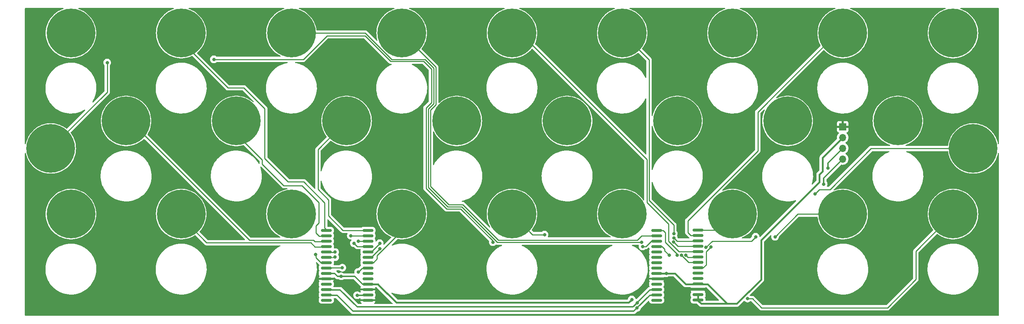
<source format=gbr>
%TF.GenerationSoftware,KiCad,Pcbnew,7.0.2-0*%
%TF.CreationDate,2024-02-08T13:36:38+00:00*%
%TF.ProjectId,plugboard,706c7567-626f-4617-9264-2e6b69636164,rev?*%
%TF.SameCoordinates,PX1312d00PY68e7780*%
%TF.FileFunction,Copper,L1,Top*%
%TF.FilePolarity,Positive*%
%FSLAX46Y46*%
G04 Gerber Fmt 4.6, Leading zero omitted, Abs format (unit mm)*
G04 Created by KiCad (PCBNEW 7.0.2-0) date 2024-02-08 13:36:38*
%MOMM*%
%LPD*%
G01*
G04 APERTURE LIST*
G04 Aperture macros list*
%AMRoundRect*
0 Rectangle with rounded corners*
0 $1 Rounding radius*
0 $2 $3 $4 $5 $6 $7 $8 $9 X,Y pos of 4 corners*
0 Add a 4 corners polygon primitive as box body*
4,1,4,$2,$3,$4,$5,$6,$7,$8,$9,$2,$3,0*
0 Add four circle primitives for the rounded corners*
1,1,$1+$1,$2,$3*
1,1,$1+$1,$4,$5*
1,1,$1+$1,$6,$7*
1,1,$1+$1,$8,$9*
0 Add four rect primitives between the rounded corners*
20,1,$1+$1,$2,$3,$4,$5,0*
20,1,$1+$1,$4,$5,$6,$7,0*
20,1,$1+$1,$6,$7,$8,$9,0*
20,1,$1+$1,$8,$9,$2,$3,0*%
G04 Aperture macros list end*
%TA.AperFunction,ComponentPad*%
%ADD10C,11.500000*%
%TD*%
%TA.AperFunction,ComponentPad*%
%ADD11R,1.700000X1.700000*%
%TD*%
%TA.AperFunction,ComponentPad*%
%ADD12O,1.700000X1.700000*%
%TD*%
%TA.AperFunction,SMDPad,CuDef*%
%ADD13RoundRect,0.150000X-1.125000X-0.150000X1.125000X-0.150000X1.125000X0.150000X-1.125000X0.150000X0*%
%TD*%
%TA.AperFunction,ViaPad*%
%ADD14C,0.800000*%
%TD*%
%TA.AperFunction,Conductor*%
%ADD15C,0.250000*%
%TD*%
%TA.AperFunction,Conductor*%
%ADD16C,0.200000*%
%TD*%
%TA.AperFunction,Conductor*%
%ADD17C,0.350000*%
%TD*%
%TA.AperFunction,Conductor*%
%ADD18C,0.450000*%
%TD*%
%TA.AperFunction,Conductor*%
%ADD19C,0.650000*%
%TD*%
G04 APERTURE END LIST*
D10*
%TO.P,J29,1,Pin_1*%
%TO.N,/LT*%
X235260000Y39670000D03*
%TD*%
%TO.P,J28,1,Pin_1*%
%TO.N,/BT*%
X17740000Y39670000D03*
%TD*%
D11*
%TO.P,J27,1,Pin_1*%
%TO.N,VSS*%
X204500000Y44805000D03*
D12*
%TO.P,J27,2,Pin_2*%
%TO.N,VDD*%
X204500000Y42265000D03*
%TO.P,J27,3,Pin_3*%
%TO.N,SDA*%
X204500000Y39725000D03*
%TO.P,J27,4,Pin_4*%
%TO.N,SCK*%
X204500000Y37185000D03*
%TD*%
D13*
%TO.P,U1,1,GPB0*%
%TO.N,/I*%
X82722000Y20333000D03*
%TO.P,U1,2,GPB1*%
%TO.N,/J*%
X82722000Y19063000D03*
%TO.P,U1,3,GPB2*%
%TO.N,/K*%
X82722000Y17793000D03*
%TO.P,U1,4,GPB3*%
%TO.N,/L*%
X82722000Y16523000D03*
%TO.P,U1,5,GPB4*%
%TO.N,/M*%
X82722000Y15253000D03*
%TO.P,U1,6,GPB5*%
%TO.N,/N*%
X82722000Y13983000D03*
%TO.P,U1,7,GPB6*%
%TO.N,/O*%
X82722000Y12713000D03*
%TO.P,U1,8,GPB7*%
%TO.N,/P*%
X82722000Y11443000D03*
%TO.P,U1,9,VDD*%
%TO.N,VDD*%
X82722000Y10173000D03*
%TO.P,U1,10,VSS*%
%TO.N,VSS*%
X82722000Y8903000D03*
%TO.P,U1,11,NC*%
%TO.N,unconnected-(U1-NC-Pad11)*%
X82722000Y7633000D03*
%TO.P,U1,12,SCK*%
%TO.N,SCK*%
X82722000Y6363000D03*
%TO.P,U1,13,SDA*%
%TO.N,SDA*%
X82722000Y5093000D03*
%TO.P,U1,14,NC*%
%TO.N,unconnected-(U1-NC-Pad14)*%
X82722000Y3823000D03*
%TO.P,U1,15,A0*%
%TO.N,VSS*%
X92522000Y3828000D03*
%TO.P,U1,16,A1*%
%TO.N,VDD*%
X92522000Y5098000D03*
%TO.P,U1,17,A2*%
%TO.N,VSS*%
X92522000Y6368000D03*
%TO.P,U1,18,~{RESET}*%
%TO.N,VDD*%
X92522000Y7638000D03*
%TO.P,U1,19,INTB*%
%TO.N,unconnected-(U1-INTB-Pad19)*%
X92522000Y8908000D03*
%TO.P,U1,20,INTA*%
%TO.N,unconnected-(U1-INTA-Pad20)*%
X92522000Y10178000D03*
%TO.P,U1,21,GPA0*%
%TO.N,/A*%
X92522000Y11448000D03*
%TO.P,U1,22,GPA1*%
%TO.N,/B*%
X92522000Y12718000D03*
%TO.P,U1,23,GPA2*%
%TO.N,/C*%
X92522000Y13988000D03*
%TO.P,U1,24,GPA3*%
%TO.N,/D*%
X92522000Y15258000D03*
%TO.P,U1,25,GPA4*%
%TO.N,/E*%
X92522000Y16528000D03*
%TO.P,U1,26,GPA5*%
%TO.N,/F*%
X92522000Y17798000D03*
%TO.P,U1,27,GPA6*%
%TO.N,/G*%
X92522000Y19068000D03*
%TO.P,U1,28,GPA7*%
%TO.N,/H*%
X92522000Y20338000D03*
%TD*%
%TO.P,U2,1,GPB0*%
%TO.N,/Y*%
X160600000Y20338000D03*
%TO.P,U2,2,GPB1*%
%TO.N,/Z*%
X160600000Y19068000D03*
%TO.P,U2,3,GPB2*%
%TO.N,/BT*%
X160600000Y17798000D03*
%TO.P,U2,4,GPB3*%
%TO.N,/LT*%
X160600000Y16528000D03*
%TO.P,U2,5,GPB4*%
%TO.N,unconnected-(U2-GPB4-Pad5)*%
X160600000Y15258000D03*
%TO.P,U2,6,GPB5*%
%TO.N,unconnected-(U2-GPB5-Pad6)*%
X160600000Y13988000D03*
%TO.P,U2,7,GPB6*%
%TO.N,unconnected-(U2-GPB6-Pad7)*%
X160600000Y12718000D03*
%TO.P,U2,8,GPB7*%
%TO.N,unconnected-(U2-GPB7-Pad8)*%
X160600000Y11448000D03*
%TO.P,U2,9,VDD*%
%TO.N,VDD*%
X160600000Y10178000D03*
%TO.P,U2,10,VSS*%
%TO.N,VSS*%
X160600000Y8908000D03*
%TO.P,U2,11,NC*%
%TO.N,unconnected-(U2-NC-Pad11)*%
X160600000Y7638000D03*
%TO.P,U2,12,SCK*%
%TO.N,SCK*%
X160600000Y6368000D03*
%TO.P,U2,13,SDA*%
%TO.N,SDA*%
X160600000Y5098000D03*
%TO.P,U2,14,NC*%
%TO.N,unconnected-(U2-NC-Pad14)*%
X160600000Y3828000D03*
%TO.P,U2,15,A0*%
%TO.N,VDD*%
X170400000Y3833000D03*
%TO.P,U2,16,A1*%
X170400000Y5103000D03*
%TO.P,U2,17,A2*%
%TO.N,VSS*%
X170400000Y6373000D03*
%TO.P,U2,18,~{RESET}*%
%TO.N,VDD*%
X170400000Y7643000D03*
%TO.P,U2,19,INTB*%
%TO.N,unconnected-(U2-INTB-Pad19)*%
X170400000Y8913000D03*
%TO.P,U2,20,INTA*%
%TO.N,unconnected-(U2-INTA-Pad20)*%
X170400000Y10183000D03*
%TO.P,U2,21,GPA0*%
%TO.N,/Q*%
X170400000Y11453000D03*
%TO.P,U2,22,GPA1*%
%TO.N,/R*%
X170400000Y12723000D03*
%TO.P,U2,23,GPA2*%
%TO.N,/S*%
X170400000Y13993000D03*
%TO.P,U2,24,GPA3*%
%TO.N,/T*%
X170400000Y15263000D03*
%TO.P,U2,25,GPA4*%
%TO.N,/U*%
X170400000Y16533000D03*
%TO.P,U2,26,GPA5*%
%TO.N,/V*%
X170400000Y17803000D03*
%TO.P,U2,27,GPA6*%
%TO.N,/W*%
X170400000Y19073000D03*
%TO.P,U2,28,GPA7*%
%TO.N,/X*%
X170400000Y20343000D03*
%TD*%
D10*
%TO.P,J20,1,Pin_1*%
%TO.N,/X*%
X178500000Y24170000D03*
%TD*%
%TO.P,J21,1,Pin_1*%
%TO.N,/C*%
X152500000Y24170000D03*
%TD*%
%TO.P,J19,1,Pin_1*%
%TO.N,/Y*%
X204500000Y24170000D03*
%TD*%
%TO.P,J8,1,Pin_1*%
%TO.N,/I*%
X48500000Y66930000D03*
%TD*%
%TO.P,J1,1,Pin_1*%
%TO.N,/Q*%
X230500000Y66930000D03*
%TD*%
%TO.P,J22,1,Pin_1*%
%TO.N,/V*%
X126500000Y24170000D03*
%TD*%
%TO.P,J5,1,Pin_1*%
%TO.N,/T*%
X126500000Y66930000D03*
%TD*%
%TO.P,J14,1,Pin_1*%
%TO.N,/G*%
X113500000Y46170000D03*
%TD*%
%TO.P,J23,1,Pin_1*%
%TO.N,/B*%
X100500000Y24170000D03*
%TD*%
%TO.P,J18,1,Pin_1*%
%TO.N,/P*%
X230500000Y24170000D03*
%TD*%
%TO.P,J12,1,Pin_1*%
%TO.N,/D*%
X165500000Y46170000D03*
%TD*%
%TO.P,J24,1,Pin_1*%
%TO.N,/N*%
X74500000Y24170000D03*
%TD*%
%TO.P,J15,1,Pin_1*%
%TO.N,/H*%
X87500000Y46170000D03*
%TD*%
%TO.P,J3,1,Pin_1*%
%TO.N,/E*%
X178500000Y66930000D03*
%TD*%
%TO.P,J4,1,Pin_1*%
%TO.N,/R*%
X152500000Y66930000D03*
%TD*%
%TO.P,J26,1,Pin_1*%
%TO.N,/M*%
X22500000Y24170000D03*
%TD*%
%TO.P,J9,1,Pin_1*%
%TO.N,/O*%
X22500000Y66930000D03*
%TD*%
%TO.P,J2,1,Pin_1*%
%TO.N,/W*%
X204500000Y66930000D03*
%TD*%
%TO.P,J25,1,Pin_1*%
%TO.N,/L*%
X48500000Y24170000D03*
%TD*%
%TO.P,J16,1,Pin_1*%
%TO.N,/J*%
X61500000Y46170000D03*
%TD*%
%TO.P,J13,1,Pin_1*%
%TO.N,/F*%
X139500000Y46170000D03*
%TD*%
%TO.P,J11,1,Pin_1*%
%TO.N,/S*%
X191500000Y46170000D03*
%TD*%
%TO.P,J7,1,Pin_1*%
%TO.N,/U*%
X74500000Y66930000D03*
%TD*%
%TO.P,J17,1,Pin_1*%
%TO.N,/K*%
X35500000Y46170000D03*
%TD*%
%TO.P,J6,1,Pin_1*%
%TO.N,/Z*%
X100500000Y66930000D03*
%TD*%
%TO.P,J10,1,Pin_1*%
%TO.N,/A*%
X217500000Y46170000D03*
%TD*%
D14*
%TO.N,/Q*%
X173416701Y16405299D03*
%TO.N,/E*%
X89220000Y17290000D03*
%TO.N,/R*%
X166431701Y14491701D03*
X164658000Y19576000D03*
%TO.N,/U*%
X157038000Y17544000D03*
X164645452Y17547949D03*
%TO.N,/O*%
X80205378Y14605378D03*
%TO.N,/A*%
X90250000Y10500000D03*
%TO.N,/S*%
X167452000Y14496000D03*
%TO.N,/D*%
X95316000Y17290000D03*
%TO.N,/F*%
X90236000Y17798000D03*
%TO.N,/G*%
X88495500Y19068000D03*
%TO.N,/P*%
X182057000Y4209000D03*
X86500000Y11500000D03*
%TO.N,/Y*%
X165420000Y14496000D03*
X183962000Y18814000D03*
X172269402Y16282598D03*
X188534000Y18814000D03*
%TO.N,/C*%
X95316000Y16020000D03*
%TO.N,/V*%
X164658000Y18560000D03*
X134178000Y19322000D03*
%TO.N,/N*%
X84800000Y14000000D03*
%TO.N,/M*%
X84800000Y15200000D03*
%TO.N,SCK*%
X200000000Y31250000D03*
X156024952Y3225048D03*
%TO.N,SDA*%
X155989817Y2010183D03*
X201000000Y35000000D03*
%TO.N,VDD*%
X162880000Y10178000D03*
X90000000Y5000000D03*
X86225000Y9475000D03*
X154750000Y4000000D03*
%TO.N,VSS*%
X88712000Y7384000D03*
X139004000Y69360000D03*
X35880000Y69360000D03*
X217236000Y69360000D03*
X95750000Y4250000D03*
X155900000Y61300000D03*
X113604000Y69360000D03*
X87696000Y69360000D03*
X63750000Y8500000D03*
X165420000Y69360000D03*
X192090000Y69360000D03*
X113500000Y14500000D03*
X173275250Y5079250D03*
X88712000Y13480000D03*
X61280000Y69360000D03*
%TO.N,/BT*%
X56200000Y60724000D03*
X121981701Y17539701D03*
X31054000Y59962000D03*
X157292000Y16528000D03*
%TO.N,/LT*%
X197932000Y28974000D03*
X163573503Y14427503D03*
%TD*%
D15*
%TO.N,/Q*%
X171521000Y11453000D02*
X170400000Y11453000D01*
X172278000Y12210000D02*
X171521000Y11453000D01*
X172278000Y15266598D02*
X172278000Y12210000D01*
X173416701Y16405299D02*
X172278000Y15266598D01*
%TO.N,/W*%
X170400000Y19073000D02*
X168717000Y19073000D01*
X167960000Y22624000D02*
X184470000Y39134000D01*
X168717000Y19073000D02*
X167960000Y19830000D01*
X184470000Y48278000D02*
X203122000Y66930000D01*
X184470000Y39134000D02*
X184470000Y48278000D01*
X203122000Y66930000D02*
X204500000Y66930000D01*
X167960000Y19830000D02*
X167960000Y22624000D01*
%TO.N,/E*%
X92522000Y16528000D02*
X89982000Y16528000D01*
X89982000Y16528000D02*
X89220000Y17290000D01*
%TO.N,/R*%
X164658000Y21608000D02*
X158816000Y27450000D01*
X168200402Y12723000D02*
X170400000Y12723000D01*
X158816000Y60614000D02*
X152500000Y66930000D01*
X164658000Y19576000D02*
X164658000Y21608000D01*
X158816000Y27450000D02*
X158816000Y60614000D01*
X166431701Y14491701D02*
X168200402Y12723000D01*
%TO.N,/T*%
X165905096Y15263000D02*
X170400000Y15263000D01*
X163388000Y21862000D02*
X163388000Y17780096D01*
X163388000Y17780096D02*
X165905096Y15263000D01*
X158308000Y26942000D02*
X163388000Y21862000D01*
X128480000Y66930000D02*
X158308000Y37102000D01*
X126500000Y66930000D02*
X128480000Y66930000D01*
X158308000Y37102000D02*
X158308000Y26942000D01*
%TO.N,/Z*%
X107254000Y30753942D02*
X111573942Y26434000D01*
X156022000Y18052000D02*
X157038000Y19068000D01*
X100500000Y66930000D02*
X108524000Y58906000D01*
X108524000Y50056000D02*
X107254000Y48786000D01*
X114874000Y26434000D02*
X123256000Y18052000D01*
X123256000Y18052000D02*
X156022000Y18052000D01*
X107254000Y48786000D02*
X107254000Y30753942D01*
X108524000Y58906000D02*
X108524000Y50056000D01*
X111573942Y26434000D02*
X114874000Y26434000D01*
X157038000Y19068000D02*
X160600000Y19068000D01*
%TO.N,/U*%
X165660401Y16533000D02*
X170400000Y16533000D01*
X108016000Y50310000D02*
X106746000Y49040000D01*
X106746000Y49040000D02*
X106746000Y30498000D01*
X108016000Y58692000D02*
X108016000Y50310000D01*
X111318000Y25926000D02*
X114620000Y25926000D01*
X74500000Y66930000D02*
X91908652Y66930000D01*
X106746000Y30498000D02*
X111318000Y25926000D01*
X105984000Y60724000D02*
X108016000Y58692000D01*
X91908652Y66930000D02*
X98114652Y60724000D01*
X98114652Y60724000D02*
X105984000Y60724000D01*
X123002000Y17544000D02*
X157038000Y17544000D01*
X114620000Y25926000D02*
X123002000Y17544000D01*
X164645452Y17547949D02*
X165660401Y16533000D01*
%TO.N,/I*%
X82950000Y20255000D02*
X82350000Y20855000D01*
X59500000Y54000000D02*
X48500000Y65000000D01*
X82350000Y20855000D02*
X82350000Y26850000D01*
X63300000Y54000000D02*
X59500000Y54000000D01*
X48500000Y65000000D02*
X48500000Y66930000D01*
X68200000Y49100000D02*
X63300000Y54000000D01*
X82350000Y26850000D02*
X77400000Y31800000D01*
X68200000Y37300000D02*
X68200000Y49100000D01*
X77400000Y31800000D02*
X73700000Y31800000D01*
X73700000Y31800000D02*
X68200000Y37300000D01*
%TO.N,/O*%
X80300000Y14510756D02*
X80300000Y13900000D01*
X81565000Y12635000D02*
X82950000Y12635000D01*
X80300000Y13900000D02*
X81565000Y12635000D01*
X80205378Y14605378D02*
X80300000Y14510756D01*
%TO.N,/A*%
X92500000Y11365000D02*
X91115000Y11365000D01*
X91115000Y11365000D02*
X90250000Y10500000D01*
%TO.N,/S*%
X167960000Y13988000D02*
X170395000Y13988000D01*
X167452000Y14496000D02*
X167960000Y13988000D01*
X170395000Y13988000D02*
X170400000Y13993000D01*
%TO.N,/D*%
X92522000Y15258000D02*
X93284000Y15258000D01*
X94300000Y16274000D02*
X95316000Y17290000D01*
X93284000Y15258000D02*
X94300000Y16274000D01*
%TO.N,/F*%
X92522000Y17798000D02*
X90236000Y17798000D01*
%TO.N,/G*%
X88495500Y19068000D02*
X92522000Y19068000D01*
%TO.N,/H*%
X80750000Y30000000D02*
X80750000Y39420000D01*
X92417000Y20338000D02*
X86662000Y20338000D01*
X80750000Y39420000D02*
X87500000Y46170000D01*
X86662000Y20338000D02*
X83250000Y23750000D01*
X83250000Y23750000D02*
X83250000Y27500000D01*
X83250000Y27500000D02*
X80750000Y30000000D01*
%TO.N,/J*%
X80300000Y19700000D02*
X80300000Y21400000D01*
X77000000Y30900000D02*
X72700000Y30900000D01*
X82950000Y18985000D02*
X81015000Y18985000D01*
X61500000Y43100000D02*
X61500000Y46170000D01*
X80300000Y21400000D02*
X81000000Y22100000D01*
X81000000Y22100000D02*
X81000000Y26900000D01*
X72700000Y30900000D02*
X67600000Y36000000D01*
X67600000Y37000000D02*
X61500000Y43100000D01*
X81015000Y18985000D02*
X80300000Y19700000D01*
X67600000Y36000000D02*
X67600000Y37000000D01*
X81000000Y26900000D02*
X77000000Y30900000D01*
%TO.N,/K*%
X82945000Y17710000D02*
X79990000Y17710000D01*
X64600000Y18000000D02*
X36430000Y46170000D01*
X79700000Y18000000D02*
X64600000Y18000000D01*
X36430000Y46170000D02*
X35500000Y46170000D01*
X79990000Y17710000D02*
X79700000Y18000000D01*
%TO.N,/P*%
X82700000Y11360000D02*
X82840000Y11500000D01*
X183200000Y4209000D02*
X185359000Y2050000D01*
X221750000Y8750000D02*
X221750000Y15420000D01*
X215050000Y2050000D02*
X221750000Y8750000D01*
X221750000Y15420000D02*
X230500000Y24170000D01*
X185359000Y2050000D02*
X215050000Y2050000D01*
X182057000Y4209000D02*
X183200000Y4209000D01*
X82840000Y11500000D02*
X86500000Y11500000D01*
%TO.N,/Y*%
X162626000Y17544000D02*
X162626000Y19830000D01*
X193890000Y24170000D02*
X188534000Y18814000D01*
X172269402Y16282598D02*
X173784804Y17798000D01*
X173784804Y17798000D02*
X182946000Y17798000D01*
X165420000Y14750000D02*
X162626000Y17544000D01*
X182946000Y17798000D02*
X183962000Y18814000D01*
X165420000Y14496000D02*
X165420000Y14750000D01*
X162626000Y19830000D02*
X162118000Y20338000D01*
X162118000Y20338000D02*
X160600000Y20338000D01*
X204500000Y24170000D02*
X193890000Y24170000D01*
%TO.N,/X*%
X170400000Y20343000D02*
X174673000Y20343000D01*
X174673000Y20343000D02*
X178500000Y24170000D01*
%TO.N,/C*%
X95316000Y16020000D02*
X93284000Y13988000D01*
X93284000Y13988000D02*
X92522000Y13988000D01*
%TO.N,/V*%
X131348000Y19322000D02*
X134178000Y19322000D01*
X165420000Y17798000D02*
X170395000Y17798000D01*
X170395000Y17798000D02*
X170400000Y17803000D01*
X164658000Y18560000D02*
X165420000Y17798000D01*
X126500000Y24170000D02*
X131348000Y19322000D01*
%TO.N,/B*%
X100500000Y20178695D02*
X100500000Y24170000D01*
X94652802Y14331497D02*
X100500000Y20178695D01*
X94652802Y13578802D02*
X94652802Y14331497D01*
X92522000Y12718000D02*
X93792000Y12718000D01*
X93792000Y12718000D02*
X94652802Y13578802D01*
D16*
%TO.N,/N*%
X84705000Y13905000D02*
X84800000Y14000000D01*
X82950000Y13905000D02*
X84705000Y13905000D01*
D15*
%TO.N,/L*%
X79100000Y17400000D02*
X80060000Y16440000D01*
X54500000Y17400000D02*
X79100000Y17400000D01*
X48500000Y23400000D02*
X54500000Y17400000D01*
X48500000Y24170000D02*
X48500000Y23400000D01*
X80060000Y16440000D02*
X82945000Y16440000D01*
%TO.N,/M*%
X82950000Y15175000D02*
X84775000Y15175000D01*
X84775000Y15175000D02*
X84800000Y15200000D01*
D17*
%TO.N,SCK*%
X156024952Y3274952D02*
X159030000Y6280000D01*
X156024952Y3225048D02*
X156024952Y3274952D01*
X159030000Y6280000D02*
X160600000Y6280000D01*
X156024952Y3225048D02*
X155049904Y2250000D01*
X200000000Y32685000D02*
X204500000Y37185000D01*
X155049904Y2250000D02*
X90000000Y2250000D01*
X200000000Y31250000D02*
X200000000Y32685000D01*
X85970000Y6280000D02*
X82700000Y6280000D01*
X90000000Y2250000D02*
X85970000Y6280000D01*
%TO.N,SDA*%
X155989817Y2010183D02*
X156010183Y2010183D01*
X201000000Y36225000D02*
X204500000Y39725000D01*
X159010000Y5010000D02*
X160600000Y5010000D01*
X155229634Y1250000D02*
X89000000Y1250000D01*
X155989817Y2010183D02*
X155229634Y1250000D01*
X89000000Y1250000D02*
X85240000Y5010000D01*
X85240000Y5010000D02*
X82700000Y5010000D01*
X156010183Y2010183D02*
X159010000Y5010000D01*
X201000000Y35000000D02*
X201000000Y36225000D01*
D18*
%TO.N,VDD*%
X172612000Y7638000D02*
X177250000Y3000000D01*
D17*
X92250000Y7638000D02*
X91252000Y7638000D01*
X92500000Y5015000D02*
X90015000Y5015000D01*
D18*
X199750000Y34250000D02*
X199750000Y37500000D01*
X199750000Y37500000D02*
X204500000Y42250000D01*
D17*
X82722000Y10173000D02*
X84653000Y10173000D01*
D18*
X160688000Y10178000D02*
X162880000Y10178000D01*
D17*
X91252000Y7638000D02*
X89415000Y9475000D01*
D18*
X154000000Y3250000D02*
X154750000Y4000000D01*
X199000000Y31750000D02*
X199000000Y33500000D01*
X162880000Y10178000D02*
X164912000Y10178000D01*
X99250000Y3250000D02*
X154000000Y3250000D01*
D17*
X85351000Y9475000D02*
X86225000Y9475000D01*
D18*
X185232000Y8732000D02*
X185232000Y17982000D01*
X92500000Y7638000D02*
X94945000Y7638000D01*
X164912000Y10178000D02*
X167452000Y7638000D01*
X171145000Y3000000D02*
X177250000Y3000000D01*
X167452000Y7638000D02*
X172612000Y7638000D01*
D17*
X90015000Y5015000D02*
X90000000Y5000000D01*
D18*
X94945000Y7555000D02*
X99250000Y3250000D01*
D17*
X89415000Y9475000D02*
X86225000Y9475000D01*
D18*
X170400000Y3745000D02*
X171145000Y3000000D01*
X204500000Y42250000D02*
X204500000Y42265000D01*
X170400000Y3745000D02*
X170400000Y5015000D01*
D17*
X84653000Y10173000D02*
X85351000Y9475000D01*
D18*
X179500000Y3000000D02*
X185232000Y8732000D01*
X177250000Y3000000D02*
X179500000Y3000000D01*
X199000000Y33500000D02*
X199750000Y34250000D01*
X185232000Y17982000D02*
X199000000Y31750000D01*
D19*
%TO.N,VSS*%
X164150000Y8908000D02*
X160600000Y8908000D01*
X166685000Y6373000D02*
X164150000Y8908000D01*
X173275250Y5079250D02*
X171981500Y6373000D01*
X170400000Y6373000D02*
X166685000Y6373000D01*
X171981500Y6373000D02*
X170400000Y6373000D01*
D15*
%TO.N,/BT*%
X31054000Y59962000D02*
X31054000Y52984000D01*
X121981701Y17539701D02*
X121981701Y17802299D01*
X159324000Y17798000D02*
X158054000Y16528000D01*
X106238000Y49294000D02*
X107508000Y50564000D01*
X82870000Y66312000D02*
X77282000Y60724000D01*
X105672000Y60274000D02*
X97928256Y60274000D01*
X158054000Y16528000D02*
X157292000Y16528000D01*
X106238000Y30244000D02*
X106238000Y49294000D01*
X91890256Y66312000D02*
X82870000Y66312000D01*
X97928256Y60274000D02*
X91890256Y66312000D01*
X77282000Y60724000D02*
X56200000Y60724000D01*
X114366000Y25418000D02*
X111064000Y25418000D01*
X107508000Y58438000D02*
X105672000Y60274000D01*
X31054000Y52984000D02*
X17740000Y39670000D01*
X121981701Y17802299D02*
X114366000Y25418000D01*
X107508000Y50564000D02*
X107508000Y58438000D01*
X111064000Y25418000D02*
X106238000Y30244000D01*
X160600000Y17798000D02*
X159324000Y17798000D01*
%TO.N,/LT*%
X197932000Y28974000D02*
X198948000Y29990000D01*
X201488000Y29990000D02*
X211168000Y39670000D01*
X162488000Y15513006D02*
X162488000Y15904000D01*
X163573503Y14427503D02*
X162488000Y15513006D01*
X211168000Y39670000D02*
X235260000Y39670000D01*
X162488000Y15904000D02*
X161864000Y16528000D01*
X198948000Y29990000D02*
X201488000Y29990000D01*
X161864000Y16528000D02*
X160600000Y16528000D01*
%TD*%
%TA.AperFunction,Conductor*%
%TO.N,VSS*%
G36*
X20744128Y72829815D02*
G01*
X20789883Y72777011D01*
X20799827Y72707853D01*
X20770802Y72644297D01*
X20716355Y72607881D01*
X20388211Y72498330D01*
X20385928Y72497358D01*
X20385914Y72497352D01*
X19949303Y72311330D01*
X19949277Y72311318D01*
X19946994Y72310345D01*
X19944799Y72309194D01*
X19944780Y72309184D01*
X19524542Y72088626D01*
X19524529Y72088619D01*
X19522335Y72087467D01*
X19520237Y72086141D01*
X19520226Y72086134D01*
X19119085Y71832468D01*
X19116987Y71831141D01*
X19115019Y71829663D01*
X19114997Y71829647D01*
X18735577Y71544531D01*
X18735552Y71544512D01*
X18733579Y71543028D01*
X18731717Y71541379D01*
X18731703Y71541367D01*
X18376475Y71226663D01*
X18376459Y71226649D01*
X18374598Y71224999D01*
X18372867Y71223198D01*
X18372864Y71223194D01*
X18044097Y70880912D01*
X18044085Y70880899D01*
X18042371Y70879114D01*
X18040800Y70877191D01*
X18040793Y70877182D01*
X17740634Y70509553D01*
X17740623Y70509540D01*
X17739055Y70507618D01*
X17737648Y70505580D01*
X17737637Y70505565D01*
X17468032Y70114976D01*
X17468019Y70114957D01*
X17466614Y70112920D01*
X17465371Y70110768D01*
X17465364Y70110756D01*
X17228068Y69699748D01*
X17228061Y69699735D01*
X17226817Y69697580D01*
X17225755Y69695344D01*
X17225745Y69695323D01*
X17022285Y69266540D01*
X17022274Y69266517D01*
X17021219Y69264291D01*
X17020341Y69261978D01*
X17020335Y69261962D01*
X16852034Y68818189D01*
X16852030Y68818178D01*
X16851152Y68815862D01*
X16850460Y68813474D01*
X16850459Y68813470D01*
X16718414Y68357600D01*
X16718408Y68357577D01*
X16717721Y68355204D01*
X16717224Y68352773D01*
X16717222Y68352762D01*
X16622290Y67887756D01*
X16622286Y67887733D01*
X16621790Y67885302D01*
X16621490Y67882836D01*
X16621488Y67882820D01*
X16564280Y67411674D01*
X16564278Y67411655D01*
X16563981Y67409205D01*
X16563881Y67406730D01*
X16563880Y67406714D01*
X16544771Y66932507D01*
X16544670Y66930000D01*
X16544771Y66927494D01*
X16563880Y66453287D01*
X16563881Y66453273D01*
X16563981Y66450795D01*
X16564278Y66448344D01*
X16564280Y66448327D01*
X16621488Y65977181D01*
X16621489Y65977173D01*
X16621790Y65974698D01*
X16622286Y65972264D01*
X16622290Y65972245D01*
X16688040Y65650181D01*
X16717721Y65504796D01*
X16718409Y65502418D01*
X16718414Y65502401D01*
X16828969Y65120723D01*
X16851152Y65044138D01*
X17021219Y64595709D01*
X17022278Y64593476D01*
X17022285Y64593461D01*
X17225745Y64164678D01*
X17225750Y64164667D01*
X17226817Y64162420D01*
X17466614Y63747080D01*
X17739055Y63352382D01*
X18042371Y62980886D01*
X18374598Y62635001D01*
X18733579Y62316972D01*
X18735567Y62315478D01*
X18735577Y62315470D01*
X19114997Y62030354D01*
X19115003Y62030350D01*
X19116987Y62028859D01*
X19522335Y61772533D01*
X19946994Y61549655D01*
X19949298Y61548674D01*
X19949303Y61548671D01*
X19995940Y61528801D01*
X20388211Y61361670D01*
X20843123Y61209798D01*
X21308781Y61095023D01*
X21782164Y61018091D01*
X22260203Y60979500D01*
X22262688Y60979500D01*
X22737312Y60979500D01*
X22739797Y60979500D01*
X23217836Y61018091D01*
X23691219Y61095023D01*
X24156877Y61209798D01*
X24611789Y61361670D01*
X25053006Y61549655D01*
X25477665Y61772533D01*
X25883013Y62028859D01*
X26266421Y62316972D01*
X26625402Y62635001D01*
X26957629Y62980886D01*
X27260945Y63352382D01*
X27533386Y63747080D01*
X27773183Y64162420D01*
X27978781Y64595709D01*
X28148848Y65044138D01*
X28282279Y65504796D01*
X28378210Y65974698D01*
X28436019Y66450795D01*
X28455330Y66930000D01*
X28436019Y67409205D01*
X28378210Y67885302D01*
X28282279Y68355204D01*
X28148848Y68815862D01*
X27978781Y69264291D01*
X27773183Y69697580D01*
X27533386Y70112920D01*
X27260945Y70507618D01*
X26957629Y70879114D01*
X26625402Y71224999D01*
X26266421Y71543028D01*
X26264434Y71544521D01*
X26264422Y71544531D01*
X25885002Y71829647D01*
X25884991Y71829655D01*
X25883013Y71831141D01*
X25477665Y72087467D01*
X25475457Y72088626D01*
X25055219Y72309184D01*
X25055209Y72309189D01*
X25053006Y72310345D01*
X25050712Y72311323D01*
X25050696Y72311330D01*
X24614085Y72497352D01*
X24614079Y72497354D01*
X24611789Y72498330D01*
X24283644Y72607881D01*
X24226288Y72647782D01*
X24199609Y72712358D01*
X24212078Y72781106D01*
X24259735Y72832200D01*
X24322911Y72849500D01*
X46677089Y72849500D01*
X46744128Y72829815D01*
X46789883Y72777011D01*
X46799827Y72707853D01*
X46770802Y72644297D01*
X46716355Y72607881D01*
X46388211Y72498330D01*
X46385928Y72497358D01*
X46385914Y72497352D01*
X45949303Y72311330D01*
X45949277Y72311318D01*
X45946994Y72310345D01*
X45944799Y72309194D01*
X45944780Y72309184D01*
X45524542Y72088626D01*
X45524529Y72088619D01*
X45522335Y72087467D01*
X45520237Y72086141D01*
X45520226Y72086134D01*
X45119085Y71832468D01*
X45116987Y71831141D01*
X45115019Y71829663D01*
X45114997Y71829647D01*
X44735577Y71544531D01*
X44735552Y71544512D01*
X44733579Y71543028D01*
X44731717Y71541379D01*
X44731703Y71541367D01*
X44376475Y71226663D01*
X44376459Y71226649D01*
X44374598Y71224999D01*
X44372867Y71223198D01*
X44372864Y71223194D01*
X44044097Y70880912D01*
X44044085Y70880899D01*
X44042371Y70879114D01*
X44040800Y70877191D01*
X44040793Y70877182D01*
X43740634Y70509553D01*
X43740623Y70509540D01*
X43739055Y70507618D01*
X43737648Y70505580D01*
X43737637Y70505565D01*
X43468032Y70114976D01*
X43468019Y70114957D01*
X43466614Y70112920D01*
X43465371Y70110768D01*
X43465364Y70110756D01*
X43228068Y69699748D01*
X43228061Y69699735D01*
X43226817Y69697580D01*
X43225755Y69695344D01*
X43225745Y69695323D01*
X43022285Y69266540D01*
X43022274Y69266517D01*
X43021219Y69264291D01*
X43020341Y69261978D01*
X43020335Y69261962D01*
X42852034Y68818189D01*
X42852030Y68818178D01*
X42851152Y68815862D01*
X42850460Y68813474D01*
X42850459Y68813470D01*
X42718414Y68357600D01*
X42718408Y68357577D01*
X42717721Y68355204D01*
X42717224Y68352773D01*
X42717222Y68352762D01*
X42622290Y67887756D01*
X42622286Y67887733D01*
X42621790Y67885302D01*
X42621490Y67882836D01*
X42621488Y67882820D01*
X42564280Y67411674D01*
X42564278Y67411655D01*
X42563981Y67409205D01*
X42563881Y67406730D01*
X42563880Y67406714D01*
X42544771Y66932507D01*
X42544670Y66930000D01*
X42544771Y66927494D01*
X42563880Y66453287D01*
X42563881Y66453273D01*
X42563981Y66450795D01*
X42564278Y66448344D01*
X42564280Y66448327D01*
X42621488Y65977181D01*
X42621489Y65977173D01*
X42621790Y65974698D01*
X42622286Y65972264D01*
X42622290Y65972245D01*
X42688040Y65650181D01*
X42717721Y65504796D01*
X42718409Y65502418D01*
X42718414Y65502401D01*
X42828969Y65120723D01*
X42851152Y65044138D01*
X43021219Y64595709D01*
X43022278Y64593476D01*
X43022285Y64593461D01*
X43225745Y64164678D01*
X43225750Y64164667D01*
X43226817Y64162420D01*
X43466614Y63747080D01*
X43739055Y63352382D01*
X44042371Y62980886D01*
X44374598Y62635001D01*
X44733579Y62316972D01*
X44735567Y62315478D01*
X44735577Y62315470D01*
X45114997Y62030354D01*
X45115003Y62030350D01*
X45116987Y62028859D01*
X45522335Y61772533D01*
X45946994Y61549655D01*
X45949298Y61548674D01*
X45949303Y61548671D01*
X45995940Y61528801D01*
X46388211Y61361670D01*
X46843123Y61209798D01*
X47308781Y61095023D01*
X47782164Y61018091D01*
X48260203Y60979500D01*
X48262688Y60979500D01*
X48737312Y60979500D01*
X48739797Y60979500D01*
X49217836Y61018091D01*
X49691219Y61095023D01*
X50156877Y61209798D01*
X50611789Y61361670D01*
X50984889Y61520634D01*
X51054279Y61528801D01*
X51117070Y61498157D01*
X51121173Y61494237D01*
X58999196Y53616213D01*
X59012096Y53600112D01*
X59063223Y53552100D01*
X59066020Y53549389D01*
X59085529Y53529880D01*
X59088709Y53527413D01*
X59097571Y53519845D01*
X59129418Y53489938D01*
X59146970Y53480289D01*
X59163238Y53469603D01*
X59179064Y53457327D01*
X59219146Y53439983D01*
X59229633Y53434845D01*
X59267907Y53413803D01*
X59276410Y53411621D01*
X59287308Y53408822D01*
X59305713Y53402522D01*
X59324104Y53394563D01*
X59367250Y53387730D01*
X59378668Y53385365D01*
X59420981Y53374500D01*
X59441016Y53374500D01*
X59460415Y53372973D01*
X59480196Y53369840D01*
X59523674Y53373950D01*
X59535344Y53374500D01*
X62989548Y53374500D01*
X63056587Y53354815D01*
X63077229Y53338181D01*
X65572700Y50842710D01*
X65606185Y50781387D01*
X65601201Y50711695D01*
X65559329Y50655762D01*
X65493865Y50631345D01*
X65425592Y50646197D01*
X65402792Y50662214D01*
X65268296Y50781367D01*
X65268294Y50781369D01*
X65266421Y50783028D01*
X65264434Y50784521D01*
X65264422Y50784531D01*
X64885002Y51069647D01*
X64884991Y51069655D01*
X64883013Y51071141D01*
X64477665Y51327467D01*
X64405079Y51365563D01*
X64055219Y51549184D01*
X64055209Y51549189D01*
X64053006Y51550345D01*
X64050712Y51551323D01*
X64050696Y51551330D01*
X63614085Y51737352D01*
X63614079Y51737354D01*
X63611789Y51738330D01*
X63481585Y51781799D01*
X63159227Y51889418D01*
X63159214Y51889422D01*
X63156877Y51890202D01*
X63140659Y51894200D01*
X62693639Y52004381D01*
X62693627Y52004384D01*
X62691219Y52004977D01*
X62688758Y52005377D01*
X62688753Y52005378D01*
X62220295Y52081510D01*
X62220279Y52081512D01*
X62217836Y52081909D01*
X62215375Y52082108D01*
X62215356Y52082110D01*
X61742272Y52120301D01*
X61742252Y52120302D01*
X61739797Y52120500D01*
X61260203Y52120500D01*
X61257748Y52120302D01*
X61257727Y52120301D01*
X60784643Y52082110D01*
X60784621Y52082108D01*
X60782164Y52081909D01*
X60779723Y52081513D01*
X60779704Y52081510D01*
X60311246Y52005378D01*
X60311236Y52005377D01*
X60308781Y52004977D01*
X60306377Y52004385D01*
X60306360Y52004381D01*
X59845532Y51890796D01*
X59845526Y51890795D01*
X59843123Y51890202D01*
X59840791Y51889424D01*
X59840772Y51889418D01*
X59469454Y51765453D01*
X59388211Y51738330D01*
X59385928Y51737358D01*
X59385914Y51737352D01*
X58949303Y51551330D01*
X58949277Y51551318D01*
X58946994Y51550345D01*
X58944799Y51549194D01*
X58944780Y51549184D01*
X58524542Y51328626D01*
X58524529Y51328619D01*
X58522335Y51327467D01*
X58520237Y51326141D01*
X58520226Y51326134D01*
X58340149Y51212260D01*
X58116987Y51071141D01*
X58115019Y51069663D01*
X58114997Y51069647D01*
X57735577Y50784531D01*
X57735552Y50784512D01*
X57733579Y50783028D01*
X57731727Y50781387D01*
X57731703Y50781367D01*
X57376475Y50466663D01*
X57376459Y50466649D01*
X57374598Y50464999D01*
X57372867Y50463198D01*
X57372864Y50463194D01*
X57044097Y50120912D01*
X57044085Y50120899D01*
X57042371Y50119114D01*
X57040800Y50117191D01*
X57040793Y50117182D01*
X56740634Y49749553D01*
X56740623Y49749540D01*
X56739055Y49747618D01*
X56737648Y49745580D01*
X56737637Y49745565D01*
X56468032Y49354976D01*
X56468019Y49354957D01*
X56466614Y49352920D01*
X56465371Y49350768D01*
X56465364Y49350756D01*
X56228068Y48939748D01*
X56228061Y48939735D01*
X56226817Y48937580D01*
X56225755Y48935344D01*
X56225745Y48935323D01*
X56022285Y48506540D01*
X56022274Y48506517D01*
X56021219Y48504291D01*
X56020341Y48501978D01*
X56020335Y48501962D01*
X55852034Y48058189D01*
X55852030Y48058178D01*
X55851152Y48055862D01*
X55850460Y48053474D01*
X55850459Y48053470D01*
X55718414Y47597600D01*
X55718408Y47597577D01*
X55717721Y47595204D01*
X55717224Y47592773D01*
X55717222Y47592762D01*
X55622290Y47127756D01*
X55622286Y47127733D01*
X55621790Y47125302D01*
X55621490Y47122836D01*
X55621488Y47122820D01*
X55564280Y46651674D01*
X55564278Y46651655D01*
X55563981Y46649205D01*
X55563881Y46646730D01*
X55563880Y46646714D01*
X55544771Y46172507D01*
X55544670Y46170000D01*
X55544771Y46167494D01*
X55563880Y45693287D01*
X55563881Y45693273D01*
X55563981Y45690795D01*
X55564278Y45688344D01*
X55564280Y45688327D01*
X55621488Y45217181D01*
X55621490Y45217169D01*
X55621790Y45214698D01*
X55622286Y45212264D01*
X55622290Y45212245D01*
X55717222Y44747239D01*
X55717721Y44744796D01*
X55718409Y44742418D01*
X55718414Y44742401D01*
X55768453Y44569647D01*
X55851152Y44284138D01*
X55852032Y44281816D01*
X55852034Y44281812D01*
X55995369Y43903868D01*
X56021219Y43835709D01*
X56022278Y43833476D01*
X56022285Y43833461D01*
X56225745Y43404678D01*
X56225750Y43404667D01*
X56226817Y43402420D01*
X56228066Y43400256D01*
X56228068Y43400253D01*
X56432171Y43046737D01*
X56466614Y42987080D01*
X56468026Y42985034D01*
X56468032Y42985025D01*
X56737637Y42594436D01*
X56739055Y42592382D01*
X57042371Y42220886D01*
X57374598Y41875001D01*
X57376473Y41873340D01*
X57376475Y41873338D01*
X57699489Y41587173D01*
X57733579Y41556972D01*
X57735567Y41555478D01*
X57735577Y41555470D01*
X58114997Y41270354D01*
X58115003Y41270350D01*
X58116987Y41268859D01*
X58522335Y41012533D01*
X58946994Y40789655D01*
X58949298Y40788674D01*
X58949303Y40788671D01*
X59124189Y40714160D01*
X59388211Y40601670D01*
X59843123Y40449798D01*
X60308781Y40335023D01*
X60782164Y40258091D01*
X61260203Y40219500D01*
X61262688Y40219500D01*
X61737312Y40219500D01*
X61739797Y40219500D01*
X62217836Y40258091D01*
X62691219Y40335023D01*
X63156877Y40449798D01*
X63165656Y40452730D01*
X63235475Y40455295D01*
X63292614Y40422796D01*
X66938181Y36777229D01*
X66971666Y36715906D01*
X66974500Y36689548D01*
X66974500Y36150231D01*
X66954815Y36083192D01*
X66902011Y36037437D01*
X66832853Y36027493D01*
X66769297Y36056518D01*
X66742280Y36089697D01*
X66647528Y36259091D01*
X66617326Y36313085D01*
X66373339Y36676229D01*
X66345515Y36717642D01*
X66345509Y36717649D01*
X66344107Y36719737D01*
X66038653Y37102765D01*
X65865930Y37286395D01*
X65704732Y37457773D01*
X65702994Y37459621D01*
X65519025Y37625721D01*
X65341253Y37786227D01*
X65341244Y37786235D01*
X65339365Y37787931D01*
X65241412Y37862829D01*
X64952197Y38083971D01*
X64952190Y38083976D01*
X64950185Y38085509D01*
X64948058Y38086876D01*
X64948048Y38086883D01*
X64540189Y38348997D01*
X64538045Y38350375D01*
X64313589Y38469982D01*
X64107903Y38579587D01*
X64107896Y38579590D01*
X64105688Y38580767D01*
X64103386Y38581762D01*
X64103382Y38581764D01*
X63658298Y38774154D01*
X63658284Y38774160D01*
X63655990Y38775151D01*
X63466492Y38839297D01*
X63194346Y38931420D01*
X63194344Y38931421D01*
X63191944Y38932233D01*
X63189487Y38932847D01*
X63189483Y38932848D01*
X62719106Y39050353D01*
X62719099Y39050355D01*
X62716639Y39050969D01*
X62511342Y39084774D01*
X62235733Y39130157D01*
X62235732Y39130158D01*
X62233237Y39130568D01*
X62230730Y39130774D01*
X62230714Y39130775D01*
X61747494Y39170293D01*
X61747480Y39170294D01*
X61744956Y39170500D01*
X61377569Y39170500D01*
X61376361Y39170451D01*
X61376326Y39170450D01*
X61013023Y39155619D01*
X61013002Y39155618D01*
X61010496Y39155515D01*
X61007994Y39155208D01*
X61007979Y39155206D01*
X60526755Y39096009D01*
X60526734Y39096006D01*
X60524250Y39095700D01*
X60521791Y39095192D01*
X60521783Y39095190D01*
X60046969Y38996962D01*
X60046955Y38996959D01*
X60044497Y38996450D01*
X60042084Y38995742D01*
X60042070Y38995738D01*
X59576856Y38859139D01*
X59576841Y38859134D01*
X59574430Y38858426D01*
X59572093Y38857528D01*
X59572072Y38857520D01*
X59119529Y38683451D01*
X59119514Y38683445D01*
X59117178Y38682546D01*
X59114923Y38681461D01*
X59114902Y38681451D01*
X58691394Y38477500D01*
X58675783Y38469982D01*
X58673621Y38468715D01*
X58673602Y38468704D01*
X58255369Y38223429D01*
X58255351Y38223418D01*
X58253183Y38222146D01*
X58251118Y38220698D01*
X58251103Y38220687D01*
X57854265Y37942148D01*
X57854251Y37942138D01*
X57852189Y37940690D01*
X57850253Y37939081D01*
X57850242Y37939072D01*
X57477410Y37629098D01*
X57477399Y37629089D01*
X57475472Y37627486D01*
X57473689Y37625740D01*
X57473669Y37625721D01*
X57127350Y37286395D01*
X57127342Y37286387D01*
X57125536Y37284617D01*
X57123895Y37282724D01*
X57123876Y37282703D01*
X56806360Y36916269D01*
X56806347Y36916254D01*
X56804713Y36914367D01*
X56803232Y36912347D01*
X56803224Y36912336D01*
X56516635Y36521247D01*
X56516618Y36521223D01*
X56515135Y36519198D01*
X56513815Y36517049D01*
X56513805Y36517034D01*
X56260055Y36103899D01*
X56260040Y36103873D01*
X56258731Y36101741D01*
X56257591Y36099493D01*
X56257583Y36099478D01*
X56038358Y35667046D01*
X56038350Y35667030D01*
X56037207Y35664774D01*
X56036259Y35662454D01*
X56036248Y35662428D01*
X55852987Y35213534D01*
X55852980Y35213517D01*
X55852037Y35211205D01*
X55851283Y35208821D01*
X55851277Y35208802D01*
X55712290Y34768859D01*
X55704453Y34744051D01*
X55703892Y34741597D01*
X55703891Y34741590D01*
X55596001Y34268897D01*
X55595998Y34268882D01*
X55595437Y34266423D01*
X55595077Y34263921D01*
X55595076Y34263914D01*
X55530471Y33814574D01*
X55525715Y33781498D01*
X55525560Y33778985D01*
X55525559Y33778965D01*
X55507707Y33487614D01*
X55495752Y33292503D01*
X55495803Y33289991D01*
X55495803Y33289978D01*
X55505693Y32805215D01*
X55505693Y32805202D01*
X55505745Y32802694D01*
X55505998Y32800215D01*
X55506000Y32800195D01*
X55546406Y32405438D01*
X55555629Y32315329D01*
X55556086Y32312868D01*
X55556088Y32312854D01*
X55644610Y31836136D01*
X55644612Y31836123D01*
X55645072Y31833651D01*
X55645731Y31831222D01*
X55645734Y31831212D01*
X55709631Y31595949D01*
X55773479Y31360867D01*
X55939995Y30900122D01*
X55941047Y30897819D01*
X56119741Y30506531D01*
X56143511Y30454483D01*
X56144749Y30452269D01*
X56144754Y30452260D01*
X56377844Y30035549D01*
X56382674Y30026915D01*
X56384085Y30024815D01*
X56654484Y29622359D01*
X56654493Y29622347D01*
X56655893Y29620263D01*
X56657460Y29618298D01*
X56657463Y29618294D01*
X56917665Y29292011D01*
X56961347Y29237235D01*
X56963078Y29235394D01*
X56963083Y29235389D01*
X57157804Y29028372D01*
X57297006Y28880379D01*
X57460399Y28732856D01*
X57658746Y28553774D01*
X57658753Y28553768D01*
X57660635Y28552069D01*
X57662653Y28550526D01*
X57862322Y28397853D01*
X58049815Y28254491D01*
X58461955Y27989625D01*
X58894312Y27759233D01*
X59344010Y27564849D01*
X59808056Y27407767D01*
X60283361Y27289031D01*
X60766763Y27209432D01*
X61255044Y27169500D01*
X61257586Y27169500D01*
X61621183Y27169500D01*
X61622431Y27169500D01*
X61989504Y27184485D01*
X62475750Y27244300D01*
X62955503Y27343550D01*
X63425570Y27481574D01*
X63882822Y27657454D01*
X64324217Y27870018D01*
X64746817Y28117854D01*
X65147811Y28399310D01*
X65524528Y28712514D01*
X65874464Y29055383D01*
X66195287Y29425633D01*
X66484865Y29820802D01*
X66741269Y30238259D01*
X66962793Y30675226D01*
X67147963Y31128795D01*
X67295547Y31595949D01*
X67404563Y32073577D01*
X67474285Y32558502D01*
X67504248Y33047497D01*
X67494255Y33537306D01*
X67444371Y34024671D01*
X67354928Y34506349D01*
X67226521Y34979133D01*
X67127123Y35254163D01*
X67122851Y35323898D01*
X67156959Y35384877D01*
X67218621Y35417735D01*
X67288258Y35412040D01*
X67331423Y35383987D01*
X72199196Y30516213D01*
X72212096Y30500112D01*
X72263223Y30452100D01*
X72266020Y30449389D01*
X72285529Y30429880D01*
X72288709Y30427413D01*
X72297571Y30419845D01*
X72329418Y30389938D01*
X72346970Y30380289D01*
X72363238Y30369603D01*
X72379064Y30357327D01*
X72419146Y30339983D01*
X72429633Y30334845D01*
X72467907Y30313803D01*
X72470821Y30313055D01*
X72487308Y30308822D01*
X72505713Y30302522D01*
X72524104Y30294563D01*
X72567250Y30287730D01*
X72578668Y30285365D01*
X72620981Y30274500D01*
X72641016Y30274500D01*
X72660415Y30272973D01*
X72680196Y30269840D01*
X72723674Y30273950D01*
X72735344Y30274500D01*
X73431209Y30274500D01*
X73498248Y30254815D01*
X73544003Y30202011D01*
X73553947Y30132853D01*
X73524922Y30069297D01*
X73466144Y30031523D01*
X73451100Y30028106D01*
X73311246Y30005378D01*
X73311236Y30005377D01*
X73308781Y30004977D01*
X73306377Y30004385D01*
X73306360Y30004381D01*
X72845532Y29890796D01*
X72845526Y29890795D01*
X72843123Y29890202D01*
X72840791Y29889424D01*
X72840772Y29889418D01*
X72390568Y29739117D01*
X72388211Y29738330D01*
X72385928Y29737358D01*
X72385914Y29737352D01*
X71949303Y29551330D01*
X71949277Y29551318D01*
X71946994Y29550345D01*
X71944799Y29549194D01*
X71944780Y29549184D01*
X71524542Y29328626D01*
X71524529Y29328619D01*
X71522335Y29327467D01*
X71520237Y29326141D01*
X71520226Y29326134D01*
X71119085Y29072468D01*
X71116987Y29071141D01*
X71115019Y29069663D01*
X71114997Y29069647D01*
X70735577Y28784531D01*
X70735552Y28784512D01*
X70733579Y28783028D01*
X70731717Y28781379D01*
X70731703Y28781367D01*
X70376475Y28466663D01*
X70376459Y28466649D01*
X70374598Y28464999D01*
X70372867Y28463198D01*
X70372864Y28463194D01*
X70044097Y28120912D01*
X70044085Y28120899D01*
X70042371Y28119114D01*
X70040800Y28117191D01*
X70040793Y28117182D01*
X69740634Y27749553D01*
X69740623Y27749540D01*
X69739055Y27747618D01*
X69737648Y27745580D01*
X69737637Y27745565D01*
X69468032Y27354976D01*
X69468019Y27354957D01*
X69466614Y27352920D01*
X69465371Y27350768D01*
X69465364Y27350756D01*
X69228068Y26939748D01*
X69228061Y26939735D01*
X69226817Y26937580D01*
X69225755Y26935344D01*
X69225745Y26935323D01*
X69022285Y26506540D01*
X69022274Y26506517D01*
X69021219Y26504291D01*
X69020341Y26501978D01*
X69020335Y26501962D01*
X68852034Y26058189D01*
X68852030Y26058178D01*
X68851152Y26055862D01*
X68850460Y26053474D01*
X68850459Y26053470D01*
X68718414Y25597600D01*
X68718408Y25597577D01*
X68717721Y25595204D01*
X68717224Y25592773D01*
X68717222Y25592762D01*
X68622290Y25127756D01*
X68622286Y25127733D01*
X68621790Y25125302D01*
X68621490Y25122836D01*
X68621488Y25122820D01*
X68564280Y24651674D01*
X68564278Y24651655D01*
X68563981Y24649205D01*
X68563881Y24646730D01*
X68563880Y24646714D01*
X68561653Y24591438D01*
X68544670Y24170000D01*
X68544771Y24167494D01*
X68563880Y23693287D01*
X68563881Y23693273D01*
X68563981Y23690795D01*
X68564278Y23688344D01*
X68564280Y23688327D01*
X68621488Y23217181D01*
X68621489Y23217173D01*
X68621790Y23214698D01*
X68622286Y23212264D01*
X68622290Y23212245D01*
X68702717Y22818289D01*
X68717721Y22744796D01*
X68718409Y22742418D01*
X68718414Y22742401D01*
X68761252Y22594508D01*
X68851152Y22284138D01*
X68852032Y22281816D01*
X68852034Y22281812D01*
X69012617Y21858389D01*
X69021219Y21835709D01*
X69022278Y21833476D01*
X69022285Y21833461D01*
X69225745Y21404678D01*
X69225750Y21404667D01*
X69226817Y21402420D01*
X69228066Y21400256D01*
X69228068Y21400253D01*
X69459259Y20999819D01*
X69466614Y20987080D01*
X69468026Y20985034D01*
X69468032Y20985025D01*
X69634816Y20743398D01*
X69739055Y20592382D01*
X70042371Y20220886D01*
X70374598Y19875001D01*
X70376473Y19873340D01*
X70376475Y19873338D01*
X70646016Y19634546D01*
X70733579Y19556972D01*
X70735567Y19555478D01*
X70735577Y19555470D01*
X71114997Y19270354D01*
X71115003Y19270350D01*
X71116987Y19268859D01*
X71522335Y19012533D01*
X71768729Y18883216D01*
X71814302Y18859297D01*
X71864514Y18810712D01*
X71880489Y18742693D01*
X71857154Y18676835D01*
X71801918Y18634048D01*
X71756676Y18625500D01*
X64910452Y18625500D01*
X64843413Y18645185D01*
X64822771Y18661819D01*
X40587535Y42897056D01*
X40554050Y42958379D01*
X40559034Y43028071D01*
X40567829Y43046737D01*
X40619595Y43136399D01*
X40773183Y43402420D01*
X40978781Y43835709D01*
X41148848Y44284138D01*
X41282279Y44744796D01*
X41378210Y45214698D01*
X41436019Y45690795D01*
X41455330Y46170000D01*
X41436019Y46649205D01*
X41378210Y47125302D01*
X41282279Y47595204D01*
X41148848Y48055862D01*
X40978781Y48504291D01*
X40976028Y48510092D01*
X40774254Y48935323D01*
X40774253Y48935324D01*
X40773183Y48937580D01*
X40533386Y49352920D01*
X40426694Y49507489D01*
X40262362Y49745565D01*
X40260945Y49747618D01*
X39957629Y50119114D01*
X39625402Y50464999D01*
X39542155Y50538749D01*
X39268296Y50781367D01*
X39268294Y50781369D01*
X39266421Y50783028D01*
X39264434Y50784521D01*
X39264422Y50784531D01*
X38885002Y51069647D01*
X38884991Y51069655D01*
X38883013Y51071141D01*
X38477665Y51327467D01*
X38405079Y51365563D01*
X38055219Y51549184D01*
X38055209Y51549189D01*
X38053006Y51550345D01*
X38050712Y51551323D01*
X38050696Y51551330D01*
X37614085Y51737352D01*
X37614079Y51737354D01*
X37611789Y51738330D01*
X37481585Y51781799D01*
X37159227Y51889418D01*
X37159214Y51889422D01*
X37156877Y51890202D01*
X37140659Y51894200D01*
X36693639Y52004381D01*
X36693627Y52004384D01*
X36691219Y52004977D01*
X36688758Y52005377D01*
X36688753Y52005378D01*
X36220295Y52081510D01*
X36220279Y52081512D01*
X36217836Y52081909D01*
X36215375Y52082108D01*
X36215356Y52082110D01*
X35742272Y52120301D01*
X35742252Y52120302D01*
X35739797Y52120500D01*
X35260203Y52120500D01*
X35257748Y52120302D01*
X35257727Y52120301D01*
X34784643Y52082110D01*
X34784621Y52082108D01*
X34782164Y52081909D01*
X34779723Y52081513D01*
X34779704Y52081510D01*
X34311246Y52005378D01*
X34311236Y52005377D01*
X34308781Y52004977D01*
X34306377Y52004385D01*
X34306360Y52004381D01*
X33845532Y51890796D01*
X33845526Y51890795D01*
X33843123Y51890202D01*
X33840791Y51889424D01*
X33840772Y51889418D01*
X33469454Y51765453D01*
X33388211Y51738330D01*
X33385928Y51737358D01*
X33385914Y51737352D01*
X32949303Y51551330D01*
X32949277Y51551318D01*
X32946994Y51550345D01*
X32944799Y51549194D01*
X32944780Y51549184D01*
X32524542Y51328626D01*
X32524529Y51328619D01*
X32522335Y51327467D01*
X32520237Y51326141D01*
X32520226Y51326134D01*
X32340149Y51212260D01*
X32116987Y51071141D01*
X32115019Y51069663D01*
X32114997Y51069647D01*
X31735577Y50784531D01*
X31735552Y50784512D01*
X31733579Y50783028D01*
X31731727Y50781387D01*
X31731703Y50781367D01*
X31376475Y50466663D01*
X31376459Y50466649D01*
X31374598Y50464999D01*
X31372867Y50463198D01*
X31372864Y50463194D01*
X31044097Y50120912D01*
X31044085Y50120899D01*
X31042371Y50119114D01*
X31040800Y50117191D01*
X31040793Y50117182D01*
X30740634Y49749553D01*
X30740623Y49749540D01*
X30739055Y49747618D01*
X30737648Y49745580D01*
X30737637Y49745565D01*
X30468032Y49354976D01*
X30468019Y49354957D01*
X30466614Y49352920D01*
X30465371Y49350768D01*
X30465364Y49350756D01*
X30228068Y48939748D01*
X30228061Y48939735D01*
X30226817Y48937580D01*
X30225755Y48935344D01*
X30225745Y48935323D01*
X30022285Y48506540D01*
X30022274Y48506517D01*
X30021219Y48504291D01*
X30020341Y48501978D01*
X30020335Y48501962D01*
X29852034Y48058189D01*
X29852030Y48058178D01*
X29851152Y48055862D01*
X29850460Y48053474D01*
X29850459Y48053470D01*
X29718414Y47597600D01*
X29718408Y47597577D01*
X29717721Y47595204D01*
X29717224Y47592773D01*
X29717222Y47592762D01*
X29622290Y47127756D01*
X29622286Y47127733D01*
X29621790Y47125302D01*
X29621490Y47122836D01*
X29621488Y47122820D01*
X29564280Y46651674D01*
X29564278Y46651655D01*
X29563981Y46649205D01*
X29563881Y46646730D01*
X29563880Y46646714D01*
X29544771Y46172507D01*
X29544670Y46170000D01*
X29544771Y46167494D01*
X29563880Y45693287D01*
X29563881Y45693273D01*
X29563981Y45690795D01*
X29564278Y45688344D01*
X29564280Y45688327D01*
X29621488Y45217181D01*
X29621490Y45217169D01*
X29621790Y45214698D01*
X29622286Y45212264D01*
X29622290Y45212245D01*
X29717222Y44747239D01*
X29717721Y44744796D01*
X29718409Y44742418D01*
X29718414Y44742401D01*
X29768453Y44569647D01*
X29851152Y44284138D01*
X29852032Y44281816D01*
X29852034Y44281812D01*
X29995369Y43903868D01*
X30021219Y43835709D01*
X30022278Y43833476D01*
X30022285Y43833461D01*
X30225745Y43404678D01*
X30225750Y43404667D01*
X30226817Y43402420D01*
X30228066Y43400256D01*
X30228068Y43400253D01*
X30432171Y43046737D01*
X30466614Y42987080D01*
X30468026Y42985034D01*
X30468032Y42985025D01*
X30737637Y42594436D01*
X30739055Y42592382D01*
X31042371Y42220886D01*
X31374598Y41875001D01*
X31376473Y41873340D01*
X31376475Y41873338D01*
X31699489Y41587173D01*
X31733579Y41556972D01*
X31735567Y41555478D01*
X31735577Y41555470D01*
X32114997Y41270354D01*
X32115003Y41270350D01*
X32116987Y41268859D01*
X32522335Y41012533D01*
X32946994Y40789655D01*
X32949298Y40788674D01*
X32949303Y40788671D01*
X33124189Y40714160D01*
X33388211Y40601670D01*
X33843123Y40449798D01*
X34308781Y40335023D01*
X34782164Y40258091D01*
X35260203Y40219500D01*
X35262688Y40219500D01*
X35737312Y40219500D01*
X35739797Y40219500D01*
X36217836Y40258091D01*
X36691219Y40335023D01*
X37156877Y40449798D01*
X37611789Y40601670D01*
X38053006Y40789655D01*
X38477665Y41012533D01*
X38883013Y41268859D01*
X39266421Y41556972D01*
X39625402Y41875001D01*
X39643094Y41893421D01*
X39703729Y41928134D01*
X39773507Y41924556D01*
X39820205Y41895205D01*
X63478228Y18237181D01*
X63511713Y18175858D01*
X63506729Y18106166D01*
X63464857Y18050233D01*
X63399393Y18025816D01*
X63390547Y18025500D01*
X54810453Y18025500D01*
X54743414Y18045185D01*
X54722772Y18061819D01*
X52850567Y19934024D01*
X52817082Y19995347D01*
X52822066Y20065039D01*
X52848819Y20107603D01*
X52860488Y20119752D01*
X52957629Y20220886D01*
X53260945Y20592382D01*
X53533386Y20987080D01*
X53773183Y21402420D01*
X53978781Y21835709D01*
X54148848Y22284138D01*
X54282279Y22744796D01*
X54378210Y23214698D01*
X54436019Y23690795D01*
X54455330Y24170000D01*
X54436019Y24649205D01*
X54378210Y25125302D01*
X54282279Y25595204D01*
X54148848Y26055862D01*
X53978781Y26504291D01*
X53932550Y26601720D01*
X53774254Y26935323D01*
X53774253Y26935324D01*
X53773183Y26937580D01*
X53533386Y27352920D01*
X53496085Y27406959D01*
X53262362Y27745565D01*
X53260945Y27747618D01*
X52957629Y28119114D01*
X52625402Y28464999D01*
X52347833Y28710903D01*
X52268296Y28781367D01*
X52268294Y28781369D01*
X52266421Y28783028D01*
X52264434Y28784521D01*
X52264422Y28784531D01*
X51885002Y29069647D01*
X51884991Y29069655D01*
X51883013Y29071141D01*
X51477665Y29327467D01*
X51444611Y29344815D01*
X51055219Y29549184D01*
X51055209Y29549189D01*
X51053006Y29550345D01*
X51050712Y29551323D01*
X51050696Y29551330D01*
X50614085Y29737352D01*
X50614079Y29737354D01*
X50611789Y29738330D01*
X50415311Y29803924D01*
X50159227Y29889418D01*
X50159214Y29889422D01*
X50156877Y29890202D01*
X49971673Y29935851D01*
X49693639Y30004381D01*
X49693627Y30004384D01*
X49691219Y30004977D01*
X49688758Y30005377D01*
X49688753Y30005378D01*
X49220295Y30081510D01*
X49220279Y30081512D01*
X49217836Y30081909D01*
X49215375Y30082108D01*
X49215356Y30082110D01*
X48742272Y30120301D01*
X48742252Y30120302D01*
X48739797Y30120500D01*
X48260203Y30120500D01*
X48257748Y30120302D01*
X48257727Y30120301D01*
X47784643Y30082110D01*
X47784621Y30082108D01*
X47782164Y30081909D01*
X47779723Y30081513D01*
X47779704Y30081510D01*
X47311246Y30005378D01*
X47311236Y30005377D01*
X47308781Y30004977D01*
X47306377Y30004385D01*
X47306360Y30004381D01*
X46845532Y29890796D01*
X46845526Y29890795D01*
X46843123Y29890202D01*
X46840791Y29889424D01*
X46840772Y29889418D01*
X46390568Y29739117D01*
X46388211Y29738330D01*
X46385928Y29737358D01*
X46385914Y29737352D01*
X45949303Y29551330D01*
X45949277Y29551318D01*
X45946994Y29550345D01*
X45944799Y29549194D01*
X45944780Y29549184D01*
X45524542Y29328626D01*
X45524529Y29328619D01*
X45522335Y29327467D01*
X45520237Y29326141D01*
X45520226Y29326134D01*
X45119085Y29072468D01*
X45116987Y29071141D01*
X45115019Y29069663D01*
X45114997Y29069647D01*
X44735577Y28784531D01*
X44735552Y28784512D01*
X44733579Y28783028D01*
X44731717Y28781379D01*
X44731703Y28781367D01*
X44376475Y28466663D01*
X44376459Y28466649D01*
X44374598Y28464999D01*
X44372867Y28463198D01*
X44372864Y28463194D01*
X44044097Y28120912D01*
X44044085Y28120899D01*
X44042371Y28119114D01*
X44040800Y28117191D01*
X44040793Y28117182D01*
X43740634Y27749553D01*
X43740623Y27749540D01*
X43739055Y27747618D01*
X43737648Y27745580D01*
X43737637Y27745565D01*
X43468032Y27354976D01*
X43468019Y27354957D01*
X43466614Y27352920D01*
X43465371Y27350768D01*
X43465364Y27350756D01*
X43228068Y26939748D01*
X43228061Y26939735D01*
X43226817Y26937580D01*
X43225755Y26935344D01*
X43225745Y26935323D01*
X43022285Y26506540D01*
X43022274Y26506517D01*
X43021219Y26504291D01*
X43020341Y26501978D01*
X43020335Y26501962D01*
X42852034Y26058189D01*
X42852030Y26058178D01*
X42851152Y26055862D01*
X42850460Y26053474D01*
X42850459Y26053470D01*
X42718414Y25597600D01*
X42718408Y25597577D01*
X42717721Y25595204D01*
X42717224Y25592773D01*
X42717222Y25592762D01*
X42622290Y25127756D01*
X42622286Y25127733D01*
X42621790Y25125302D01*
X42621490Y25122836D01*
X42621488Y25122820D01*
X42564280Y24651674D01*
X42564278Y24651655D01*
X42563981Y24649205D01*
X42563881Y24646730D01*
X42563880Y24646714D01*
X42561653Y24591438D01*
X42544670Y24170000D01*
X42544771Y24167494D01*
X42563880Y23693287D01*
X42563881Y23693273D01*
X42563981Y23690795D01*
X42564278Y23688344D01*
X42564280Y23688327D01*
X42621488Y23217181D01*
X42621489Y23217173D01*
X42621790Y23214698D01*
X42622286Y23212264D01*
X42622290Y23212245D01*
X42702717Y22818289D01*
X42717721Y22744796D01*
X42718409Y22742418D01*
X42718414Y22742401D01*
X42761252Y22594508D01*
X42851152Y22284138D01*
X42852032Y22281816D01*
X42852034Y22281812D01*
X43012617Y21858389D01*
X43021219Y21835709D01*
X43022278Y21833476D01*
X43022285Y21833461D01*
X43225745Y21404678D01*
X43225750Y21404667D01*
X43226817Y21402420D01*
X43228066Y21400256D01*
X43228068Y21400253D01*
X43459259Y20999819D01*
X43466614Y20987080D01*
X43468026Y20985034D01*
X43468032Y20985025D01*
X43634816Y20743398D01*
X43739055Y20592382D01*
X44042371Y20220886D01*
X44374598Y19875001D01*
X44376473Y19873340D01*
X44376475Y19873338D01*
X44646016Y19634546D01*
X44733579Y19556972D01*
X44735567Y19555478D01*
X44735577Y19555470D01*
X45114997Y19270354D01*
X45115003Y19270350D01*
X45116987Y19268859D01*
X45522335Y19012533D01*
X45946994Y18789655D01*
X45949298Y18788674D01*
X45949303Y18788671D01*
X46044156Y18748258D01*
X46388211Y18601670D01*
X46843123Y18449798D01*
X47308781Y18335023D01*
X47782164Y18258091D01*
X48260203Y18219500D01*
X48262688Y18219500D01*
X48737312Y18219500D01*
X48739797Y18219500D01*
X49217836Y18258091D01*
X49691219Y18335023D01*
X50156877Y18449798D01*
X50611789Y18601670D01*
X51053006Y18789655D01*
X51477665Y19012533D01*
X51479783Y19013873D01*
X51479791Y19013877D01*
X51715589Y19162987D01*
X51782771Y19182181D01*
X51849664Y19162006D01*
X51869544Y19145865D01*
X53999196Y17016213D01*
X54012096Y17000112D01*
X54014213Y16998124D01*
X54014214Y16998123D01*
X54057150Y16957803D01*
X54063223Y16952100D01*
X54066020Y16949389D01*
X54085529Y16929880D01*
X54088709Y16927413D01*
X54097571Y16919845D01*
X54119965Y16898815D01*
X54129418Y16889938D01*
X54146970Y16880289D01*
X54163238Y16869603D01*
X54179064Y16857327D01*
X54219146Y16839983D01*
X54229633Y16834845D01*
X54267907Y16813803D01*
X54276410Y16811621D01*
X54287308Y16808822D01*
X54305713Y16802522D01*
X54324104Y16794563D01*
X54367250Y16787730D01*
X54378668Y16785365D01*
X54420981Y16774500D01*
X54441016Y16774500D01*
X54460415Y16772973D01*
X54480196Y16769840D01*
X54523674Y16773950D01*
X54535344Y16774500D01*
X71764843Y16774500D01*
X71831882Y16754815D01*
X71877637Y16702011D01*
X71887581Y16632853D01*
X71858556Y16569297D01*
X71818644Y16538781D01*
X71675783Y16469982D01*
X71673621Y16468715D01*
X71673602Y16468704D01*
X71255369Y16223429D01*
X71255351Y16223418D01*
X71253183Y16222146D01*
X71251118Y16220698D01*
X71251103Y16220687D01*
X70854265Y15942148D01*
X70854251Y15942138D01*
X70852189Y15940690D01*
X70850253Y15939081D01*
X70850242Y15939072D01*
X70477410Y15629098D01*
X70477399Y15629089D01*
X70475472Y15627486D01*
X70473689Y15625740D01*
X70473669Y15625721D01*
X70127350Y15286395D01*
X70127342Y15286387D01*
X70125536Y15284617D01*
X70123895Y15282724D01*
X70123876Y15282703D01*
X69806360Y14916269D01*
X69806347Y14916254D01*
X69804713Y14914367D01*
X69803232Y14912347D01*
X69803224Y14912336D01*
X69516635Y14521247D01*
X69516618Y14521223D01*
X69515135Y14519198D01*
X69513815Y14517049D01*
X69513805Y14517034D01*
X69260055Y14103899D01*
X69260040Y14103873D01*
X69258731Y14101741D01*
X69257591Y14099493D01*
X69257583Y14099478D01*
X69038358Y13667046D01*
X69038350Y13667030D01*
X69037207Y13664774D01*
X69036259Y13662454D01*
X69036248Y13662428D01*
X68852987Y13213534D01*
X68852980Y13213517D01*
X68852037Y13211205D01*
X68851283Y13208821D01*
X68851277Y13208802D01*
X68705213Y12746458D01*
X68704453Y12744051D01*
X68703892Y12741597D01*
X68703891Y12741590D01*
X68596001Y12268897D01*
X68595998Y12268882D01*
X68595437Y12266423D01*
X68595077Y12263921D01*
X68595076Y12263914D01*
X68531912Y11824596D01*
X68525715Y11781498D01*
X68525560Y11778985D01*
X68525559Y11778965D01*
X68497379Y11319060D01*
X68495752Y11292503D01*
X68495803Y11289991D01*
X68495803Y11289978D01*
X68505693Y10805215D01*
X68505693Y10805202D01*
X68505745Y10802694D01*
X68505998Y10800215D01*
X68506000Y10800195D01*
X68548120Y10388694D01*
X68555629Y10315329D01*
X68556086Y10312868D01*
X68556088Y10312854D01*
X68644610Y9836136D01*
X68644612Y9836123D01*
X68645072Y9833651D01*
X68645731Y9831222D01*
X68645734Y9831212D01*
X68772816Y9363308D01*
X68773479Y9360867D01*
X68774337Y9358492D01*
X68774338Y9358490D01*
X68788828Y9318398D01*
X68939995Y8900122D01*
X68986040Y8799298D01*
X69136491Y8469853D01*
X69143511Y8454483D01*
X69144749Y8452269D01*
X69144754Y8452260D01*
X69334169Y8113629D01*
X69382674Y8026915D01*
X69384085Y8024815D01*
X69654484Y7622359D01*
X69654493Y7622347D01*
X69655893Y7620263D01*
X69657460Y7618298D01*
X69657463Y7618294D01*
X69843165Y7385431D01*
X69961347Y7237235D01*
X69963078Y7235394D01*
X69963083Y7235389D01*
X70139365Y7047975D01*
X70297006Y6880379D01*
X70361444Y6822200D01*
X70658746Y6553774D01*
X70658753Y6553768D01*
X70660635Y6552069D01*
X70662653Y6550526D01*
X70862322Y6397853D01*
X71049815Y6254491D01*
X71461955Y5989625D01*
X71894312Y5759233D01*
X72147330Y5649865D01*
X72341689Y5565852D01*
X72344010Y5564849D01*
X72808056Y5407767D01*
X73283361Y5289031D01*
X73766763Y5209432D01*
X74255044Y5169500D01*
X74257586Y5169500D01*
X74621183Y5169500D01*
X74622431Y5169500D01*
X74989504Y5184485D01*
X75475750Y5244300D01*
X75955503Y5343550D01*
X76425570Y5481574D01*
X76882822Y5657454D01*
X77324217Y5870018D01*
X77746817Y6117854D01*
X78147811Y6399310D01*
X78524528Y6712514D01*
X78874464Y7055383D01*
X79195287Y7425633D01*
X79484865Y7820802D01*
X79741269Y8238259D01*
X79962793Y8675226D01*
X80147963Y9128795D01*
X80295547Y9595949D01*
X80404563Y10073577D01*
X80474285Y10558502D01*
X80504248Y11047497D01*
X80494255Y11537306D01*
X80444371Y12024671D01*
X80354928Y12506349D01*
X80307721Y12680162D01*
X80309146Y12750015D01*
X80348112Y12808011D01*
X80412246Y12835733D01*
X80481187Y12824381D01*
X80515067Y12800342D01*
X80965556Y12349853D01*
X80985983Y12315316D01*
X80987283Y12316084D01*
X80995255Y12302603D01*
X80995256Y12302602D01*
X81077828Y12162979D01*
X81086893Y12147652D01*
X81084870Y12146457D01*
X81107858Y12104358D01*
X81102874Y12034666D01*
X81086216Y12008748D01*
X81086893Y12008348D01*
X80995255Y11853398D01*
X80949402Y11695573D01*
X80946691Y11661129D01*
X80946690Y11661114D01*
X80946500Y11658694D01*
X80946500Y11227306D01*
X80946690Y11224886D01*
X80946691Y11224872D01*
X80949402Y11190428D01*
X80995255Y11032603D01*
X81086893Y10877652D01*
X81084870Y10876457D01*
X81107858Y10834358D01*
X81102874Y10764666D01*
X81086216Y10738748D01*
X81086893Y10738348D01*
X80995255Y10583398D01*
X80949402Y10425573D01*
X80946691Y10391129D01*
X80946690Y10391114D01*
X80946500Y10388694D01*
X80946500Y9957306D01*
X80946690Y9954886D01*
X80946691Y9954872D01*
X80949402Y9920428D01*
X80995255Y9762603D01*
X81023816Y9714309D01*
X81068439Y9638855D01*
X81086893Y9607652D01*
X81084991Y9606528D01*
X81108211Y9564005D01*
X81103227Y9494313D01*
X81086603Y9468446D01*
X81087291Y9468039D01*
X80995719Y9313201D01*
X80949900Y9155489D01*
X80949704Y9153001D01*
X80949705Y9153000D01*
X84494295Y9153000D01*
X84514065Y9174387D01*
X84574026Y9210254D01*
X84643859Y9208010D01*
X84692802Y9177897D01*
X84856271Y9014428D01*
X84861406Y9008973D01*
X84899770Y8965668D01*
X84947389Y8932800D01*
X84953426Y8928358D01*
X84989465Y8900122D01*
X84998972Y8892674D01*
X85007523Y8888826D01*
X85027059Y8877807D01*
X85034774Y8872482D01*
X85088883Y8851961D01*
X85095798Y8849097D01*
X85148561Y8825350D01*
X85157768Y8823663D01*
X85179388Y8817636D01*
X85188151Y8814313D01*
X85188153Y8814313D01*
X85188155Y8814312D01*
X85245617Y8807335D01*
X85252982Y8806215D01*
X85309915Y8795781D01*
X85367664Y8799274D01*
X85375151Y8799500D01*
X85582434Y8799500D01*
X85649473Y8779815D01*
X85655319Y8775818D01*
X85772269Y8690849D01*
X85945197Y8613856D01*
X86130352Y8574500D01*
X86130354Y8574500D01*
X86319648Y8574500D01*
X86443084Y8600738D01*
X86504803Y8613856D01*
X86677730Y8690849D01*
X86746431Y8740763D01*
X86794681Y8775818D01*
X86860487Y8799298D01*
X86867566Y8799500D01*
X89083837Y8799500D01*
X89150876Y8779815D01*
X89171518Y8763181D01*
X90757279Y7177419D01*
X90762413Y7171965D01*
X90800769Y7128669D01*
X90848380Y7095806D01*
X90854349Y7091417D01*
X90855167Y7090776D01*
X90895837Y7033963D01*
X90899335Y6964181D01*
X90885490Y6929995D01*
X90795719Y6778201D01*
X90749900Y6620489D01*
X90749704Y6618001D01*
X90749705Y6618000D01*
X94294295Y6618000D01*
X94294295Y6618001D01*
X94294099Y6620494D01*
X94255340Y6753905D01*
X94255539Y6823775D01*
X94293481Y6882445D01*
X94357120Y6911288D01*
X94374416Y6912500D01*
X94510126Y6912500D01*
X94577165Y6892815D01*
X94597807Y6876181D01*
X98336807Y3137181D01*
X98370292Y3075858D01*
X98365308Y3006166D01*
X98323436Y2950233D01*
X98257972Y2925816D01*
X98249126Y2925500D01*
X94104770Y2925500D01*
X94037731Y2945185D01*
X93991976Y2997989D01*
X93982032Y3067147D01*
X94011057Y3130703D01*
X94041650Y3156232D01*
X94048556Y3160317D01*
X94164682Y3276443D01*
X94248280Y3417800D01*
X94294099Y3575512D01*
X94294295Y3578000D01*
X90749704Y3578000D01*
X90749900Y3575512D01*
X90795719Y3417800D01*
X90879317Y3276443D01*
X90995443Y3160317D01*
X91002350Y3156232D01*
X91050034Y3105164D01*
X91062538Y3036422D01*
X91035893Y2971833D01*
X90978558Y2931902D01*
X90939230Y2925500D01*
X90331163Y2925500D01*
X90264124Y2945185D01*
X90243482Y2961819D01*
X88205301Y5000000D01*
X89094540Y5000000D01*
X89114326Y4811743D01*
X89172820Y4631716D01*
X89267466Y4467784D01*
X89394129Y4327111D01*
X89547269Y4215849D01*
X89720197Y4138856D01*
X89905352Y4099500D01*
X89905354Y4099500D01*
X90094648Y4099500D01*
X90260297Y4134710D01*
X90279803Y4138856D01*
X90349193Y4169752D01*
X90452727Y4215847D01*
X90476884Y4233398D01*
X90586253Y4312860D01*
X90652056Y4336338D01*
X90720110Y4320513D01*
X90768805Y4270407D01*
X90782681Y4201929D01*
X90778213Y4177946D01*
X90749900Y4080491D01*
X90749704Y4078001D01*
X90749705Y4078000D01*
X94294295Y4078000D01*
X94294295Y4078001D01*
X94294099Y4080489D01*
X94248280Y4238201D01*
X94156709Y4393040D01*
X94158746Y4394246D01*
X94135789Y4436289D01*
X94140773Y4505981D01*
X94157691Y4532306D01*
X94157107Y4532651D01*
X94230588Y4656902D01*
X94248744Y4687602D01*
X94294598Y4845431D01*
X94297500Y4882306D01*
X94297500Y5313694D01*
X94294598Y5350569D01*
X94293145Y5355569D01*
X94248744Y5508398D01*
X94195339Y5598701D01*
X94165081Y5649865D01*
X94165080Y5649866D01*
X94157107Y5663348D01*
X94159007Y5664473D01*
X94135788Y5706996D01*
X94140772Y5776688D01*
X94157397Y5802553D01*
X94156709Y5802960D01*
X94248280Y5957800D01*
X94294099Y6115512D01*
X94294295Y6118000D01*
X90749704Y6118000D01*
X90749900Y6115512D01*
X90795719Y5957800D01*
X90843137Y5877621D01*
X90860320Y5809897D01*
X90838160Y5743635D01*
X90783694Y5699871D01*
X90736405Y5690500D01*
X90621920Y5690500D01*
X90554881Y5710185D01*
X90549034Y5714182D01*
X90523952Y5732405D01*
X90452730Y5784151D01*
X90452729Y5784152D01*
X90452727Y5784153D01*
X90279802Y5861145D01*
X90094648Y5900500D01*
X90094646Y5900500D01*
X89905354Y5900500D01*
X89905352Y5900500D01*
X89720197Y5861145D01*
X89547269Y5784152D01*
X89394129Y5672890D01*
X89267466Y5532217D01*
X89172820Y5368285D01*
X89114326Y5188258D01*
X89094540Y5000000D01*
X88205301Y5000000D01*
X86464727Y6740574D01*
X86459608Y6746011D01*
X86421229Y6789332D01*
X86373611Y6822200D01*
X86367577Y6826640D01*
X86350011Y6840402D01*
X86322028Y6862326D01*
X86322026Y6862327D01*
X86313476Y6866176D01*
X86293938Y6877196D01*
X86286227Y6882518D01*
X86232117Y6903040D01*
X86225215Y6905899D01*
X86199754Y6917357D01*
X86172436Y6929652D01*
X86163223Y6931340D01*
X86141612Y6937364D01*
X86132847Y6940688D01*
X86075386Y6947666D01*
X86067987Y6948793D01*
X86011087Y6959220D01*
X85955463Y6955855D01*
X85953334Y6955726D01*
X85945849Y6955500D01*
X84508176Y6955500D01*
X84441137Y6975185D01*
X84395382Y7027989D01*
X84385438Y7097147D01*
X84401444Y7142621D01*
X84422023Y7177419D01*
X84448744Y7222602D01*
X84494598Y7380431D01*
X84497500Y7417306D01*
X84497500Y7848694D01*
X84494598Y7885569D01*
X84493145Y7890569D01*
X84448744Y8043398D01*
X84357107Y8198348D01*
X84359007Y8199473D01*
X84335788Y8241996D01*
X84340772Y8311688D01*
X84357397Y8337553D01*
X84356709Y8337960D01*
X84448280Y8492800D01*
X84494099Y8650512D01*
X84494295Y8653000D01*
X80949704Y8653000D01*
X80949900Y8650512D01*
X80995719Y8492800D01*
X81087291Y8337960D01*
X81085252Y8336755D01*
X81108210Y8294712D01*
X81103226Y8225020D01*
X81086309Y8198694D01*
X81086893Y8198348D01*
X80995255Y8043398D01*
X80949402Y7885573D01*
X80946691Y7851129D01*
X80946690Y7851114D01*
X80946500Y7848694D01*
X80946500Y7417306D01*
X80946690Y7414886D01*
X80946691Y7414872D01*
X80949402Y7380428D01*
X80995255Y7222603D01*
X81042556Y7142621D01*
X81069141Y7097668D01*
X81086893Y7067652D01*
X81084870Y7066457D01*
X81107858Y7024358D01*
X81102874Y6954666D01*
X81086216Y6928748D01*
X81086893Y6928348D01*
X80995255Y6773398D01*
X80949402Y6615573D01*
X80946691Y6581129D01*
X80946690Y6581114D01*
X80946500Y6578694D01*
X80946500Y6147306D01*
X80946690Y6144886D01*
X80946691Y6144872D01*
X80949402Y6110428D01*
X80995255Y5952603D01*
X81086893Y5797652D01*
X81084870Y5796457D01*
X81107858Y5754358D01*
X81102874Y5684666D01*
X81086216Y5658748D01*
X81086893Y5658348D01*
X80995255Y5503398D01*
X80949402Y5345573D01*
X80946691Y5311129D01*
X80946690Y5311114D01*
X80946500Y5308694D01*
X80946500Y4877306D01*
X80946690Y4874886D01*
X80946691Y4874872D01*
X80949402Y4840428D01*
X80995255Y4682603D01*
X81086893Y4527652D01*
X81084870Y4526457D01*
X81107858Y4484358D01*
X81102874Y4414666D01*
X81086216Y4388748D01*
X81086893Y4388348D01*
X80995255Y4233398D01*
X80949402Y4075573D01*
X80946691Y4041129D01*
X80946690Y4041114D01*
X80946500Y4038694D01*
X80946500Y3607306D01*
X80946690Y3604886D01*
X80946691Y3604872D01*
X80949402Y3570428D01*
X80995255Y3412603D01*
X81056821Y3308500D01*
X81078919Y3271135D01*
X81195135Y3154919D01*
X81319693Y3081256D01*
X81336602Y3071256D01*
X81494427Y3025403D01*
X81494431Y3025402D01*
X81531306Y3022500D01*
X81533751Y3022500D01*
X83910249Y3022500D01*
X83912694Y3022500D01*
X83949569Y3025402D01*
X84107398Y3071256D01*
X84248865Y3154919D01*
X84365081Y3271135D01*
X84448744Y3412602D01*
X84494598Y3570431D01*
X84497500Y3607306D01*
X84497500Y4038694D01*
X84494598Y4075569D01*
X84493892Y4078000D01*
X84465448Y4175905D01*
X84465647Y4245774D01*
X84503589Y4304444D01*
X84567227Y4333288D01*
X84584524Y4334500D01*
X84908837Y4334500D01*
X84975876Y4314815D01*
X84996518Y4298181D01*
X88505271Y789428D01*
X88510406Y783973D01*
X88548770Y740668D01*
X88596389Y707800D01*
X88602422Y703361D01*
X88647972Y667674D01*
X88656523Y663826D01*
X88676059Y652807D01*
X88683774Y647482D01*
X88737883Y626961D01*
X88744798Y624097D01*
X88797561Y600350D01*
X88806757Y598665D01*
X88806768Y598663D01*
X88828388Y592636D01*
X88837151Y589313D01*
X88837153Y589313D01*
X88837155Y589312D01*
X88894617Y582335D01*
X88901982Y581215D01*
X88958915Y570781D01*
X89016664Y574274D01*
X89024151Y574500D01*
X155205483Y574500D01*
X155212969Y574274D01*
X155270718Y570781D01*
X155270718Y570782D01*
X155270719Y570781D01*
X155327631Y581211D01*
X155335030Y582337D01*
X155392479Y589312D01*
X155401242Y592636D01*
X155422856Y598662D01*
X155432073Y600350D01*
X155432077Y600352D01*
X155432078Y600352D01*
X155484841Y624099D01*
X155491756Y626964D01*
X155545860Y647482D01*
X155553567Y652803D01*
X155573118Y663829D01*
X155581662Y667674D01*
X155627243Y703387D01*
X155633215Y707781D01*
X155680863Y740668D01*
X155719244Y783993D01*
X155724329Y789396D01*
X156008300Y1073367D01*
X156069622Y1106849D01*
X156072676Y1107178D01*
X156084461Y1109683D01*
X156084463Y1109683D01*
X156269620Y1149039D01*
X156442547Y1226032D01*
X156595688Y1337295D01*
X156722350Y1477967D01*
X156816996Y1641899D01*
X156875491Y1821927D01*
X156882441Y1888062D01*
X156909024Y1952675D01*
X156918072Y1962773D01*
X158615562Y3660263D01*
X158676884Y3693746D01*
X158746576Y3688762D01*
X158802509Y3646890D01*
X158826859Y3582314D01*
X158827400Y3575434D01*
X158873255Y3417603D01*
X158873256Y3417602D01*
X158956919Y3276135D01*
X159073135Y3159919D01*
X159161210Y3107832D01*
X159214602Y3076256D01*
X159372427Y3030403D01*
X159372431Y3030402D01*
X159409306Y3027500D01*
X159411751Y3027500D01*
X161788249Y3027500D01*
X161790694Y3027500D01*
X161827569Y3030402D01*
X161985398Y3076256D01*
X162126865Y3159919D01*
X162243081Y3276135D01*
X162326744Y3417602D01*
X162372598Y3575431D01*
X162375500Y3612306D01*
X162375500Y4043694D01*
X162372598Y4080569D01*
X162371145Y4085569D01*
X162326744Y4238398D01*
X162291791Y4297500D01*
X162243081Y4379865D01*
X162243080Y4379866D01*
X162235107Y4393348D01*
X162237129Y4394544D01*
X162214142Y4436642D01*
X162219126Y4506334D01*
X162235783Y4532253D01*
X162235107Y4532652D01*
X162308588Y4656902D01*
X162326744Y4687602D01*
X162372598Y4845431D01*
X162375500Y4882306D01*
X162375500Y5313694D01*
X162372598Y5350569D01*
X162371145Y5355569D01*
X162326744Y5508398D01*
X162273339Y5598701D01*
X162243081Y5649865D01*
X162243080Y5649866D01*
X162235107Y5663348D01*
X162237129Y5664544D01*
X162214143Y5706633D01*
X162219122Y5776325D01*
X162235783Y5802252D01*
X162235107Y5802652D01*
X162269699Y5861144D01*
X162326744Y5957602D01*
X162372598Y6115431D01*
X162375500Y6152306D01*
X162375500Y6583694D01*
X162372598Y6620569D01*
X162371891Y6623001D01*
X162326744Y6778398D01*
X162274832Y6866176D01*
X162243081Y6919865D01*
X162243080Y6919866D01*
X162235107Y6933348D01*
X162237129Y6934544D01*
X162214142Y6976642D01*
X162219126Y7046334D01*
X162235783Y7072253D01*
X162235107Y7072652D01*
X162245826Y7090777D01*
X162326744Y7227602D01*
X162372598Y7385431D01*
X162375500Y7422306D01*
X162375500Y7853694D01*
X162372598Y7890569D01*
X162326744Y8048398D01*
X162243081Y8189865D01*
X162243080Y8189866D01*
X162235107Y8203348D01*
X162237007Y8204473D01*
X162213788Y8246996D01*
X162218772Y8316688D01*
X162235397Y8342553D01*
X162234709Y8342960D01*
X162326280Y8497800D01*
X162372099Y8655512D01*
X162372295Y8658000D01*
X158827704Y8658000D01*
X158827900Y8655512D01*
X158873719Y8497800D01*
X158965291Y8342960D01*
X158963252Y8341755D01*
X158986210Y8299712D01*
X158981226Y8230020D01*
X158964309Y8203694D01*
X158964893Y8203348D01*
X158873255Y8048398D01*
X158827402Y7890573D01*
X158824691Y7856129D01*
X158824690Y7856114D01*
X158824500Y7853694D01*
X158824500Y7422306D01*
X158824690Y7419886D01*
X158824691Y7419872D01*
X158827402Y7385428D01*
X158873255Y7227603D01*
X158935733Y7121958D01*
X158952916Y7054234D01*
X158930756Y6987971D01*
X158876290Y6944208D01*
X158872970Y6942894D01*
X158858388Y6937364D01*
X158836776Y6931339D01*
X158827562Y6929651D01*
X158774782Y6905898D01*
X158767868Y6903035D01*
X158713775Y6882519D01*
X158706058Y6877193D01*
X158686524Y6866176D01*
X158677973Y6862327D01*
X158632417Y6826637D01*
X158626387Y6822200D01*
X158578770Y6789332D01*
X158540406Y6746028D01*
X158535273Y6740576D01*
X155943503Y4148806D01*
X155882180Y4115321D01*
X155881603Y4115197D01*
X155782976Y4094233D01*
X155713309Y4099549D01*
X155657575Y4141686D01*
X155639264Y4177205D01*
X155635674Y4188254D01*
X155635674Y4188256D01*
X155586532Y4339500D01*
X155577179Y4368285D01*
X155482533Y4532217D01*
X155355870Y4672890D01*
X155202730Y4784152D01*
X155029802Y4861145D01*
X154844648Y4900500D01*
X154844646Y4900500D01*
X154655354Y4900500D01*
X154655352Y4900500D01*
X154470197Y4861145D01*
X154297269Y4784152D01*
X154144129Y4672890D01*
X154017466Y4532217D01*
X153922820Y4368285D01*
X153864325Y4188253D01*
X153863287Y4178377D01*
X153836701Y4113763D01*
X153827649Y4103663D01*
X153735808Y4011820D01*
X153674485Y3978334D01*
X153648126Y3975500D01*
X99601874Y3975500D01*
X99534835Y3995185D01*
X99514193Y4011819D01*
X98128813Y5397199D01*
X98095328Y5458522D01*
X98100312Y5528214D01*
X98142184Y5584147D01*
X98207648Y5608564D01*
X98265695Y5598701D01*
X98344010Y5564849D01*
X98808056Y5407767D01*
X99283361Y5289031D01*
X99766763Y5209432D01*
X100255044Y5169500D01*
X100257586Y5169500D01*
X100621183Y5169500D01*
X100622431Y5169500D01*
X100989504Y5184485D01*
X101475750Y5244300D01*
X101955503Y5343550D01*
X102425570Y5481574D01*
X102882822Y5657454D01*
X103324217Y5870018D01*
X103746817Y6117854D01*
X104147811Y6399310D01*
X104524528Y6712514D01*
X104874464Y7055383D01*
X105195287Y7425633D01*
X105484865Y7820802D01*
X105741269Y8238259D01*
X105962793Y8675226D01*
X106147963Y9128795D01*
X106295547Y9595949D01*
X106404563Y10073577D01*
X106474285Y10558502D01*
X106504248Y11047497D01*
X106494255Y11537306D01*
X106444371Y12024671D01*
X106354928Y12506349D01*
X106226521Y12979133D01*
X106060005Y13439878D01*
X105856489Y13885517D01*
X105749466Y14076849D01*
X105618560Y14310879D01*
X105618559Y14310881D01*
X105617326Y14313085D01*
X105464958Y14539865D01*
X105345515Y14717642D01*
X105345509Y14717649D01*
X105344107Y14719737D01*
X105038653Y15102765D01*
X104865930Y15286395D01*
X104770118Y15388258D01*
X104702994Y15459621D01*
X104519025Y15625721D01*
X104341253Y15786227D01*
X104341244Y15786235D01*
X104339365Y15787931D01*
X104327897Y15796700D01*
X103952197Y16083971D01*
X103952190Y16083976D01*
X103950185Y16085509D01*
X103948058Y16086876D01*
X103948048Y16086883D01*
X103597282Y16312306D01*
X103538045Y16350375D01*
X103313424Y16470070D01*
X103107903Y16579587D01*
X103107896Y16579590D01*
X103105688Y16580767D01*
X103103386Y16581762D01*
X103103382Y16581764D01*
X102741518Y16738181D01*
X102655990Y16775151D01*
X102479644Y16834845D01*
X102194346Y16931420D01*
X102194344Y16931421D01*
X102191944Y16932233D01*
X102189487Y16932847D01*
X102189483Y16932848D01*
X101719106Y17050353D01*
X101719099Y17050355D01*
X101716639Y17050969D01*
X101571519Y17074865D01*
X101235733Y17130157D01*
X101235732Y17130158D01*
X101233237Y17130568D01*
X101230730Y17130774D01*
X101230714Y17130775D01*
X100747494Y17170293D01*
X100747480Y17170294D01*
X100744956Y17170500D01*
X100377569Y17170500D01*
X100376361Y17170451D01*
X100376326Y17170450D01*
X100013023Y17155619D01*
X100013002Y17155618D01*
X100010496Y17155515D01*
X100007994Y17155208D01*
X100007979Y17155206D01*
X99526755Y17096009D01*
X99526734Y17096006D01*
X99524250Y17095700D01*
X99521791Y17095192D01*
X99521783Y17095190D01*
X99046969Y16996962D01*
X99046955Y16996959D01*
X99044497Y16996450D01*
X99042084Y16995742D01*
X99042070Y16995738D01*
X98576856Y16859139D01*
X98576841Y16859134D01*
X98574430Y16858426D01*
X98572093Y16857528D01*
X98572072Y16857520D01*
X98290856Y16749351D01*
X98221219Y16743656D01*
X98159558Y16776514D01*
X98125449Y16837492D01*
X98129722Y16907231D01*
X98158657Y16952764D01*
X99463569Y18257676D01*
X99524890Y18291159D01*
X99571136Y18292387D01*
X99782164Y18258091D01*
X100260203Y18219500D01*
X100262688Y18219500D01*
X100737312Y18219500D01*
X100739797Y18219500D01*
X101217836Y18258091D01*
X101691219Y18335023D01*
X102156877Y18449798D01*
X102611789Y18601670D01*
X103053006Y18789655D01*
X103477665Y19012533D01*
X103883013Y19268859D01*
X104266421Y19556972D01*
X104625402Y19875001D01*
X104957629Y20220886D01*
X105260945Y20592382D01*
X105533386Y20987080D01*
X105773183Y21402420D01*
X105978781Y21835709D01*
X106148848Y22284138D01*
X106282279Y22744796D01*
X106378210Y23214698D01*
X106436019Y23690795D01*
X106455330Y24170000D01*
X106436019Y24649205D01*
X106378210Y25125302D01*
X106282279Y25595204D01*
X106148848Y26055862D01*
X105978781Y26504291D01*
X105932550Y26601720D01*
X105774254Y26935323D01*
X105774253Y26935324D01*
X105773183Y26937580D01*
X105533386Y27352920D01*
X105496085Y27406959D01*
X105262362Y27745565D01*
X105260945Y27747618D01*
X104957629Y28119114D01*
X104625402Y28464999D01*
X104347833Y28710903D01*
X104268296Y28781367D01*
X104268294Y28781369D01*
X104266421Y28783028D01*
X104264434Y28784521D01*
X104264422Y28784531D01*
X103885002Y29069647D01*
X103884991Y29069655D01*
X103883013Y29071141D01*
X103477665Y29327467D01*
X103444611Y29344815D01*
X103055219Y29549184D01*
X103055209Y29549189D01*
X103053006Y29550345D01*
X103050712Y29551323D01*
X103050696Y29551330D01*
X102614085Y29737352D01*
X102614079Y29737354D01*
X102611789Y29738330D01*
X102415311Y29803924D01*
X102159227Y29889418D01*
X102159214Y29889422D01*
X102156877Y29890202D01*
X101971673Y29935851D01*
X101693639Y30004381D01*
X101693627Y30004384D01*
X101691219Y30004977D01*
X101688758Y30005377D01*
X101688753Y30005378D01*
X101220295Y30081510D01*
X101220279Y30081512D01*
X101217836Y30081909D01*
X101215375Y30082108D01*
X101215356Y30082110D01*
X100742272Y30120301D01*
X100742252Y30120302D01*
X100739797Y30120500D01*
X100260203Y30120500D01*
X100257748Y30120302D01*
X100257727Y30120301D01*
X99784643Y30082110D01*
X99784621Y30082108D01*
X99782164Y30081909D01*
X99779723Y30081513D01*
X99779704Y30081510D01*
X99311246Y30005378D01*
X99311236Y30005377D01*
X99308781Y30004977D01*
X99306377Y30004385D01*
X99306360Y30004381D01*
X98845532Y29890796D01*
X98845526Y29890795D01*
X98843123Y29890202D01*
X98840791Y29889424D01*
X98840772Y29889418D01*
X98390568Y29739117D01*
X98388211Y29738330D01*
X98385928Y29737358D01*
X98385914Y29737352D01*
X97949303Y29551330D01*
X97949277Y29551318D01*
X97946994Y29550345D01*
X97944799Y29549194D01*
X97944780Y29549184D01*
X97524542Y29328626D01*
X97524529Y29328619D01*
X97522335Y29327467D01*
X97520237Y29326141D01*
X97520226Y29326134D01*
X97119085Y29072468D01*
X97116987Y29071141D01*
X97115019Y29069663D01*
X97114997Y29069647D01*
X96735577Y28784531D01*
X96735552Y28784512D01*
X96733579Y28783028D01*
X96731717Y28781379D01*
X96731703Y28781367D01*
X96376475Y28466663D01*
X96376459Y28466649D01*
X96374598Y28464999D01*
X96372867Y28463198D01*
X96372864Y28463194D01*
X96044097Y28120912D01*
X96044085Y28120899D01*
X96042371Y28119114D01*
X96040800Y28117191D01*
X96040793Y28117182D01*
X95740634Y27749553D01*
X95740623Y27749540D01*
X95739055Y27747618D01*
X95737648Y27745580D01*
X95737637Y27745565D01*
X95468032Y27354976D01*
X95468019Y27354957D01*
X95466614Y27352920D01*
X95465371Y27350768D01*
X95465364Y27350756D01*
X95228068Y26939748D01*
X95228061Y26939735D01*
X95226817Y26937580D01*
X95225755Y26935344D01*
X95225745Y26935323D01*
X95022285Y26506540D01*
X95022274Y26506517D01*
X95021219Y26504291D01*
X95020341Y26501978D01*
X95020335Y26501962D01*
X94852034Y26058189D01*
X94852030Y26058178D01*
X94851152Y26055862D01*
X94850460Y26053474D01*
X94850459Y26053470D01*
X94718414Y25597600D01*
X94718408Y25597577D01*
X94717721Y25595204D01*
X94717224Y25592773D01*
X94717222Y25592762D01*
X94622290Y25127756D01*
X94622286Y25127733D01*
X94621790Y25125302D01*
X94621490Y25122836D01*
X94621488Y25122820D01*
X94564280Y24651674D01*
X94564278Y24651655D01*
X94563981Y24649205D01*
X94563881Y24646730D01*
X94563880Y24646714D01*
X94544770Y24172507D01*
X94544770Y24172482D01*
X94544670Y24170000D01*
X94544770Y24167519D01*
X94544770Y24167494D01*
X94563880Y23693287D01*
X94563881Y23693273D01*
X94563981Y23690795D01*
X94564278Y23688344D01*
X94564280Y23688327D01*
X94621488Y23217181D01*
X94621489Y23217173D01*
X94621790Y23214698D01*
X94622286Y23212264D01*
X94622290Y23212245D01*
X94702717Y22818289D01*
X94717721Y22744796D01*
X94718409Y22742418D01*
X94718414Y22742401D01*
X94761252Y22594508D01*
X94851152Y22284138D01*
X94852032Y22281816D01*
X94852034Y22281812D01*
X95012617Y21858389D01*
X95021219Y21835709D01*
X95022278Y21833476D01*
X95022285Y21833461D01*
X95225745Y21404678D01*
X95225750Y21404667D01*
X95226817Y21402420D01*
X95228066Y21400256D01*
X95228068Y21400253D01*
X95459259Y20999819D01*
X95466614Y20987080D01*
X95468026Y20985034D01*
X95468032Y20985025D01*
X95634816Y20743398D01*
X95739055Y20592382D01*
X96042371Y20220886D01*
X96374598Y19875001D01*
X96376473Y19873340D01*
X96376475Y19873338D01*
X96646016Y19634546D01*
X96733579Y19556972D01*
X96735567Y19555478D01*
X96735577Y19555470D01*
X97114997Y19270354D01*
X97115003Y19270350D01*
X97116987Y19268859D01*
X97522335Y19012533D01*
X97946994Y18789655D01*
X97974020Y18778141D01*
X98027977Y18733756D01*
X98049374Y18667243D01*
X98031415Y18599721D01*
X98013096Y18576383D01*
X96404796Y16968083D01*
X96343473Y16934598D01*
X96273781Y16939582D01*
X96217848Y16981454D01*
X96193431Y17046918D01*
X96199183Y17094080D01*
X96201674Y17101744D01*
X96221460Y17290000D01*
X96201674Y17478256D01*
X96165447Y17589752D01*
X96143179Y17658285D01*
X96048533Y17822217D01*
X95921870Y17962890D01*
X95768730Y18074152D01*
X95595802Y18151145D01*
X95410648Y18190500D01*
X95410646Y18190500D01*
X95221354Y18190500D01*
X95221352Y18190500D01*
X95036197Y18151145D01*
X94863269Y18074152D01*
X94710129Y17962890D01*
X94583466Y17822216D01*
X94528887Y17727682D01*
X94478320Y17679466D01*
X94409713Y17666243D01*
X94344848Y17692212D01*
X94304320Y17749126D01*
X94297500Y17789682D01*
X94297500Y18011249D01*
X94297500Y18013694D01*
X94294598Y18050569D01*
X94293145Y18055569D01*
X94248744Y18208398D01*
X94157107Y18363349D01*
X94159129Y18364546D01*
X94136144Y18406633D01*
X94141123Y18476325D01*
X94157784Y18502251D01*
X94157107Y18502651D01*
X94209462Y18591179D01*
X94248744Y18657602D01*
X94294598Y18815431D01*
X94297500Y18852306D01*
X94297500Y19283694D01*
X94294598Y19320569D01*
X94293145Y19325569D01*
X94248744Y19478398D01*
X94157107Y19633349D01*
X94159129Y19634546D01*
X94136144Y19676633D01*
X94141123Y19746325D01*
X94157784Y19772251D01*
X94157107Y19772651D01*
X94212009Y19865487D01*
X94248744Y19927602D01*
X94294598Y20085431D01*
X94297500Y20122306D01*
X94297500Y20553694D01*
X94294598Y20590569D01*
X94293145Y20595569D01*
X94248744Y20748398D01*
X94225781Y20787227D01*
X94165081Y20889865D01*
X94048865Y21006081D01*
X94022012Y21021962D01*
X93907397Y21089745D01*
X93749572Y21135598D01*
X93715128Y21138309D01*
X93715114Y21138310D01*
X93712694Y21138500D01*
X91331306Y21138500D01*
X91328886Y21138310D01*
X91328871Y21138309D01*
X91294427Y21135598D01*
X91136602Y21089745D01*
X90995134Y21006081D01*
X90988873Y20999819D01*
X90927550Y20966334D01*
X90901192Y20963500D01*
X86972452Y20963500D01*
X86905413Y20983185D01*
X86884771Y20999819D01*
X83911819Y23972772D01*
X83878334Y24034095D01*
X83875500Y24060453D01*
X83875500Y27417257D01*
X83877764Y27437761D01*
X83875561Y27507874D01*
X83875500Y27511769D01*
X83875500Y27535460D01*
X83875500Y27539350D01*
X83874998Y27543323D01*
X83874080Y27554982D01*
X83872709Y27598627D01*
X83867120Y27617860D01*
X83863174Y27636918D01*
X83860664Y27656794D01*
X83844588Y27697396D01*
X83840804Y27708447D01*
X83833352Y27734095D01*
X83828618Y27750390D01*
X83818414Y27767645D01*
X83809861Y27785105D01*
X83802486Y27803731D01*
X83802486Y27803732D01*
X83776808Y27839075D01*
X83770401Y27848829D01*
X83757870Y27870018D01*
X83748170Y27886420D01*
X83734006Y27900584D01*
X83721367Y27915383D01*
X83709595Y27931587D01*
X83675941Y27959427D01*
X83667299Y27967291D01*
X81411819Y30222772D01*
X81378334Y30284095D01*
X81375500Y30310453D01*
X81375500Y31938407D01*
X81395185Y32005446D01*
X81447989Y32051201D01*
X81517147Y32061145D01*
X81580703Y32032120D01*
X81618477Y31973342D01*
X81621416Y31961046D01*
X81644610Y31836136D01*
X81644612Y31836123D01*
X81645072Y31833651D01*
X81645731Y31831222D01*
X81645734Y31831212D01*
X81709631Y31595949D01*
X81773479Y31360867D01*
X81939995Y30900122D01*
X81941047Y30897819D01*
X82119741Y30506531D01*
X82143511Y30454483D01*
X82144749Y30452269D01*
X82144754Y30452260D01*
X82377844Y30035549D01*
X82382674Y30026915D01*
X82384085Y30024815D01*
X82654484Y29622359D01*
X82654493Y29622347D01*
X82655893Y29620263D01*
X82657460Y29618298D01*
X82657463Y29618294D01*
X82917665Y29292011D01*
X82961347Y29237235D01*
X82963078Y29235394D01*
X82963083Y29235389D01*
X83157804Y29028372D01*
X83297006Y28880379D01*
X83460399Y28732856D01*
X83658746Y28553774D01*
X83658753Y28553768D01*
X83660635Y28552069D01*
X83662653Y28550526D01*
X83862322Y28397853D01*
X84049815Y28254491D01*
X84461955Y27989625D01*
X84894312Y27759233D01*
X85344010Y27564849D01*
X85808056Y27407767D01*
X86283361Y27289031D01*
X86766763Y27209432D01*
X87255044Y27169500D01*
X87257586Y27169500D01*
X87621183Y27169500D01*
X87622431Y27169500D01*
X87989504Y27184485D01*
X88475750Y27244300D01*
X88955503Y27343550D01*
X89425570Y27481574D01*
X89882822Y27657454D01*
X90324217Y27870018D01*
X90746817Y28117854D01*
X91147811Y28399310D01*
X91524528Y28712514D01*
X91874464Y29055383D01*
X92195287Y29425633D01*
X92484865Y29820802D01*
X92741269Y30238259D01*
X92962793Y30675226D01*
X93147963Y31128795D01*
X93295547Y31595949D01*
X93404563Y32073577D01*
X93474285Y32558502D01*
X93504248Y33047497D01*
X93494255Y33537306D01*
X93444371Y34024671D01*
X93354928Y34506349D01*
X93226521Y34979133D01*
X93060005Y35439878D01*
X92856489Y35885517D01*
X92742280Y36089697D01*
X92618560Y36310879D01*
X92618559Y36310881D01*
X92617326Y36313085D01*
X92373339Y36676229D01*
X92345515Y36717642D01*
X92345509Y36717649D01*
X92344107Y36719737D01*
X92038653Y37102765D01*
X91865930Y37286395D01*
X91704732Y37457773D01*
X91702994Y37459621D01*
X91519025Y37625721D01*
X91341253Y37786227D01*
X91341244Y37786235D01*
X91339365Y37787931D01*
X91241412Y37862829D01*
X90952197Y38083971D01*
X90952190Y38083976D01*
X90950185Y38085509D01*
X90948058Y38086876D01*
X90948048Y38086883D01*
X90540189Y38348997D01*
X90538045Y38350375D01*
X90313589Y38469982D01*
X90107903Y38579587D01*
X90107896Y38579590D01*
X90105688Y38580767D01*
X90103386Y38581762D01*
X90103382Y38581764D01*
X89658298Y38774154D01*
X89658284Y38774160D01*
X89655990Y38775151D01*
X89466492Y38839297D01*
X89194346Y38931420D01*
X89194344Y38931421D01*
X89191944Y38932233D01*
X89189487Y38932847D01*
X89189483Y38932848D01*
X88719106Y39050353D01*
X88719099Y39050355D01*
X88716639Y39050969D01*
X88511342Y39084774D01*
X88235733Y39130157D01*
X88235732Y39130158D01*
X88233237Y39130568D01*
X88230730Y39130774D01*
X88230714Y39130775D01*
X87747494Y39170293D01*
X87747480Y39170294D01*
X87744956Y39170500D01*
X87377569Y39170500D01*
X87376361Y39170451D01*
X87376326Y39170450D01*
X87013023Y39155619D01*
X87013002Y39155618D01*
X87010496Y39155515D01*
X87007994Y39155208D01*
X87007979Y39155206D01*
X86526755Y39096009D01*
X86526734Y39096006D01*
X86524250Y39095700D01*
X86521791Y39095192D01*
X86521783Y39095190D01*
X86046969Y38996962D01*
X86046955Y38996959D01*
X86044497Y38996450D01*
X86042084Y38995742D01*
X86042070Y38995738D01*
X85576856Y38859139D01*
X85576841Y38859134D01*
X85574430Y38858426D01*
X85572093Y38857528D01*
X85572072Y38857520D01*
X85119529Y38683451D01*
X85119514Y38683445D01*
X85117178Y38682546D01*
X85114923Y38681461D01*
X85114902Y38681451D01*
X84691394Y38477500D01*
X84675783Y38469982D01*
X84673621Y38468715D01*
X84673602Y38468704D01*
X84255369Y38223429D01*
X84255351Y38223418D01*
X84253183Y38222146D01*
X84251118Y38220698D01*
X84251103Y38220687D01*
X83854265Y37942148D01*
X83854251Y37942138D01*
X83852189Y37940690D01*
X83850253Y37939081D01*
X83850242Y37939072D01*
X83477410Y37629098D01*
X83477399Y37629089D01*
X83475472Y37627486D01*
X83473689Y37625740D01*
X83473669Y37625721D01*
X83127350Y37286395D01*
X83127342Y37286387D01*
X83125536Y37284617D01*
X83123895Y37282724D01*
X83123876Y37282703D01*
X82806360Y36916269D01*
X82806347Y36916254D01*
X82804713Y36914367D01*
X82803232Y36912347D01*
X82803224Y36912336D01*
X82516635Y36521247D01*
X82516618Y36521223D01*
X82515135Y36519198D01*
X82513815Y36517049D01*
X82513805Y36517034D01*
X82260055Y36103899D01*
X82260040Y36103873D01*
X82258731Y36101741D01*
X82257591Y36099493D01*
X82257583Y36099478D01*
X82038358Y35667046D01*
X82038350Y35667030D01*
X82037207Y35664774D01*
X82036259Y35662454D01*
X82036248Y35662428D01*
X81852987Y35213534D01*
X81852980Y35213517D01*
X81852037Y35211205D01*
X81851283Y35208821D01*
X81851277Y35208802D01*
X81712290Y34768859D01*
X81704453Y34744051D01*
X81703892Y34741597D01*
X81703891Y34741590D01*
X81620391Y34375754D01*
X81586282Y34314776D01*
X81524621Y34281918D01*
X81454983Y34287613D01*
X81399480Y34330053D01*
X81375732Y34395763D01*
X81375500Y34403347D01*
X81375500Y39109550D01*
X81395185Y39176589D01*
X81411814Y39197226D01*
X83679149Y41464561D01*
X83740470Y41498044D01*
X83810162Y41493060D01*
X83841320Y41476009D01*
X84114997Y41270354D01*
X84115003Y41270350D01*
X84116987Y41268859D01*
X84522335Y41012533D01*
X84946994Y40789655D01*
X84949298Y40788674D01*
X84949303Y40788671D01*
X85124189Y40714160D01*
X85388211Y40601670D01*
X85843123Y40449798D01*
X86308781Y40335023D01*
X86782164Y40258091D01*
X87260203Y40219500D01*
X87262688Y40219500D01*
X87737312Y40219500D01*
X87739797Y40219500D01*
X88217836Y40258091D01*
X88691219Y40335023D01*
X89156877Y40449798D01*
X89611789Y40601670D01*
X90053006Y40789655D01*
X90477665Y41012533D01*
X90883013Y41268859D01*
X91266421Y41556972D01*
X91625402Y41875001D01*
X91957629Y42220886D01*
X92260945Y42592382D01*
X92533386Y42987080D01*
X92773183Y43402420D01*
X92978781Y43835709D01*
X93148848Y44284138D01*
X93282279Y44744796D01*
X93378210Y45214698D01*
X93436019Y45690795D01*
X93455330Y46170000D01*
X93436019Y46649205D01*
X93378210Y47125302D01*
X93282279Y47595204D01*
X93148848Y48055862D01*
X92978781Y48504291D01*
X92976028Y48510092D01*
X92774254Y48935323D01*
X92774253Y48935324D01*
X92773183Y48937580D01*
X92533386Y49352920D01*
X92426694Y49507489D01*
X92262362Y49745565D01*
X92260945Y49747618D01*
X91957629Y50119114D01*
X91625402Y50464999D01*
X91542155Y50538749D01*
X91268296Y50781367D01*
X91268294Y50781369D01*
X91266421Y50783028D01*
X91264434Y50784521D01*
X91264422Y50784531D01*
X90885002Y51069647D01*
X90884991Y51069655D01*
X90883013Y51071141D01*
X90477665Y51327467D01*
X90405079Y51365563D01*
X90055219Y51549184D01*
X90055209Y51549189D01*
X90053006Y51550345D01*
X90050712Y51551323D01*
X90050696Y51551330D01*
X89614085Y51737352D01*
X89614079Y51737354D01*
X89611789Y51738330D01*
X89481585Y51781799D01*
X89159227Y51889418D01*
X89159214Y51889422D01*
X89156877Y51890202D01*
X89140659Y51894200D01*
X88693639Y52004381D01*
X88693627Y52004384D01*
X88691219Y52004977D01*
X88688758Y52005377D01*
X88688753Y52005378D01*
X88220295Y52081510D01*
X88220279Y52081512D01*
X88217836Y52081909D01*
X88215375Y52082108D01*
X88215356Y52082110D01*
X87742272Y52120301D01*
X87742252Y52120302D01*
X87739797Y52120500D01*
X87260203Y52120500D01*
X87257748Y52120302D01*
X87257727Y52120301D01*
X86784643Y52082110D01*
X86784621Y52082108D01*
X86782164Y52081909D01*
X86779723Y52081513D01*
X86779704Y52081510D01*
X86311246Y52005378D01*
X86311236Y52005377D01*
X86308781Y52004977D01*
X86306377Y52004385D01*
X86306360Y52004381D01*
X85845532Y51890796D01*
X85845526Y51890795D01*
X85843123Y51890202D01*
X85840791Y51889424D01*
X85840772Y51889418D01*
X85469454Y51765453D01*
X85388211Y51738330D01*
X85385928Y51737358D01*
X85385914Y51737352D01*
X84949303Y51551330D01*
X84949277Y51551318D01*
X84946994Y51550345D01*
X84944799Y51549194D01*
X84944780Y51549184D01*
X84524542Y51328626D01*
X84524529Y51328619D01*
X84522335Y51327467D01*
X84520237Y51326141D01*
X84520226Y51326134D01*
X84340149Y51212260D01*
X84116987Y51071141D01*
X84115019Y51069663D01*
X84114997Y51069647D01*
X83735577Y50784531D01*
X83735552Y50784512D01*
X83733579Y50783028D01*
X83731727Y50781387D01*
X83731703Y50781367D01*
X83376475Y50466663D01*
X83376459Y50466649D01*
X83374598Y50464999D01*
X83372867Y50463198D01*
X83372864Y50463194D01*
X83044097Y50120912D01*
X83044085Y50120899D01*
X83042371Y50119114D01*
X83040800Y50117191D01*
X83040793Y50117182D01*
X82740634Y49749553D01*
X82740623Y49749540D01*
X82739055Y49747618D01*
X82737648Y49745580D01*
X82737637Y49745565D01*
X82468032Y49354976D01*
X82468019Y49354957D01*
X82466614Y49352920D01*
X82465371Y49350768D01*
X82465364Y49350756D01*
X82228068Y48939748D01*
X82228061Y48939735D01*
X82226817Y48937580D01*
X82225755Y48935344D01*
X82225745Y48935323D01*
X82022285Y48506540D01*
X82022274Y48506517D01*
X82021219Y48504291D01*
X82020341Y48501978D01*
X82020335Y48501962D01*
X81852034Y48058189D01*
X81852030Y48058178D01*
X81851152Y48055862D01*
X81850460Y48053474D01*
X81850459Y48053470D01*
X81718414Y47597600D01*
X81718408Y47597577D01*
X81717721Y47595204D01*
X81717224Y47592773D01*
X81717222Y47592762D01*
X81622290Y47127756D01*
X81622286Y47127733D01*
X81621790Y47125302D01*
X81621490Y47122836D01*
X81621488Y47122820D01*
X81564280Y46651674D01*
X81564278Y46651655D01*
X81563981Y46649205D01*
X81563881Y46646730D01*
X81563880Y46646714D01*
X81544770Y46172507D01*
X81544770Y46172482D01*
X81544670Y46170000D01*
X81544770Y46167519D01*
X81544770Y46167494D01*
X81563880Y45693287D01*
X81563881Y45693273D01*
X81563981Y45690795D01*
X81564278Y45688344D01*
X81564280Y45688327D01*
X81621488Y45217181D01*
X81621490Y45217169D01*
X81621790Y45214698D01*
X81622286Y45212264D01*
X81622290Y45212245D01*
X81717222Y44747239D01*
X81717721Y44744796D01*
X81718409Y44742418D01*
X81718414Y44742401D01*
X81768453Y44569647D01*
X81851152Y44284138D01*
X81852032Y44281816D01*
X81852034Y44281812D01*
X81995369Y43903868D01*
X82021219Y43835709D01*
X82022278Y43833476D01*
X82022285Y43833461D01*
X82225745Y43404678D01*
X82225750Y43404667D01*
X82226817Y43402420D01*
X82228066Y43400256D01*
X82228068Y43400253D01*
X82432171Y43046737D01*
X82466614Y42987080D01*
X82468026Y42985034D01*
X82468032Y42985025D01*
X82737637Y42594436D01*
X82739055Y42592382D01*
X82740633Y42590449D01*
X82740634Y42590448D01*
X82802432Y42514759D01*
X82829583Y42450381D01*
X82817618Y42381543D01*
X82794062Y42348655D01*
X80366208Y39920801D01*
X80350110Y39907904D01*
X80302096Y39856775D01*
X80299392Y39853984D01*
X80282628Y39837220D01*
X80282621Y39837213D01*
X80279880Y39834471D01*
X80277499Y39831403D01*
X80277490Y39831392D01*
X80277411Y39831289D01*
X80269842Y39822428D01*
X80239935Y39790580D01*
X80230285Y39773026D01*
X80219609Y39756772D01*
X80207326Y39740937D01*
X80189975Y39700842D01*
X80184838Y39690356D01*
X80163802Y39652093D01*
X80158821Y39632691D01*
X80152520Y39614289D01*
X80144561Y39595898D01*
X80137728Y39552758D01*
X80135360Y39541326D01*
X80124499Y39499023D01*
X80124500Y39478984D01*
X80122973Y39459586D01*
X80119840Y39439806D01*
X80123950Y39396327D01*
X80124500Y39384657D01*
X80124500Y30259453D01*
X80104815Y30192414D01*
X80052011Y30146659D01*
X79982853Y30136715D01*
X79919297Y30165740D01*
X79912819Y30171772D01*
X77900802Y32183789D01*
X77887906Y32199887D01*
X77836775Y32247902D01*
X77833978Y32250613D01*
X77817227Y32267364D01*
X77814471Y32270120D01*
X77811290Y32272588D01*
X77802422Y32280163D01*
X77770582Y32310062D01*
X77753024Y32319715D01*
X77736764Y32330396D01*
X77720936Y32342673D01*
X77680851Y32360020D01*
X77670361Y32365159D01*
X77632091Y32386198D01*
X77612691Y32391179D01*
X77594284Y32397481D01*
X77575897Y32405438D01*
X77532758Y32412271D01*
X77521324Y32414639D01*
X77479019Y32425500D01*
X77458984Y32425500D01*
X77439586Y32427027D01*
X77432162Y32428203D01*
X77419805Y32430160D01*
X77419804Y32430160D01*
X77386751Y32427036D01*
X77376325Y32426050D01*
X77364656Y32425500D01*
X74010452Y32425500D01*
X73943413Y32445185D01*
X73922771Y32461819D01*
X68861819Y37522772D01*
X68828334Y37584095D01*
X68825500Y37610453D01*
X68825500Y49017261D01*
X68827763Y49037762D01*
X68825561Y49107857D01*
X68825500Y49111751D01*
X68825500Y49135456D01*
X68825500Y49139350D01*
X68824998Y49143319D01*
X68824080Y49154976D01*
X68823893Y49160929D01*
X68822709Y49198628D01*
X68817119Y49217866D01*
X68813174Y49236918D01*
X68810664Y49256792D01*
X68805306Y49270324D01*
X68794578Y49297419D01*
X68790805Y49308440D01*
X68778617Y49350390D01*
X68768421Y49367631D01*
X68759863Y49385098D01*
X68752486Y49403732D01*
X68726798Y49439088D01*
X68720409Y49448816D01*
X68698170Y49486421D01*
X68684006Y49500585D01*
X68671369Y49515380D01*
X68659595Y49531586D01*
X68659594Y49531587D01*
X68625935Y49559432D01*
X68617305Y49567286D01*
X63800802Y54383789D01*
X63787906Y54399887D01*
X63736775Y54447902D01*
X63733978Y54450613D01*
X63717227Y54467364D01*
X63714471Y54470120D01*
X63711290Y54472588D01*
X63702422Y54480163D01*
X63670582Y54510062D01*
X63653024Y54519715D01*
X63636764Y54530396D01*
X63620936Y54542673D01*
X63580851Y54560020D01*
X63570361Y54565159D01*
X63532091Y54586198D01*
X63512691Y54591179D01*
X63494284Y54597481D01*
X63475897Y54605438D01*
X63432758Y54612271D01*
X63421324Y54614639D01*
X63379019Y54625500D01*
X63358984Y54625500D01*
X63339586Y54627027D01*
X63332162Y54628203D01*
X63319805Y54630160D01*
X63319804Y54630160D01*
X63286751Y54627036D01*
X63276325Y54626050D01*
X63264656Y54625500D01*
X59810453Y54625500D01*
X59743414Y54645185D01*
X59722772Y54661819D01*
X52253892Y62130699D01*
X52220407Y62192022D01*
X52225391Y62261714D01*
X52263146Y62314428D01*
X52264422Y62315470D01*
X52266421Y62316972D01*
X52625402Y62635001D01*
X52957629Y62980886D01*
X53260945Y63352382D01*
X53533386Y63747080D01*
X53773183Y64162420D01*
X53978781Y64595709D01*
X54148848Y65044138D01*
X54282279Y65504796D01*
X54378210Y65974698D01*
X54436019Y66450795D01*
X54455330Y66930000D01*
X54436019Y67409205D01*
X54378210Y67885302D01*
X54282279Y68355204D01*
X54148848Y68815862D01*
X53978781Y69264291D01*
X53773183Y69697580D01*
X53533386Y70112920D01*
X53260945Y70507618D01*
X52957629Y70879114D01*
X52625402Y71224999D01*
X52266421Y71543028D01*
X52264434Y71544521D01*
X52264422Y71544531D01*
X51885002Y71829647D01*
X51884991Y71829655D01*
X51883013Y71831141D01*
X51477665Y72087467D01*
X51475457Y72088626D01*
X51055219Y72309184D01*
X51055209Y72309189D01*
X51053006Y72310345D01*
X51050712Y72311323D01*
X51050696Y72311330D01*
X50614085Y72497352D01*
X50614079Y72497354D01*
X50611789Y72498330D01*
X50283644Y72607881D01*
X50226288Y72647782D01*
X50199609Y72712358D01*
X50212078Y72781106D01*
X50259735Y72832200D01*
X50322911Y72849500D01*
X72677089Y72849500D01*
X72744128Y72829815D01*
X72789883Y72777011D01*
X72799827Y72707853D01*
X72770802Y72644297D01*
X72716355Y72607881D01*
X72388211Y72498330D01*
X72385928Y72497358D01*
X72385914Y72497352D01*
X71949303Y72311330D01*
X71949277Y72311318D01*
X71946994Y72310345D01*
X71944799Y72309194D01*
X71944780Y72309184D01*
X71524542Y72088626D01*
X71524529Y72088619D01*
X71522335Y72087467D01*
X71520237Y72086141D01*
X71520226Y72086134D01*
X71119085Y71832468D01*
X71116987Y71831141D01*
X71115019Y71829663D01*
X71114997Y71829647D01*
X70735577Y71544531D01*
X70735552Y71544512D01*
X70733579Y71543028D01*
X70731717Y71541379D01*
X70731703Y71541367D01*
X70376475Y71226663D01*
X70376459Y71226649D01*
X70374598Y71224999D01*
X70372867Y71223198D01*
X70372864Y71223194D01*
X70044097Y70880912D01*
X70044085Y70880899D01*
X70042371Y70879114D01*
X70040800Y70877191D01*
X70040793Y70877182D01*
X69740634Y70509553D01*
X69740623Y70509540D01*
X69739055Y70507618D01*
X69737648Y70505580D01*
X69737637Y70505565D01*
X69468032Y70114976D01*
X69468019Y70114957D01*
X69466614Y70112920D01*
X69465371Y70110768D01*
X69465364Y70110756D01*
X69228068Y69699748D01*
X69228061Y69699735D01*
X69226817Y69697580D01*
X69225755Y69695344D01*
X69225745Y69695323D01*
X69022285Y69266540D01*
X69022274Y69266517D01*
X69021219Y69264291D01*
X69020341Y69261978D01*
X69020335Y69261962D01*
X68852034Y68818189D01*
X68852030Y68818178D01*
X68851152Y68815862D01*
X68850460Y68813474D01*
X68850459Y68813470D01*
X68718414Y68357600D01*
X68718408Y68357577D01*
X68717721Y68355204D01*
X68717224Y68352773D01*
X68717222Y68352762D01*
X68622290Y67887756D01*
X68622286Y67887733D01*
X68621790Y67885302D01*
X68621490Y67882836D01*
X68621488Y67882820D01*
X68564280Y67411674D01*
X68564278Y67411655D01*
X68563981Y67409205D01*
X68563881Y67406730D01*
X68563880Y67406714D01*
X68544771Y66932507D01*
X68544670Y66930000D01*
X68544771Y66927494D01*
X68563880Y66453287D01*
X68563881Y66453273D01*
X68563981Y66450795D01*
X68564278Y66448344D01*
X68564280Y66448327D01*
X68621488Y65977181D01*
X68621489Y65977173D01*
X68621790Y65974698D01*
X68622286Y65972264D01*
X68622290Y65972245D01*
X68688040Y65650181D01*
X68717721Y65504796D01*
X68718409Y65502418D01*
X68718414Y65502401D01*
X68828969Y65120723D01*
X68851152Y65044138D01*
X69021219Y64595709D01*
X69022278Y64593476D01*
X69022285Y64593461D01*
X69225745Y64164678D01*
X69225750Y64164667D01*
X69226817Y64162420D01*
X69466614Y63747080D01*
X69739055Y63352382D01*
X70042371Y62980886D01*
X70374598Y62635001D01*
X70733579Y62316972D01*
X70735567Y62315478D01*
X70735577Y62315470D01*
X71114997Y62030354D01*
X71115003Y62030350D01*
X71116987Y62028859D01*
X71522335Y61772533D01*
X71729955Y61663566D01*
X71882894Y61583297D01*
X71933106Y61534712D01*
X71949081Y61466693D01*
X71925746Y61400835D01*
X71870510Y61358048D01*
X71825268Y61349500D01*
X56903747Y61349500D01*
X56836708Y61369185D01*
X56811599Y61390527D01*
X56805871Y61396888D01*
X56652730Y61508151D01*
X56652729Y61508152D01*
X56652727Y61508153D01*
X56479802Y61585145D01*
X56294648Y61624500D01*
X56294646Y61624500D01*
X56105354Y61624500D01*
X56105352Y61624500D01*
X55920197Y61585145D01*
X55747269Y61508152D01*
X55594129Y61396890D01*
X55467466Y61256217D01*
X55372820Y61092285D01*
X55314326Y60912258D01*
X55294540Y60724000D01*
X55314326Y60535743D01*
X55372820Y60355716D01*
X55467466Y60191784D01*
X55594129Y60051111D01*
X55747269Y59939849D01*
X55920197Y59862856D01*
X56105352Y59823500D01*
X56105354Y59823500D01*
X56294648Y59823500D01*
X56443737Y59855190D01*
X56479803Y59862856D01*
X56652730Y59939849D01*
X56805871Y60051112D01*
X56811598Y60057473D01*
X56871084Y60094121D01*
X56903747Y60098500D01*
X73486421Y60098500D01*
X73553460Y60078815D01*
X73599215Y60026011D01*
X73609159Y59956853D01*
X73580134Y59893297D01*
X73521356Y59855523D01*
X73511542Y59853071D01*
X73046969Y59756962D01*
X73046955Y59756959D01*
X73044497Y59756450D01*
X73042084Y59755742D01*
X73042070Y59755738D01*
X72576856Y59619139D01*
X72576841Y59619134D01*
X72574430Y59618426D01*
X72572093Y59617528D01*
X72572072Y59617520D01*
X72119529Y59443451D01*
X72119514Y59443445D01*
X72117178Y59442546D01*
X72114923Y59441461D01*
X72114902Y59441451D01*
X71727378Y59254829D01*
X71675783Y59229982D01*
X71673621Y59228715D01*
X71673602Y59228704D01*
X71255369Y58983429D01*
X71255351Y58983418D01*
X71253183Y58982146D01*
X71251118Y58980698D01*
X71251103Y58980687D01*
X70854265Y58702148D01*
X70854251Y58702138D01*
X70852189Y58700690D01*
X70850253Y58699081D01*
X70850242Y58699072D01*
X70477410Y58389098D01*
X70477399Y58389089D01*
X70475472Y58387486D01*
X70473689Y58385740D01*
X70473669Y58385721D01*
X70127350Y58046395D01*
X70127342Y58046387D01*
X70125536Y58044617D01*
X70123895Y58042724D01*
X70123876Y58042703D01*
X69806360Y57676269D01*
X69806347Y57676254D01*
X69804713Y57674367D01*
X69803232Y57672347D01*
X69803224Y57672336D01*
X69516635Y57281247D01*
X69516618Y57281223D01*
X69515135Y57279198D01*
X69513815Y57277049D01*
X69513805Y57277034D01*
X69260055Y56863899D01*
X69260040Y56863873D01*
X69258731Y56861741D01*
X69257591Y56859493D01*
X69257583Y56859478D01*
X69038358Y56427046D01*
X69038350Y56427030D01*
X69037207Y56424774D01*
X69036259Y56422454D01*
X69036248Y56422428D01*
X68852987Y55973534D01*
X68852980Y55973517D01*
X68852037Y55971205D01*
X68851283Y55968821D01*
X68851277Y55968802D01*
X68705213Y55506458D01*
X68704453Y55504051D01*
X68703892Y55501597D01*
X68703891Y55501590D01*
X68596001Y55028897D01*
X68595998Y55028882D01*
X68595437Y55026423D01*
X68595077Y55023921D01*
X68595076Y55023914D01*
X68532142Y54586197D01*
X68525715Y54541498D01*
X68525560Y54538985D01*
X68525559Y54538965D01*
X68495906Y54055020D01*
X68495752Y54052503D01*
X68495803Y54049991D01*
X68495803Y54049978D01*
X68505693Y53565215D01*
X68505693Y53565202D01*
X68505745Y53562694D01*
X68505998Y53560215D01*
X68506000Y53560195D01*
X68540062Y53227415D01*
X68555629Y53075329D01*
X68556086Y53072868D01*
X68556088Y53072854D01*
X68644610Y52596136D01*
X68644612Y52596123D01*
X68645072Y52593651D01*
X68645731Y52591222D01*
X68645734Y52591212D01*
X68709631Y52355949D01*
X68773479Y52120867D01*
X68939995Y51660122D01*
X68941047Y51657819D01*
X69091383Y51328626D01*
X69143511Y51214483D01*
X69144749Y51212269D01*
X69144754Y51212260D01*
X69362438Y50823091D01*
X69382674Y50786915D01*
X69384085Y50784815D01*
X69654484Y50382359D01*
X69654493Y50382347D01*
X69655893Y50380263D01*
X69657460Y50378298D01*
X69657463Y50378294D01*
X69775207Y50230648D01*
X69961347Y49997235D01*
X69963078Y49995394D01*
X69963083Y49995389D01*
X70151757Y49794801D01*
X70297006Y49640379D01*
X70382544Y49563149D01*
X70658746Y49313774D01*
X70658753Y49313768D01*
X70660635Y49312069D01*
X70662653Y49310526D01*
X71019380Y49037762D01*
X71049815Y49014491D01*
X71051946Y49013122D01*
X71051951Y49013118D01*
X71169491Y48937580D01*
X71461955Y48749625D01*
X71894312Y48519233D01*
X72261917Y48360334D01*
X72338508Y48327227D01*
X72344010Y48324849D01*
X72808056Y48167767D01*
X73283361Y48049031D01*
X73766763Y47969432D01*
X74255044Y47929500D01*
X74257586Y47929500D01*
X74621183Y47929500D01*
X74622431Y47929500D01*
X74989504Y47944485D01*
X75475750Y48004300D01*
X75955503Y48103550D01*
X76425570Y48241574D01*
X76882822Y48417454D01*
X77324217Y48630018D01*
X77746817Y48877854D01*
X78147811Y49159310D01*
X78524528Y49472514D01*
X78874464Y49815383D01*
X79195287Y50185633D01*
X79484865Y50580802D01*
X79741269Y50998259D01*
X79962793Y51435226D01*
X80147963Y51888795D01*
X80295547Y52355949D01*
X80404563Y52833577D01*
X80474285Y53318502D01*
X80504248Y53807497D01*
X80494255Y54297306D01*
X80444371Y54784671D01*
X80354928Y55266349D01*
X80226521Y55739133D01*
X80060005Y56199878D01*
X79856489Y56645517D01*
X79855245Y56647741D01*
X79618560Y57070879D01*
X79618559Y57070881D01*
X79617326Y57073085D01*
X79344107Y57479737D01*
X79038653Y57862765D01*
X78865930Y58046395D01*
X78789597Y58127549D01*
X78702994Y58219621D01*
X78519025Y58385721D01*
X78341253Y58546227D01*
X78341244Y58546235D01*
X78339365Y58547931D01*
X78139583Y58700690D01*
X77952197Y58843971D01*
X77952190Y58843976D01*
X77950185Y58845509D01*
X77948058Y58846876D01*
X77948048Y58846883D01*
X77540189Y59108997D01*
X77538045Y59110375D01*
X77313589Y59229982D01*
X77107903Y59339587D01*
X77107896Y59339590D01*
X77105688Y59340767D01*
X77103386Y59341762D01*
X77103382Y59341764D01*
X76658298Y59534154D01*
X76658284Y59534160D01*
X76655990Y59535151D01*
X76535283Y59576011D01*
X76194346Y59691420D01*
X76194344Y59691421D01*
X76191944Y59692233D01*
X76189487Y59692847D01*
X76189483Y59692848D01*
X75719106Y59810353D01*
X75719099Y59810355D01*
X75716639Y59810969D01*
X75466559Y59852149D01*
X75403610Y59882463D01*
X75367042Y59941999D01*
X75368467Y60011855D01*
X75407433Y60069850D01*
X75471567Y60097572D01*
X75486707Y60098500D01*
X77199256Y60098500D01*
X77219762Y60096236D01*
X77222665Y60096328D01*
X77222667Y60096327D01*
X77289872Y60098439D01*
X77293768Y60098500D01*
X77317448Y60098500D01*
X77321350Y60098500D01*
X77325313Y60099001D01*
X77336962Y60099920D01*
X77380627Y60101291D01*
X77399859Y60106880D01*
X77418918Y60110826D01*
X77425196Y60111619D01*
X77438792Y60113336D01*
X77479407Y60129418D01*
X77490444Y60133197D01*
X77532390Y60145382D01*
X77549629Y60155578D01*
X77567102Y60164138D01*
X77585732Y60171514D01*
X77621064Y60197186D01*
X77630830Y60203600D01*
X77668418Y60225829D01*
X77668417Y60225829D01*
X77668420Y60225830D01*
X77682585Y60239996D01*
X77697373Y60252627D01*
X77713587Y60264406D01*
X77741438Y60298074D01*
X77749279Y60306691D01*
X83092771Y65650181D01*
X83154095Y65683666D01*
X83180453Y65686500D01*
X91579804Y65686500D01*
X91646843Y65666815D01*
X91667485Y65650181D01*
X97427452Y59890213D01*
X97440352Y59874112D01*
X97442469Y59872124D01*
X97442470Y59872123D01*
X97459959Y59855700D01*
X97491479Y59826100D01*
X97494276Y59823389D01*
X97513785Y59803880D01*
X97516965Y59801413D01*
X97525827Y59793845D01*
X97547232Y59773744D01*
X97557674Y59763938D01*
X97575226Y59754289D01*
X97591494Y59743603D01*
X97607320Y59731327D01*
X97647402Y59713983D01*
X97657889Y59708845D01*
X97696163Y59687803D01*
X97704666Y59685621D01*
X97715564Y59682822D01*
X97733969Y59676522D01*
X97752360Y59668563D01*
X97795506Y59661730D01*
X97806924Y59659365D01*
X97849237Y59648500D01*
X97869273Y59648500D01*
X97888670Y59646974D01*
X97908452Y59643840D01*
X97948976Y59647672D01*
X97951928Y59647950D01*
X97963598Y59648500D01*
X98001567Y59648500D01*
X98068606Y59628815D01*
X98114361Y59576011D01*
X98124305Y59506853D01*
X98095280Y59443297D01*
X98055367Y59412780D01*
X97675783Y59229982D01*
X97673621Y59228715D01*
X97673602Y59228704D01*
X97255369Y58983429D01*
X97255351Y58983418D01*
X97253183Y58982146D01*
X97251118Y58980698D01*
X97251103Y58980687D01*
X96854265Y58702148D01*
X96854251Y58702138D01*
X96852189Y58700690D01*
X96850253Y58699081D01*
X96850242Y58699072D01*
X96477410Y58389098D01*
X96477399Y58389089D01*
X96475472Y58387486D01*
X96473689Y58385740D01*
X96473669Y58385721D01*
X96127350Y58046395D01*
X96127342Y58046387D01*
X96125536Y58044617D01*
X96123895Y58042724D01*
X96123876Y58042703D01*
X95806360Y57676269D01*
X95806347Y57676254D01*
X95804713Y57674367D01*
X95803232Y57672347D01*
X95803224Y57672336D01*
X95516635Y57281247D01*
X95516618Y57281223D01*
X95515135Y57279198D01*
X95513815Y57277049D01*
X95513805Y57277034D01*
X95260055Y56863899D01*
X95260040Y56863873D01*
X95258731Y56861741D01*
X95257591Y56859493D01*
X95257583Y56859478D01*
X95038358Y56427046D01*
X95038350Y56427030D01*
X95037207Y56424774D01*
X95036259Y56422454D01*
X95036248Y56422428D01*
X94852987Y55973534D01*
X94852980Y55973517D01*
X94852037Y55971205D01*
X94851283Y55968821D01*
X94851277Y55968802D01*
X94705213Y55506458D01*
X94704453Y55504051D01*
X94703892Y55501597D01*
X94703891Y55501590D01*
X94596001Y55028897D01*
X94595998Y55028882D01*
X94595437Y55026423D01*
X94595077Y55023921D01*
X94595076Y55023914D01*
X94532142Y54586197D01*
X94525715Y54541498D01*
X94525560Y54538985D01*
X94525559Y54538965D01*
X94495906Y54055020D01*
X94495752Y54052503D01*
X94495803Y54049991D01*
X94495803Y54049978D01*
X94505693Y53565215D01*
X94505693Y53565202D01*
X94505745Y53562694D01*
X94505998Y53560215D01*
X94506000Y53560195D01*
X94540062Y53227415D01*
X94555629Y53075329D01*
X94556086Y53072868D01*
X94556088Y53072854D01*
X94644610Y52596136D01*
X94644612Y52596123D01*
X94645072Y52593651D01*
X94645731Y52591222D01*
X94645734Y52591212D01*
X94709631Y52355949D01*
X94773479Y52120867D01*
X94939995Y51660122D01*
X94941047Y51657819D01*
X95091383Y51328626D01*
X95143511Y51214483D01*
X95144749Y51212269D01*
X95144754Y51212260D01*
X95362438Y50823091D01*
X95382674Y50786915D01*
X95384085Y50784815D01*
X95654484Y50382359D01*
X95654493Y50382347D01*
X95655893Y50380263D01*
X95657460Y50378298D01*
X95657463Y50378294D01*
X95775207Y50230648D01*
X95961347Y49997235D01*
X95963078Y49995394D01*
X95963083Y49995389D01*
X96151757Y49794801D01*
X96297006Y49640379D01*
X96382544Y49563149D01*
X96658746Y49313774D01*
X96658753Y49313768D01*
X96660635Y49312069D01*
X96662653Y49310526D01*
X97019380Y49037762D01*
X97049815Y49014491D01*
X97051946Y49013122D01*
X97051951Y49013118D01*
X97169491Y48937580D01*
X97461955Y48749625D01*
X97894312Y48519233D01*
X98261917Y48360334D01*
X98338508Y48327227D01*
X98344010Y48324849D01*
X98808056Y48167767D01*
X99283361Y48049031D01*
X99766763Y47969432D01*
X100255044Y47929500D01*
X100257586Y47929500D01*
X100621183Y47929500D01*
X100622431Y47929500D01*
X100989504Y47944485D01*
X101475750Y48004300D01*
X101955503Y48103550D01*
X102425570Y48241574D01*
X102882822Y48417454D01*
X103324217Y48630018D01*
X103746817Y48877854D01*
X104147811Y49159310D01*
X104524528Y49472514D01*
X104874464Y49815383D01*
X105195287Y50185633D01*
X105484865Y50580802D01*
X105741269Y50998259D01*
X105962793Y51435226D01*
X106147963Y51888795D01*
X106295547Y52355949D01*
X106404563Y52833577D01*
X106474285Y53318502D01*
X106504248Y53807497D01*
X106494255Y54297306D01*
X106444371Y54784671D01*
X106354928Y55266349D01*
X106226521Y55739133D01*
X106060005Y56199878D01*
X105856489Y56645517D01*
X105855245Y56647741D01*
X105618560Y57070879D01*
X105618559Y57070881D01*
X105617326Y57073085D01*
X105344107Y57479737D01*
X105038653Y57862765D01*
X104865930Y58046395D01*
X104789597Y58127549D01*
X104702994Y58219621D01*
X104519025Y58385721D01*
X104341253Y58546227D01*
X104341244Y58546235D01*
X104339365Y58547931D01*
X104139583Y58700690D01*
X103952197Y58843971D01*
X103952190Y58843976D01*
X103950185Y58845509D01*
X103948058Y58846876D01*
X103948048Y58846883D01*
X103540189Y59108997D01*
X103538045Y59110375D01*
X103313589Y59229982D01*
X103107903Y59339587D01*
X103107896Y59339590D01*
X103105688Y59340767D01*
X103103386Y59341762D01*
X103103382Y59341764D01*
X102943952Y59410678D01*
X102890226Y59455347D01*
X102869178Y59521971D01*
X102887491Y59589398D01*
X102939350Y59636220D01*
X102993152Y59648500D01*
X105361548Y59648500D01*
X105428587Y59628815D01*
X105449228Y59612182D01*
X106846182Y58215228D01*
X106879666Y58153907D01*
X106882500Y58127549D01*
X106882500Y50874454D01*
X106862815Y50807415D01*
X106846181Y50786773D01*
X105854208Y49794801D01*
X105838110Y49781904D01*
X105790096Y49730775D01*
X105787392Y49727984D01*
X105770628Y49711220D01*
X105770621Y49711213D01*
X105767880Y49708471D01*
X105765499Y49705403D01*
X105765490Y49705392D01*
X105765411Y49705289D01*
X105757842Y49696428D01*
X105727935Y49664580D01*
X105718285Y49647026D01*
X105707609Y49630772D01*
X105695326Y49614937D01*
X105677975Y49574842D01*
X105672838Y49564356D01*
X105651802Y49526093D01*
X105646821Y49506691D01*
X105640520Y49488289D01*
X105632561Y49469898D01*
X105625728Y49426758D01*
X105623360Y49415326D01*
X105612499Y49373023D01*
X105612500Y49352984D01*
X105610973Y49333586D01*
X105607839Y49313804D01*
X105611949Y49270324D01*
X105612499Y49258657D01*
X105612499Y30326740D01*
X105610235Y30306229D01*
X105612439Y30236127D01*
X105612500Y30232232D01*
X105612500Y30204650D01*
X105612988Y30200781D01*
X105612989Y30200775D01*
X105613004Y30200657D01*
X105613918Y30189033D01*
X105615290Y30145374D01*
X105620879Y30126140D01*
X105624825Y30107084D01*
X105627335Y30087208D01*
X105643414Y30046596D01*
X105647197Y30035549D01*
X105659382Y29993609D01*
X105669580Y29976365D01*
X105678136Y29958900D01*
X105685514Y29940268D01*
X105685515Y29940267D01*
X105711180Y29904941D01*
X105717593Y29895178D01*
X105739826Y29857584D01*
X105739829Y29857581D01*
X105739830Y29857580D01*
X105753995Y29843415D01*
X105766627Y29828625D01*
X105778406Y29812413D01*
X105812058Y29784574D01*
X105820699Y29776711D01*
X110563197Y25034213D01*
X110576098Y25018111D01*
X110578212Y25016126D01*
X110578214Y25016123D01*
X110625561Y24971661D01*
X110627240Y24970084D01*
X110630036Y24967374D01*
X110649530Y24947880D01*
X110652615Y24945487D01*
X110652701Y24945420D01*
X110661573Y24937842D01*
X110693418Y24907938D01*
X110710974Y24898286D01*
X110727231Y24887608D01*
X110743064Y24875326D01*
X110759185Y24868351D01*
X110783156Y24857977D01*
X110793643Y24852840D01*
X110831908Y24831803D01*
X110851316Y24826820D01*
X110869710Y24820522D01*
X110888105Y24812562D01*
X110931254Y24805729D01*
X110942680Y24803362D01*
X110950636Y24801319D01*
X110984980Y24792500D01*
X110984981Y24792500D01*
X111005016Y24792500D01*
X111024413Y24790974D01*
X111044196Y24787840D01*
X111087674Y24791950D01*
X111099344Y24792500D01*
X114055548Y24792500D01*
X114122587Y24772815D01*
X114143229Y24756181D01*
X121061378Y17838032D01*
X121094863Y17776709D01*
X121097018Y17737390D01*
X121076241Y17539702D01*
X121096027Y17351444D01*
X121154521Y17171417D01*
X121249167Y17007485D01*
X121375830Y16866812D01*
X121528970Y16755550D01*
X121701898Y16678557D01*
X121887053Y16639201D01*
X121887055Y16639201D01*
X122076349Y16639201D01*
X122199784Y16665439D01*
X122261504Y16678557D01*
X122434431Y16755550D01*
X122458412Y16772973D01*
X122587570Y16866811D01*
X122595471Y16875586D01*
X122638104Y16922936D01*
X122697588Y16959583D01*
X122761089Y16960068D01*
X122769905Y16957805D01*
X122769908Y16957803D01*
X122789320Y16952819D01*
X122807713Y16946522D01*
X122826104Y16938563D01*
X122869250Y16931730D01*
X122880668Y16929365D01*
X122922981Y16918500D01*
X122943016Y16918500D01*
X122962415Y16916973D01*
X122982196Y16913840D01*
X123025674Y16917950D01*
X123037344Y16918500D01*
X124063918Y16918500D01*
X124130957Y16898815D01*
X124176712Y16846011D01*
X124186656Y16776853D01*
X124157631Y16713297D01*
X124113192Y16680726D01*
X124117178Y16682546D01*
X123675783Y16469982D01*
X123673621Y16468715D01*
X123673602Y16468704D01*
X123255369Y16223429D01*
X123255351Y16223418D01*
X123253183Y16222146D01*
X123251118Y16220698D01*
X123251103Y16220687D01*
X122854265Y15942148D01*
X122854251Y15942138D01*
X122852189Y15940690D01*
X122850253Y15939081D01*
X122850242Y15939072D01*
X122477410Y15629098D01*
X122477399Y15629089D01*
X122475472Y15627486D01*
X122473689Y15625740D01*
X122473669Y15625721D01*
X122127350Y15286395D01*
X122127342Y15286387D01*
X122125536Y15284617D01*
X122123895Y15282724D01*
X122123876Y15282703D01*
X121806360Y14916269D01*
X121806347Y14916254D01*
X121804713Y14914367D01*
X121803232Y14912347D01*
X121803224Y14912336D01*
X121516635Y14521247D01*
X121516618Y14521223D01*
X121515135Y14519198D01*
X121513815Y14517049D01*
X121513805Y14517034D01*
X121260055Y14103899D01*
X121260040Y14103873D01*
X121258731Y14101741D01*
X121257591Y14099493D01*
X121257583Y14099478D01*
X121038358Y13667046D01*
X121038350Y13667030D01*
X121037207Y13664774D01*
X121036259Y13662454D01*
X121036248Y13662428D01*
X120852987Y13213534D01*
X120852980Y13213517D01*
X120852037Y13211205D01*
X120851283Y13208821D01*
X120851277Y13208802D01*
X120705213Y12746458D01*
X120704453Y12744051D01*
X120703892Y12741597D01*
X120703891Y12741590D01*
X120596001Y12268897D01*
X120595998Y12268882D01*
X120595437Y12266423D01*
X120595077Y12263921D01*
X120595076Y12263914D01*
X120531912Y11824596D01*
X120525715Y11781498D01*
X120525560Y11778985D01*
X120525559Y11778965D01*
X120497379Y11319060D01*
X120495752Y11292503D01*
X120495803Y11289991D01*
X120495803Y11289978D01*
X120505693Y10805215D01*
X120505693Y10805202D01*
X120505745Y10802694D01*
X120505998Y10800215D01*
X120506000Y10800195D01*
X120548120Y10388694D01*
X120555629Y10315329D01*
X120556086Y10312868D01*
X120556088Y10312854D01*
X120644610Y9836136D01*
X120644612Y9836123D01*
X120645072Y9833651D01*
X120645731Y9831222D01*
X120645734Y9831212D01*
X120772816Y9363308D01*
X120773479Y9360867D01*
X120774337Y9358492D01*
X120774338Y9358490D01*
X120788828Y9318398D01*
X120939995Y8900122D01*
X120986040Y8799298D01*
X121136491Y8469853D01*
X121143511Y8454483D01*
X121144749Y8452269D01*
X121144754Y8452260D01*
X121334169Y8113629D01*
X121382674Y8026915D01*
X121384085Y8024815D01*
X121654484Y7622359D01*
X121654493Y7622347D01*
X121655893Y7620263D01*
X121657460Y7618298D01*
X121657463Y7618294D01*
X121843165Y7385431D01*
X121961347Y7237235D01*
X121963078Y7235394D01*
X121963083Y7235389D01*
X122139365Y7047975D01*
X122297006Y6880379D01*
X122361444Y6822200D01*
X122658746Y6553774D01*
X122658753Y6553768D01*
X122660635Y6552069D01*
X122662653Y6550526D01*
X122862322Y6397853D01*
X123049815Y6254491D01*
X123461955Y5989625D01*
X123894312Y5759233D01*
X124147330Y5649865D01*
X124341689Y5565852D01*
X124344010Y5564849D01*
X124808056Y5407767D01*
X125283361Y5289031D01*
X125766763Y5209432D01*
X126255044Y5169500D01*
X126257586Y5169500D01*
X126621183Y5169500D01*
X126622431Y5169500D01*
X126989504Y5184485D01*
X127475750Y5244300D01*
X127955503Y5343550D01*
X128425570Y5481574D01*
X128882822Y5657454D01*
X129324217Y5870018D01*
X129746817Y6117854D01*
X130147811Y6399310D01*
X130524528Y6712514D01*
X130874464Y7055383D01*
X131195287Y7425633D01*
X131484865Y7820802D01*
X131741269Y8238259D01*
X131962793Y8675226D01*
X132147963Y9128795D01*
X132295547Y9595949D01*
X132404563Y10073577D01*
X132474285Y10558502D01*
X132504248Y11047497D01*
X132494255Y11537306D01*
X132444371Y12024671D01*
X132354928Y12506349D01*
X132226521Y12979133D01*
X132060005Y13439878D01*
X131856489Y13885517D01*
X131749466Y14076849D01*
X131618560Y14310879D01*
X131618559Y14310881D01*
X131617326Y14313085D01*
X131464958Y14539865D01*
X131345515Y14717642D01*
X131345509Y14717649D01*
X131344107Y14719737D01*
X131038653Y15102765D01*
X130865930Y15286395D01*
X130770118Y15388258D01*
X130702994Y15459621D01*
X130519025Y15625721D01*
X130341253Y15786227D01*
X130341244Y15786235D01*
X130339365Y15787931D01*
X130327897Y15796700D01*
X129952197Y16083971D01*
X129952190Y16083976D01*
X129950185Y16085509D01*
X129948058Y16086876D01*
X129948048Y16086883D01*
X129597282Y16312306D01*
X129538045Y16350375D01*
X129313424Y16470070D01*
X129107903Y16579587D01*
X129107896Y16579590D01*
X129105688Y16580767D01*
X129103386Y16581762D01*
X129103382Y16581764D01*
X128874549Y16680678D01*
X128820823Y16725347D01*
X128799775Y16791971D01*
X128818088Y16859398D01*
X128869947Y16906220D01*
X128923749Y16918500D01*
X150063918Y16918500D01*
X150130957Y16898815D01*
X150176712Y16846011D01*
X150186656Y16776853D01*
X150157631Y16713297D01*
X150113192Y16680726D01*
X150117178Y16682546D01*
X149675783Y16469982D01*
X149673621Y16468715D01*
X149673602Y16468704D01*
X149255369Y16223429D01*
X149255351Y16223418D01*
X149253183Y16222146D01*
X149251118Y16220698D01*
X149251103Y16220687D01*
X148854265Y15942148D01*
X148854251Y15942138D01*
X148852189Y15940690D01*
X148850253Y15939081D01*
X148850242Y15939072D01*
X148477410Y15629098D01*
X148477399Y15629089D01*
X148475472Y15627486D01*
X148473689Y15625740D01*
X148473669Y15625721D01*
X148127350Y15286395D01*
X148127342Y15286387D01*
X148125536Y15284617D01*
X148123895Y15282724D01*
X148123876Y15282703D01*
X147806360Y14916269D01*
X147806347Y14916254D01*
X147804713Y14914367D01*
X147803232Y14912347D01*
X147803224Y14912336D01*
X147516635Y14521247D01*
X147516618Y14521223D01*
X147515135Y14519198D01*
X147513815Y14517049D01*
X147513805Y14517034D01*
X147260055Y14103899D01*
X147260040Y14103873D01*
X147258731Y14101741D01*
X147257591Y14099493D01*
X147257583Y14099478D01*
X147038358Y13667046D01*
X147038350Y13667030D01*
X147037207Y13664774D01*
X147036259Y13662454D01*
X147036248Y13662428D01*
X146852987Y13213534D01*
X146852980Y13213517D01*
X146852037Y13211205D01*
X146851283Y13208821D01*
X146851277Y13208802D01*
X146705213Y12746458D01*
X146704453Y12744051D01*
X146703892Y12741597D01*
X146703891Y12741590D01*
X146596001Y12268897D01*
X146595998Y12268882D01*
X146595437Y12266423D01*
X146595077Y12263921D01*
X146595076Y12263914D01*
X146531912Y11824596D01*
X146525715Y11781498D01*
X146525560Y11778985D01*
X146525559Y11778965D01*
X146497379Y11319060D01*
X146495752Y11292503D01*
X146495803Y11289991D01*
X146495803Y11289978D01*
X146505693Y10805215D01*
X146505693Y10805202D01*
X146505745Y10802694D01*
X146505998Y10800215D01*
X146506000Y10800195D01*
X146548120Y10388694D01*
X146555629Y10315329D01*
X146556086Y10312868D01*
X146556088Y10312854D01*
X146644610Y9836136D01*
X146644612Y9836123D01*
X146645072Y9833651D01*
X146645731Y9831222D01*
X146645734Y9831212D01*
X146772816Y9363308D01*
X146773479Y9360867D01*
X146774337Y9358492D01*
X146774338Y9358490D01*
X146788828Y9318398D01*
X146939995Y8900122D01*
X146986040Y8799298D01*
X147136491Y8469853D01*
X147143511Y8454483D01*
X147144749Y8452269D01*
X147144754Y8452260D01*
X147334169Y8113629D01*
X147382674Y8026915D01*
X147384085Y8024815D01*
X147654484Y7622359D01*
X147654493Y7622347D01*
X147655893Y7620263D01*
X147657460Y7618298D01*
X147657463Y7618294D01*
X147843165Y7385431D01*
X147961347Y7237235D01*
X147963078Y7235394D01*
X147963083Y7235389D01*
X148139365Y7047975D01*
X148297006Y6880379D01*
X148361444Y6822200D01*
X148658746Y6553774D01*
X148658753Y6553768D01*
X148660635Y6552069D01*
X148662653Y6550526D01*
X148862322Y6397853D01*
X149049815Y6254491D01*
X149461955Y5989625D01*
X149894312Y5759233D01*
X150147330Y5649865D01*
X150341689Y5565852D01*
X150344010Y5564849D01*
X150808056Y5407767D01*
X151283361Y5289031D01*
X151766763Y5209432D01*
X152255044Y5169500D01*
X152257586Y5169500D01*
X152621183Y5169500D01*
X152622431Y5169500D01*
X152989504Y5184485D01*
X153475750Y5244300D01*
X153955503Y5343550D01*
X154425570Y5481574D01*
X154882822Y5657454D01*
X155324217Y5870018D01*
X155746817Y6117854D01*
X156147811Y6399310D01*
X156524528Y6712514D01*
X156874464Y7055383D01*
X157195287Y7425633D01*
X157484865Y7820802D01*
X157741269Y8238259D01*
X157962793Y8675226D01*
X158147963Y9128795D01*
X158295547Y9595949D01*
X158404563Y10073577D01*
X158474285Y10558502D01*
X158504248Y11047497D01*
X158494255Y11537306D01*
X158444371Y12024671D01*
X158354928Y12506349D01*
X158226521Y12979133D01*
X158060005Y13439878D01*
X157856489Y13885517D01*
X157749466Y14076849D01*
X157618560Y14310879D01*
X157618559Y14310881D01*
X157617326Y14313085D01*
X157464958Y14539865D01*
X157345515Y14717642D01*
X157345509Y14717649D01*
X157344107Y14719737D01*
X157038653Y15102765D01*
X156865930Y15286395D01*
X156770118Y15388258D01*
X156702994Y15459621D01*
X156519025Y15625721D01*
X156341253Y15786227D01*
X156341244Y15786235D01*
X156339365Y15787931D01*
X156327897Y15796700D01*
X155952197Y16083971D01*
X155952190Y16083976D01*
X155950185Y16085509D01*
X155948058Y16086876D01*
X155948048Y16086883D01*
X155597282Y16312306D01*
X155538045Y16350375D01*
X155313424Y16470070D01*
X155107903Y16579587D01*
X155107896Y16579590D01*
X155105688Y16580767D01*
X155103386Y16581762D01*
X155103382Y16581764D01*
X154874549Y16680678D01*
X154820823Y16725347D01*
X154799775Y16791971D01*
X154818088Y16859398D01*
X154869947Y16906220D01*
X154923749Y16918500D01*
X156301368Y16918500D01*
X156368407Y16898815D01*
X156414162Y16846011D01*
X156424106Y16776853D01*
X156419299Y16756186D01*
X156417079Y16749351D01*
X156406326Y16716258D01*
X156386540Y16528000D01*
X156406326Y16339743D01*
X156464820Y16159716D01*
X156559466Y15995784D01*
X156686129Y15855111D01*
X156839269Y15743849D01*
X157012197Y15666856D01*
X157197352Y15627500D01*
X157197354Y15627500D01*
X157386648Y15627500D01*
X157555534Y15663398D01*
X157571803Y15666856D01*
X157744730Y15743849D01*
X157897871Y15855112D01*
X157901558Y15859208D01*
X157961042Y15895856D01*
X157989814Y15900175D01*
X157994665Y15900328D01*
X157994667Y15900327D01*
X158057372Y15902298D01*
X158061874Y15902439D01*
X158065768Y15902500D01*
X158089448Y15902500D01*
X158093350Y15902500D01*
X158097313Y15903001D01*
X158108962Y15903920D01*
X158152627Y15905291D01*
X158171859Y15910880D01*
X158190918Y15914826D01*
X158198091Y15915732D01*
X158210792Y15917336D01*
X158251407Y15933418D01*
X158262444Y15937197D01*
X158304390Y15949382D01*
X158321629Y15959578D01*
X158339102Y15968138D01*
X158357732Y15975514D01*
X158393064Y16001186D01*
X158402830Y16007600D01*
X158440418Y16029829D01*
X158440417Y16029829D01*
X158440420Y16029830D01*
X158454585Y16043996D01*
X158469373Y16056627D01*
X158485587Y16068406D01*
X158513438Y16102074D01*
X158521269Y16110681D01*
X158647316Y16236727D01*
X158708636Y16270209D01*
X158778328Y16265225D01*
X158834261Y16223353D01*
X158854070Y16183638D01*
X158873255Y16117603D01*
X158920915Y16037015D01*
X158951483Y15985326D01*
X158964893Y15962652D01*
X158962870Y15961456D01*
X158985856Y15919368D01*
X158980877Y15849676D01*
X158964216Y15823748D01*
X158964893Y15823348D01*
X158873255Y15668398D01*
X158827402Y15510573D01*
X158824691Y15476129D01*
X158824690Y15476114D01*
X158824500Y15473694D01*
X158824500Y15042306D01*
X158824690Y15039886D01*
X158824691Y15039872D01*
X158827402Y15005428D01*
X158873255Y14847603D01*
X158964893Y14692652D01*
X158962870Y14691457D01*
X158985858Y14649358D01*
X158980874Y14579666D01*
X158964216Y14553748D01*
X158964893Y14553348D01*
X158873255Y14398398D01*
X158827402Y14240573D01*
X158824691Y14206129D01*
X158824690Y14206114D01*
X158824500Y14203694D01*
X158824500Y13772306D01*
X158824690Y13769886D01*
X158824691Y13769872D01*
X158827402Y13735428D01*
X158873255Y13577603D01*
X158903180Y13527003D01*
X158956109Y13437504D01*
X158964893Y13422652D01*
X158962870Y13421456D01*
X158985856Y13379368D01*
X158980877Y13309676D01*
X158964216Y13283748D01*
X158964893Y13283348D01*
X158873255Y13128398D01*
X158827402Y12970573D01*
X158824691Y12936129D01*
X158824690Y12936114D01*
X158824500Y12933694D01*
X158824500Y12502306D01*
X158824690Y12499886D01*
X158824691Y12499872D01*
X158827402Y12465428D01*
X158873255Y12307603D01*
X158964893Y12152652D01*
X158962870Y12151457D01*
X158985858Y12109358D01*
X158980874Y12039666D01*
X158964216Y12013748D01*
X158964893Y12013348D01*
X158873255Y11858398D01*
X158827402Y11700573D01*
X158824691Y11666129D01*
X158824690Y11666114D01*
X158824500Y11663694D01*
X158824500Y11232306D01*
X158824690Y11229886D01*
X158824691Y11229872D01*
X158827402Y11195428D01*
X158873255Y11037603D01*
X158964893Y10882652D01*
X158962870Y10881456D01*
X158985856Y10839368D01*
X158980877Y10769676D01*
X158964216Y10743748D01*
X158964893Y10743348D01*
X158873255Y10588398D01*
X158827402Y10430573D01*
X158824691Y10396129D01*
X158824691Y10396127D01*
X158824500Y10393694D01*
X158824500Y9962306D01*
X158824690Y9959886D01*
X158824691Y9959872D01*
X158827402Y9925428D01*
X158873255Y9767603D01*
X158904773Y9714309D01*
X158949396Y9638855D01*
X158964893Y9612652D01*
X158962991Y9611528D01*
X158986211Y9569005D01*
X158981227Y9499313D01*
X158964603Y9473446D01*
X158965291Y9473039D01*
X158873719Y9318201D01*
X158827900Y9160489D01*
X158827704Y9158001D01*
X158827705Y9158000D01*
X162372295Y9158000D01*
X162372295Y9158001D01*
X162372099Y9160491D01*
X162360562Y9200202D01*
X162360761Y9270071D01*
X162398702Y9328742D01*
X162462340Y9357586D01*
X162530074Y9348077D01*
X162600197Y9316856D01*
X162785352Y9277500D01*
X162785354Y9277500D01*
X162974648Y9277500D01*
X163142607Y9313201D01*
X163159803Y9316856D01*
X163332730Y9393849D01*
X163380862Y9428819D01*
X163446667Y9452298D01*
X163453746Y9452500D01*
X164560126Y9452500D01*
X164627165Y9432815D01*
X164647807Y9416181D01*
X166895231Y7168757D01*
X166907012Y7155125D01*
X166920698Y7136742D01*
X166957255Y7106066D01*
X166965229Y7098759D01*
X166968873Y7095115D01*
X166992361Y7076543D01*
X166995103Y7074309D01*
X167050617Y7027727D01*
X167050618Y7027727D01*
X167051807Y7026729D01*
X167067123Y7016971D01*
X167068532Y7016314D01*
X167068536Y7016311D01*
X167134217Y6985684D01*
X167137407Y6984140D01*
X167187862Y6958800D01*
X167203557Y6950918D01*
X167220720Y6944953D01*
X167222238Y6944640D01*
X167222244Y6944637D01*
X167293283Y6929969D01*
X167296616Y6929230D01*
X167367201Y6912500D01*
X167367203Y6912500D01*
X167368709Y6912143D01*
X167386782Y6910297D01*
X167388331Y6910343D01*
X167388337Y6910341D01*
X167459017Y6912398D01*
X167460747Y6912448D01*
X167464353Y6912500D01*
X168546131Y6912500D01*
X168613170Y6892815D01*
X168658925Y6840011D01*
X168668869Y6770853D01*
X168665208Y6753906D01*
X168627900Y6625490D01*
X168627704Y6623001D01*
X168627705Y6623000D01*
X172172295Y6623000D01*
X172172295Y6623001D01*
X172172099Y6625490D01*
X172134792Y6753906D01*
X172134992Y6823775D01*
X172172935Y6882445D01*
X172236573Y6911288D01*
X172253869Y6912500D01*
X172260126Y6912500D01*
X172327165Y6892815D01*
X172347807Y6876181D01*
X175286807Y3937181D01*
X175320292Y3875858D01*
X175315308Y3806166D01*
X175273436Y3750233D01*
X175207972Y3725816D01*
X175199126Y3725500D01*
X172299500Y3725500D01*
X172232461Y3745185D01*
X172186706Y3797989D01*
X172175500Y3849500D01*
X172175500Y4046249D01*
X172175500Y4048694D01*
X172172598Y4085569D01*
X172168536Y4099549D01*
X172126744Y4243398D01*
X172094748Y4297500D01*
X172043081Y4384865D01*
X172043080Y4384866D01*
X172035107Y4398348D01*
X172037128Y4399544D01*
X172014141Y4441643D01*
X172019125Y4511335D01*
X172035783Y4537252D01*
X172035107Y4537652D01*
X172105631Y4656902D01*
X172126744Y4692602D01*
X172172598Y4850431D01*
X172175500Y4887306D01*
X172175500Y5318694D01*
X172172598Y5355569D01*
X172159787Y5399663D01*
X172126744Y5513398D01*
X172115615Y5532216D01*
X172043081Y5654865D01*
X172043080Y5654866D01*
X172035107Y5668348D01*
X172037007Y5669473D01*
X172013788Y5711996D01*
X172018772Y5781688D01*
X172035397Y5807553D01*
X172034709Y5807960D01*
X172126280Y5962800D01*
X172172099Y6120512D01*
X172172295Y6123000D01*
X168627704Y6123000D01*
X168627900Y6120512D01*
X168673719Y5962800D01*
X168765291Y5807960D01*
X168763252Y5806755D01*
X168786210Y5764712D01*
X168781226Y5695020D01*
X168764309Y5668694D01*
X168764893Y5668348D01*
X168673255Y5513398D01*
X168627402Y5355573D01*
X168624691Y5321129D01*
X168624690Y5321114D01*
X168624500Y5318694D01*
X168624500Y4887306D01*
X168624690Y4884886D01*
X168624691Y4884872D01*
X168627402Y4850428D01*
X168673255Y4692603D01*
X168764893Y4537652D01*
X168762870Y4536457D01*
X168785858Y4494358D01*
X168780874Y4424666D01*
X168764216Y4398748D01*
X168764893Y4398348D01*
X168673255Y4243398D01*
X168627402Y4085573D01*
X168624691Y4051129D01*
X168624690Y4051114D01*
X168624500Y4048694D01*
X168624500Y3617306D01*
X168624690Y3614886D01*
X168624691Y3614872D01*
X168627402Y3580428D01*
X168673255Y3422603D01*
X168676212Y3417603D01*
X168756919Y3281135D01*
X168873135Y3164919D01*
X168938357Y3126347D01*
X169014602Y3081256D01*
X169172427Y3035403D01*
X169172431Y3035402D01*
X169209306Y3032500D01*
X170035126Y3032500D01*
X170102165Y3012815D01*
X170122807Y2996181D01*
X170588231Y2530757D01*
X170600012Y2517125D01*
X170613698Y2498742D01*
X170650255Y2468066D01*
X170658229Y2460759D01*
X170661873Y2457115D01*
X170664705Y2454876D01*
X170664715Y2454867D01*
X170685332Y2438566D01*
X170688088Y2436322D01*
X170743617Y2389727D01*
X170743619Y2389726D01*
X170744805Y2388731D01*
X170760132Y2378966D01*
X170827208Y2347688D01*
X170830420Y2346134D01*
X170895175Y2313612D01*
X170895177Y2313612D01*
X170896562Y2312916D01*
X170913721Y2306952D01*
X170915241Y2306638D01*
X170915244Y2306637D01*
X170986216Y2291984D01*
X170989663Y2291219D01*
X171060201Y2274500D01*
X171060204Y2274500D01*
X171061706Y2274144D01*
X171079783Y2272297D01*
X171081332Y2272343D01*
X171081338Y2272341D01*
X171153761Y2274448D01*
X171157367Y2274500D01*
X177163209Y2274500D01*
X177184786Y2272296D01*
X177186333Y2272341D01*
X177186338Y2272340D01*
X177256940Y2274395D01*
X177258782Y2274448D01*
X177262388Y2274500D01*
X179438113Y2274500D01*
X179456083Y2273191D01*
X179457745Y2272948D01*
X179478756Y2269870D01*
X179526283Y2274028D01*
X179537091Y2274500D01*
X179538647Y2274500D01*
X179542256Y2274500D01*
X179572010Y2277979D01*
X179575497Y2278335D01*
X179632949Y2283360D01*
X179649253Y2284786D01*
X179666985Y2288718D01*
X179668444Y2289250D01*
X179668451Y2289250D01*
X179736562Y2314042D01*
X179739895Y2315200D01*
X179808697Y2337997D01*
X179808696Y2337997D01*
X179810170Y2338485D01*
X179826520Y2346402D01*
X179827816Y2347255D01*
X179827820Y2347256D01*
X179888369Y2387081D01*
X179891352Y2388980D01*
X179892563Y2389727D01*
X179953044Y2427032D01*
X179953044Y2427033D01*
X179954368Y2427849D01*
X179968442Y2439314D01*
X179969510Y2440447D01*
X179969517Y2440451D01*
X180019300Y2493220D01*
X180021712Y2495702D01*
X181174424Y3648414D01*
X181235745Y3681897D01*
X181305437Y3676913D01*
X181354253Y3643703D01*
X181451129Y3536111D01*
X181604269Y3424849D01*
X181777197Y3347856D01*
X181962352Y3308500D01*
X181962354Y3308500D01*
X182151648Y3308500D01*
X182275084Y3334738D01*
X182336803Y3347856D01*
X182509730Y3424849D01*
X182662871Y3536112D01*
X182668598Y3542473D01*
X182728084Y3579121D01*
X182760747Y3583500D01*
X182889548Y3583500D01*
X182956587Y3563815D01*
X182977229Y3547181D01*
X184858196Y1666213D01*
X184871096Y1650112D01*
X184922223Y1602100D01*
X184925020Y1599389D01*
X184944529Y1579880D01*
X184947709Y1577413D01*
X184956571Y1569845D01*
X184988417Y1539939D01*
X184988418Y1539938D01*
X185005970Y1530289D01*
X185022238Y1519603D01*
X185038064Y1507327D01*
X185078146Y1489983D01*
X185088633Y1484845D01*
X185126907Y1463803D01*
X185135410Y1461621D01*
X185146308Y1458822D01*
X185164713Y1452522D01*
X185183104Y1444563D01*
X185226250Y1437730D01*
X185237668Y1435365D01*
X185279981Y1424500D01*
X185300016Y1424500D01*
X185319415Y1422973D01*
X185339196Y1419840D01*
X185382674Y1423950D01*
X185394344Y1424500D01*
X214967256Y1424500D01*
X214987762Y1422236D01*
X214990665Y1422328D01*
X214990667Y1422327D01*
X215057872Y1424439D01*
X215061768Y1424500D01*
X215085448Y1424500D01*
X215089350Y1424500D01*
X215093313Y1425001D01*
X215104962Y1425920D01*
X215148627Y1427291D01*
X215167859Y1432880D01*
X215186918Y1436826D01*
X215194099Y1437733D01*
X215206792Y1439336D01*
X215247407Y1455418D01*
X215258444Y1459197D01*
X215300390Y1471382D01*
X215317629Y1481578D01*
X215335102Y1490138D01*
X215353732Y1497514D01*
X215389064Y1523186D01*
X215398830Y1529600D01*
X215436418Y1551829D01*
X215436417Y1551829D01*
X215436420Y1551830D01*
X215450585Y1565996D01*
X215465373Y1578627D01*
X215481587Y1590406D01*
X215509438Y1624074D01*
X215517279Y1632691D01*
X222133789Y8249200D01*
X222149885Y8262094D01*
X222151873Y8264213D01*
X222151877Y8264214D01*
X222197949Y8313277D01*
X222200534Y8315945D01*
X222220120Y8335529D01*
X222222585Y8338708D01*
X222230167Y8347584D01*
X222231062Y8348537D01*
X222260062Y8379418D01*
X222269712Y8396973D01*
X222280400Y8413243D01*
X222292673Y8429064D01*
X222310026Y8469168D01*
X222315157Y8479638D01*
X222316552Y8482175D01*
X222336197Y8517908D01*
X222341175Y8537301D01*
X222347481Y8555718D01*
X222349018Y8559272D01*
X222355438Y8574104D01*
X222362272Y8617255D01*
X222364635Y8628669D01*
X222375500Y8670981D01*
X222375500Y8691027D01*
X222377024Y8710398D01*
X222380160Y8730196D01*
X222376047Y8773697D01*
X222375500Y8785324D01*
X222375500Y11292503D01*
X224495752Y11292503D01*
X224495803Y11289991D01*
X224495803Y11289978D01*
X224505693Y10805215D01*
X224505693Y10805202D01*
X224505745Y10802694D01*
X224505998Y10800215D01*
X224506000Y10800195D01*
X224548120Y10388694D01*
X224555629Y10315329D01*
X224556086Y10312868D01*
X224556088Y10312854D01*
X224644610Y9836136D01*
X224644612Y9836123D01*
X224645072Y9833651D01*
X224645731Y9831222D01*
X224645734Y9831212D01*
X224772816Y9363308D01*
X224773479Y9360867D01*
X224774337Y9358492D01*
X224774338Y9358490D01*
X224788828Y9318398D01*
X224939995Y8900122D01*
X224986040Y8799298D01*
X225136491Y8469853D01*
X225143511Y8454483D01*
X225144749Y8452269D01*
X225144754Y8452260D01*
X225334169Y8113629D01*
X225382674Y8026915D01*
X225384085Y8024815D01*
X225654484Y7622359D01*
X225654493Y7622347D01*
X225655893Y7620263D01*
X225657460Y7618298D01*
X225657463Y7618294D01*
X225843165Y7385431D01*
X225961347Y7237235D01*
X225963078Y7235394D01*
X225963083Y7235389D01*
X226139365Y7047975D01*
X226297006Y6880379D01*
X226361444Y6822200D01*
X226658746Y6553774D01*
X226658753Y6553768D01*
X226660635Y6552069D01*
X226662653Y6550526D01*
X226862322Y6397853D01*
X227049815Y6254491D01*
X227461955Y5989625D01*
X227894312Y5759233D01*
X228147330Y5649865D01*
X228341689Y5565852D01*
X228344010Y5564849D01*
X228808056Y5407767D01*
X229283361Y5289031D01*
X229766763Y5209432D01*
X230255044Y5169500D01*
X230257586Y5169500D01*
X230621183Y5169500D01*
X230622431Y5169500D01*
X230989504Y5184485D01*
X231475750Y5244300D01*
X231955503Y5343550D01*
X232425570Y5481574D01*
X232882822Y5657454D01*
X233324217Y5870018D01*
X233746817Y6117854D01*
X234147811Y6399310D01*
X234524528Y6712514D01*
X234874464Y7055383D01*
X235195287Y7425633D01*
X235484865Y7820802D01*
X235741269Y8238259D01*
X235962793Y8675226D01*
X236147963Y9128795D01*
X236295547Y9595949D01*
X236404563Y10073577D01*
X236474285Y10558502D01*
X236504248Y11047497D01*
X236494255Y11537306D01*
X236444371Y12024671D01*
X236354928Y12506349D01*
X236226521Y12979133D01*
X236060005Y13439878D01*
X235856489Y13885517D01*
X235749466Y14076849D01*
X235618560Y14310879D01*
X235618559Y14310881D01*
X235617326Y14313085D01*
X235464958Y14539865D01*
X235345515Y14717642D01*
X235345509Y14717649D01*
X235344107Y14719737D01*
X235038653Y15102765D01*
X234865930Y15286395D01*
X234770118Y15388258D01*
X234702994Y15459621D01*
X234519025Y15625721D01*
X234341253Y15786227D01*
X234341244Y15786235D01*
X234339365Y15787931D01*
X234327897Y15796700D01*
X233952197Y16083971D01*
X233952190Y16083976D01*
X233950185Y16085509D01*
X233948058Y16086876D01*
X233948048Y16086883D01*
X233597282Y16312306D01*
X233538045Y16350375D01*
X233313424Y16470070D01*
X233107903Y16579587D01*
X233107896Y16579590D01*
X233105688Y16580767D01*
X233103386Y16581762D01*
X233103382Y16581764D01*
X232741518Y16738181D01*
X232655990Y16775151D01*
X232479644Y16834845D01*
X232194346Y16931420D01*
X232194344Y16931421D01*
X232191944Y16932233D01*
X232189487Y16932847D01*
X232189483Y16932848D01*
X231719106Y17050353D01*
X231719099Y17050355D01*
X231716639Y17050969D01*
X231571519Y17074865D01*
X231235733Y17130157D01*
X231235732Y17130158D01*
X231233237Y17130568D01*
X231230730Y17130774D01*
X231230714Y17130775D01*
X230747494Y17170293D01*
X230747480Y17170294D01*
X230744956Y17170500D01*
X230377569Y17170500D01*
X230376361Y17170451D01*
X230376326Y17170450D01*
X230013023Y17155619D01*
X230013002Y17155618D01*
X230010496Y17155515D01*
X230007994Y17155208D01*
X230007979Y17155206D01*
X229526755Y17096009D01*
X229526734Y17096006D01*
X229524250Y17095700D01*
X229521791Y17095192D01*
X229521783Y17095190D01*
X229046969Y16996962D01*
X229046955Y16996959D01*
X229044497Y16996450D01*
X229042084Y16995742D01*
X229042070Y16995738D01*
X228576856Y16859139D01*
X228576841Y16859134D01*
X228574430Y16858426D01*
X228572093Y16857528D01*
X228572072Y16857520D01*
X228119529Y16683451D01*
X228119514Y16683445D01*
X228117178Y16682546D01*
X228114923Y16681461D01*
X228114902Y16681451D01*
X227678065Y16471081D01*
X227675783Y16469982D01*
X227673621Y16468715D01*
X227673602Y16468704D01*
X227255369Y16223429D01*
X227255351Y16223418D01*
X227253183Y16222146D01*
X227251118Y16220698D01*
X227251103Y16220687D01*
X226854265Y15942148D01*
X226854251Y15942138D01*
X226852189Y15940690D01*
X226850253Y15939081D01*
X226850242Y15939072D01*
X226477410Y15629098D01*
X226477399Y15629089D01*
X226475472Y15627486D01*
X226473689Y15625740D01*
X226473669Y15625721D01*
X226127350Y15286395D01*
X226127342Y15286387D01*
X226125536Y15284617D01*
X226123895Y15282724D01*
X226123876Y15282703D01*
X225806360Y14916269D01*
X225806347Y14916254D01*
X225804713Y14914367D01*
X225803232Y14912347D01*
X225803224Y14912336D01*
X225516635Y14521247D01*
X225516618Y14521223D01*
X225515135Y14519198D01*
X225513815Y14517049D01*
X225513805Y14517034D01*
X225260055Y14103899D01*
X225260040Y14103873D01*
X225258731Y14101741D01*
X225257591Y14099493D01*
X225257583Y14099478D01*
X225038358Y13667046D01*
X225038350Y13667030D01*
X225037207Y13664774D01*
X225036259Y13662454D01*
X225036248Y13662428D01*
X224852987Y13213534D01*
X224852980Y13213517D01*
X224852037Y13211205D01*
X224851283Y13208821D01*
X224851277Y13208802D01*
X224705213Y12746458D01*
X224704453Y12744051D01*
X224703892Y12741597D01*
X224703891Y12741590D01*
X224596001Y12268897D01*
X224595998Y12268882D01*
X224595437Y12266423D01*
X224595077Y12263921D01*
X224595076Y12263914D01*
X224531912Y11824596D01*
X224525715Y11781498D01*
X224525560Y11778985D01*
X224525559Y11778965D01*
X224497379Y11319060D01*
X224495752Y11292503D01*
X222375500Y11292503D01*
X222375500Y15109549D01*
X222395185Y15176588D01*
X222411819Y15197230D01*
X224541223Y17326634D01*
X226679149Y19464561D01*
X226740470Y19498044D01*
X226810162Y19493060D01*
X226841320Y19476009D01*
X227114997Y19270354D01*
X227115003Y19270350D01*
X227116987Y19268859D01*
X227522335Y19012533D01*
X227946994Y18789655D01*
X227949298Y18788674D01*
X227949303Y18788671D01*
X228044156Y18748258D01*
X228388211Y18601670D01*
X228843123Y18449798D01*
X229308781Y18335023D01*
X229782164Y18258091D01*
X230260203Y18219500D01*
X230262688Y18219500D01*
X230737312Y18219500D01*
X230739797Y18219500D01*
X231217836Y18258091D01*
X231691219Y18335023D01*
X232156877Y18449798D01*
X232611789Y18601670D01*
X233053006Y18789655D01*
X233477665Y19012533D01*
X233883013Y19268859D01*
X234266421Y19556972D01*
X234625402Y19875001D01*
X234957629Y20220886D01*
X235260945Y20592382D01*
X235533386Y20987080D01*
X235773183Y21402420D01*
X235978781Y21835709D01*
X236148848Y22284138D01*
X236282279Y22744796D01*
X236378210Y23214698D01*
X236436019Y23690795D01*
X236455330Y24170000D01*
X236436019Y24649205D01*
X236378210Y25125302D01*
X236282279Y25595204D01*
X236148848Y26055862D01*
X235978781Y26504291D01*
X235932550Y26601720D01*
X235774254Y26935323D01*
X235774253Y26935324D01*
X235773183Y26937580D01*
X235533386Y27352920D01*
X235496085Y27406959D01*
X235262362Y27745565D01*
X235260945Y27747618D01*
X234957629Y28119114D01*
X234625402Y28464999D01*
X234347833Y28710903D01*
X234268296Y28781367D01*
X234268294Y28781369D01*
X234266421Y28783028D01*
X234264434Y28784521D01*
X234264422Y28784531D01*
X233885002Y29069647D01*
X233884991Y29069655D01*
X233883013Y29071141D01*
X233477665Y29327467D01*
X233444611Y29344815D01*
X233055219Y29549184D01*
X233055209Y29549189D01*
X233053006Y29550345D01*
X233050712Y29551323D01*
X233050696Y29551330D01*
X232614085Y29737352D01*
X232614079Y29737354D01*
X232611789Y29738330D01*
X232415311Y29803924D01*
X232159227Y29889418D01*
X232159214Y29889422D01*
X232156877Y29890202D01*
X231971673Y29935851D01*
X231693639Y30004381D01*
X231693627Y30004384D01*
X231691219Y30004977D01*
X231688758Y30005377D01*
X231688753Y30005378D01*
X231220295Y30081510D01*
X231220279Y30081512D01*
X231217836Y30081909D01*
X231215375Y30082108D01*
X231215356Y30082110D01*
X230742272Y30120301D01*
X230742252Y30120302D01*
X230739797Y30120500D01*
X230260203Y30120500D01*
X230257748Y30120302D01*
X230257727Y30120301D01*
X229784643Y30082110D01*
X229784621Y30082108D01*
X229782164Y30081909D01*
X229779723Y30081513D01*
X229779704Y30081510D01*
X229311246Y30005378D01*
X229311236Y30005377D01*
X229308781Y30004977D01*
X229306377Y30004385D01*
X229306360Y30004381D01*
X228845532Y29890796D01*
X228845526Y29890795D01*
X228843123Y29890202D01*
X228840791Y29889424D01*
X228840772Y29889418D01*
X228390568Y29739117D01*
X228388211Y29738330D01*
X228385928Y29737358D01*
X228385914Y29737352D01*
X227949303Y29551330D01*
X227949277Y29551318D01*
X227946994Y29550345D01*
X227944799Y29549194D01*
X227944780Y29549184D01*
X227524542Y29328626D01*
X227524529Y29328619D01*
X227522335Y29327467D01*
X227520237Y29326141D01*
X227520226Y29326134D01*
X227119085Y29072468D01*
X227116987Y29071141D01*
X227115019Y29069663D01*
X227114997Y29069647D01*
X226735577Y28784531D01*
X226735552Y28784512D01*
X226733579Y28783028D01*
X226731717Y28781379D01*
X226731703Y28781367D01*
X226376475Y28466663D01*
X226376459Y28466649D01*
X226374598Y28464999D01*
X226372867Y28463198D01*
X226372864Y28463194D01*
X226044097Y28120912D01*
X226044085Y28120899D01*
X226042371Y28119114D01*
X226040800Y28117191D01*
X226040793Y28117182D01*
X225740634Y27749553D01*
X225740623Y27749540D01*
X225739055Y27747618D01*
X225737648Y27745580D01*
X225737637Y27745565D01*
X225468032Y27354976D01*
X225468019Y27354957D01*
X225466614Y27352920D01*
X225465371Y27350768D01*
X225465364Y27350756D01*
X225228068Y26939748D01*
X225228061Y26939735D01*
X225226817Y26937580D01*
X225225755Y26935344D01*
X225225745Y26935323D01*
X225022285Y26506540D01*
X225022274Y26506517D01*
X225021219Y26504291D01*
X225020341Y26501978D01*
X225020335Y26501962D01*
X224852034Y26058189D01*
X224852030Y26058178D01*
X224851152Y26055862D01*
X224850460Y26053474D01*
X224850459Y26053470D01*
X224718414Y25597600D01*
X224718408Y25597577D01*
X224717721Y25595204D01*
X224717224Y25592773D01*
X224717222Y25592762D01*
X224622290Y25127756D01*
X224622286Y25127733D01*
X224621790Y25125302D01*
X224621490Y25122836D01*
X224621488Y25122820D01*
X224564280Y24651674D01*
X224564278Y24651655D01*
X224563981Y24649205D01*
X224563881Y24646730D01*
X224563880Y24646714D01*
X224561653Y24591438D01*
X224544670Y24170000D01*
X224544771Y24167494D01*
X224563880Y23693287D01*
X224563881Y23693273D01*
X224563981Y23690795D01*
X224564278Y23688344D01*
X224564280Y23688327D01*
X224621488Y23217181D01*
X224621489Y23217173D01*
X224621790Y23214698D01*
X224622286Y23212264D01*
X224622290Y23212245D01*
X224702717Y22818289D01*
X224717721Y22744796D01*
X224718409Y22742418D01*
X224718414Y22742401D01*
X224761252Y22594508D01*
X224851152Y22284138D01*
X224852032Y22281816D01*
X224852034Y22281812D01*
X225012617Y21858389D01*
X225021219Y21835709D01*
X225022278Y21833476D01*
X225022285Y21833461D01*
X225225745Y21404678D01*
X225225750Y21404667D01*
X225226817Y21402420D01*
X225228066Y21400256D01*
X225228068Y21400253D01*
X225459259Y20999819D01*
X225466614Y20987080D01*
X225468026Y20985034D01*
X225468032Y20985025D01*
X225634816Y20743398D01*
X225739055Y20592382D01*
X225740633Y20590449D01*
X225740634Y20590448D01*
X225802432Y20514759D01*
X225829583Y20450381D01*
X225817618Y20381543D01*
X225794062Y20348655D01*
X221366208Y15920801D01*
X221350110Y15907904D01*
X221302096Y15856775D01*
X221299392Y15853984D01*
X221282628Y15837220D01*
X221282621Y15837213D01*
X221279880Y15834471D01*
X221277499Y15831403D01*
X221277490Y15831392D01*
X221277411Y15831289D01*
X221269842Y15822428D01*
X221239935Y15790580D01*
X221230285Y15773026D01*
X221219609Y15756772D01*
X221207326Y15740937D01*
X221189975Y15700842D01*
X221184838Y15690356D01*
X221163802Y15652093D01*
X221158821Y15632691D01*
X221152520Y15614289D01*
X221144561Y15595898D01*
X221137728Y15552757D01*
X221135361Y15541325D01*
X221134940Y15539684D01*
X221125257Y15501965D01*
X221124500Y15499018D01*
X221124499Y15478980D01*
X221122973Y15459595D01*
X221119839Y15439805D01*
X221123949Y15396325D01*
X221124499Y15384657D01*
X221124500Y9060453D01*
X221104815Y8993414D01*
X221088181Y8972772D01*
X214827228Y2711819D01*
X214765905Y2678334D01*
X214739547Y2675500D01*
X185669452Y2675500D01*
X185602413Y2695185D01*
X185581771Y2711819D01*
X184649887Y3643703D01*
X183700802Y4592789D01*
X183687906Y4608887D01*
X183636775Y4656902D01*
X183633978Y4659613D01*
X183617227Y4676364D01*
X183614471Y4679120D01*
X183611290Y4681588D01*
X183602422Y4689163D01*
X183570582Y4719062D01*
X183553024Y4728715D01*
X183536764Y4739396D01*
X183520936Y4751673D01*
X183480851Y4769020D01*
X183470361Y4774159D01*
X183432091Y4795198D01*
X183412691Y4800179D01*
X183394284Y4806481D01*
X183375897Y4814438D01*
X183332758Y4821271D01*
X183321324Y4823639D01*
X183279019Y4834500D01*
X183258984Y4834500D01*
X183239586Y4836027D01*
X183232162Y4837203D01*
X183219805Y4839160D01*
X183219804Y4839160D01*
X183186751Y4836036D01*
X183176325Y4835050D01*
X183164656Y4834500D01*
X182760747Y4834500D01*
X182693708Y4854185D01*
X182668599Y4875527D01*
X182662871Y4881888D01*
X182632648Y4903847D01*
X182589984Y4959176D01*
X182584005Y5028789D01*
X182616611Y5090584D01*
X182617780Y5091770D01*
X185701247Y8175237D01*
X185714872Y8187012D01*
X185733258Y8200698D01*
X185763931Y8237255D01*
X185771240Y8245229D01*
X185774885Y8248873D01*
X185793452Y8272357D01*
X185795646Y8275052D01*
X185842273Y8330617D01*
X185842275Y8330622D01*
X185843271Y8331808D01*
X185853028Y8347122D01*
X185853686Y8348534D01*
X185853689Y8348537D01*
X185884340Y8414271D01*
X185885855Y8417399D01*
X185918388Y8482175D01*
X185918388Y8482178D01*
X185919083Y8483560D01*
X185925047Y8500718D01*
X185925361Y8502241D01*
X185925363Y8502244D01*
X185940024Y8573253D01*
X185940769Y8576616D01*
X185957500Y8647201D01*
X185957500Y8647205D01*
X185957857Y8648711D01*
X185959703Y8666785D01*
X185959657Y8668334D01*
X185959659Y8668338D01*
X185957552Y8740763D01*
X185957500Y8744368D01*
X185957500Y11292503D01*
X198495752Y11292503D01*
X198495803Y11289991D01*
X198495803Y11289978D01*
X198505693Y10805215D01*
X198505693Y10805202D01*
X198505745Y10802694D01*
X198505998Y10800215D01*
X198506000Y10800195D01*
X198548120Y10388694D01*
X198555629Y10315329D01*
X198556086Y10312868D01*
X198556088Y10312854D01*
X198644610Y9836136D01*
X198644612Y9836123D01*
X198645072Y9833651D01*
X198645731Y9831222D01*
X198645734Y9831212D01*
X198772816Y9363308D01*
X198773479Y9360867D01*
X198774337Y9358492D01*
X198774338Y9358490D01*
X198788828Y9318398D01*
X198939995Y8900122D01*
X198986040Y8799298D01*
X199136491Y8469853D01*
X199143511Y8454483D01*
X199144749Y8452269D01*
X199144754Y8452260D01*
X199334169Y8113629D01*
X199382674Y8026915D01*
X199384085Y8024815D01*
X199654484Y7622359D01*
X199654493Y7622347D01*
X199655893Y7620263D01*
X199657460Y7618298D01*
X199657463Y7618294D01*
X199843165Y7385431D01*
X199961347Y7237235D01*
X199963078Y7235394D01*
X199963083Y7235389D01*
X200139365Y7047975D01*
X200297006Y6880379D01*
X200361444Y6822200D01*
X200658746Y6553774D01*
X200658753Y6553768D01*
X200660635Y6552069D01*
X200662653Y6550526D01*
X200862322Y6397853D01*
X201049815Y6254491D01*
X201461955Y5989625D01*
X201894312Y5759233D01*
X202147330Y5649865D01*
X202341689Y5565852D01*
X202344010Y5564849D01*
X202808056Y5407767D01*
X203283361Y5289031D01*
X203766763Y5209432D01*
X204255044Y5169500D01*
X204257586Y5169500D01*
X204621183Y5169500D01*
X204622431Y5169500D01*
X204989504Y5184485D01*
X205475750Y5244300D01*
X205955503Y5343550D01*
X206425570Y5481574D01*
X206882822Y5657454D01*
X207324217Y5870018D01*
X207746817Y6117854D01*
X208147811Y6399310D01*
X208524528Y6712514D01*
X208874464Y7055383D01*
X209195287Y7425633D01*
X209484865Y7820802D01*
X209741269Y8238259D01*
X209962793Y8675226D01*
X210147963Y9128795D01*
X210295547Y9595949D01*
X210404563Y10073577D01*
X210474285Y10558502D01*
X210504248Y11047497D01*
X210494255Y11537306D01*
X210444371Y12024671D01*
X210354928Y12506349D01*
X210226521Y12979133D01*
X210060005Y13439878D01*
X209856489Y13885517D01*
X209749466Y14076849D01*
X209618560Y14310879D01*
X209618559Y14310881D01*
X209617326Y14313085D01*
X209464958Y14539865D01*
X209345515Y14717642D01*
X209345509Y14717649D01*
X209344107Y14719737D01*
X209038653Y15102765D01*
X208865930Y15286395D01*
X208770118Y15388258D01*
X208702994Y15459621D01*
X208519025Y15625721D01*
X208341253Y15786227D01*
X208341244Y15786235D01*
X208339365Y15787931D01*
X208327897Y15796700D01*
X207952197Y16083971D01*
X207952190Y16083976D01*
X207950185Y16085509D01*
X207948058Y16086876D01*
X207948048Y16086883D01*
X207597282Y16312306D01*
X207538045Y16350375D01*
X207313424Y16470070D01*
X207107903Y16579587D01*
X207107896Y16579590D01*
X207105688Y16580767D01*
X207103386Y16581762D01*
X207103382Y16581764D01*
X206741518Y16738181D01*
X206655990Y16775151D01*
X206479644Y16834845D01*
X206194346Y16931420D01*
X206194344Y16931421D01*
X206191944Y16932233D01*
X206189487Y16932847D01*
X206189483Y16932848D01*
X205719106Y17050353D01*
X205719099Y17050355D01*
X205716639Y17050969D01*
X205571519Y17074865D01*
X205235733Y17130157D01*
X205235732Y17130158D01*
X205233237Y17130568D01*
X205230730Y17130774D01*
X205230714Y17130775D01*
X204747494Y17170293D01*
X204747480Y17170294D01*
X204744956Y17170500D01*
X204377569Y17170500D01*
X204376361Y17170451D01*
X204376326Y17170450D01*
X204013023Y17155619D01*
X204013002Y17155618D01*
X204010496Y17155515D01*
X204007994Y17155208D01*
X204007979Y17155206D01*
X203526755Y17096009D01*
X203526734Y17096006D01*
X203524250Y17095700D01*
X203521791Y17095192D01*
X203521783Y17095190D01*
X203046969Y16996962D01*
X203046955Y16996959D01*
X203044497Y16996450D01*
X203042084Y16995742D01*
X203042070Y16995738D01*
X202576856Y16859139D01*
X202576841Y16859134D01*
X202574430Y16858426D01*
X202572093Y16857528D01*
X202572072Y16857520D01*
X202119529Y16683451D01*
X202119514Y16683445D01*
X202117178Y16682546D01*
X202114923Y16681461D01*
X202114902Y16681451D01*
X201678065Y16471081D01*
X201675783Y16469982D01*
X201673621Y16468715D01*
X201673602Y16468704D01*
X201255369Y16223429D01*
X201255351Y16223418D01*
X201253183Y16222146D01*
X201251118Y16220698D01*
X201251103Y16220687D01*
X200854265Y15942148D01*
X200854251Y15942138D01*
X200852189Y15940690D01*
X200850253Y15939081D01*
X200850242Y15939072D01*
X200477410Y15629098D01*
X200477399Y15629089D01*
X200475472Y15627486D01*
X200473689Y15625740D01*
X200473669Y15625721D01*
X200127350Y15286395D01*
X200127342Y15286387D01*
X200125536Y15284617D01*
X200123895Y15282724D01*
X200123876Y15282703D01*
X199806360Y14916269D01*
X199806347Y14916254D01*
X199804713Y14914367D01*
X199803232Y14912347D01*
X199803224Y14912336D01*
X199516635Y14521247D01*
X199516618Y14521223D01*
X199515135Y14519198D01*
X199513815Y14517049D01*
X199513805Y14517034D01*
X199260055Y14103899D01*
X199260040Y14103873D01*
X199258731Y14101741D01*
X199257591Y14099493D01*
X199257583Y14099478D01*
X199038358Y13667046D01*
X199038350Y13667030D01*
X199037207Y13664774D01*
X199036259Y13662454D01*
X199036248Y13662428D01*
X198852987Y13213534D01*
X198852980Y13213517D01*
X198852037Y13211205D01*
X198851283Y13208821D01*
X198851277Y13208802D01*
X198705213Y12746458D01*
X198704453Y12744051D01*
X198703892Y12741597D01*
X198703891Y12741590D01*
X198596001Y12268897D01*
X198595998Y12268882D01*
X198595437Y12266423D01*
X198595077Y12263921D01*
X198595076Y12263914D01*
X198531912Y11824596D01*
X198525715Y11781498D01*
X198525560Y11778985D01*
X198525559Y11778965D01*
X198497379Y11319060D01*
X198495752Y11292503D01*
X185957500Y11292503D01*
X185957500Y17630128D01*
X185977185Y17697167D01*
X185993814Y17717804D01*
X187461221Y19185211D01*
X187522542Y19218694D01*
X187592234Y19213710D01*
X187648167Y19171838D01*
X187672584Y19106374D01*
X187666831Y19059211D01*
X187651665Y19012533D01*
X187648326Y19002256D01*
X187639903Y18922112D01*
X187630296Y18830703D01*
X187628540Y18814000D01*
X187636759Y18735803D01*
X187648326Y18625743D01*
X187706820Y18445716D01*
X187801466Y18281784D01*
X187928129Y18141111D01*
X188081269Y18029849D01*
X188254197Y17952856D01*
X188439352Y17913500D01*
X188439354Y17913500D01*
X188628648Y17913500D01*
X188752084Y17939738D01*
X188813803Y17952856D01*
X188986730Y18029849D01*
X189139871Y18141112D01*
X189266533Y18281784D01*
X189361179Y18445716D01*
X189419674Y18625744D01*
X189437321Y18793655D01*
X189463905Y18858268D01*
X189472952Y18868364D01*
X194112771Y23508181D01*
X194174095Y23541666D01*
X194200453Y23544500D01*
X198471890Y23544500D01*
X198538929Y23524815D01*
X198584684Y23472011D01*
X198594986Y23435447D01*
X198621488Y23217181D01*
X198621790Y23214698D01*
X198622287Y23212261D01*
X198622289Y23212252D01*
X198702717Y22818289D01*
X198717721Y22744796D01*
X198718409Y22742418D01*
X198718414Y22742401D01*
X198761252Y22594508D01*
X198851152Y22284138D01*
X198852032Y22281816D01*
X198852034Y22281812D01*
X199012617Y21858389D01*
X199021219Y21835709D01*
X199022278Y21833476D01*
X199022285Y21833461D01*
X199225745Y21404678D01*
X199225750Y21404667D01*
X199226817Y21402420D01*
X199228066Y21400256D01*
X199228068Y21400253D01*
X199459259Y20999819D01*
X199466614Y20987080D01*
X199468026Y20985034D01*
X199468032Y20985025D01*
X199634816Y20743398D01*
X199739055Y20592382D01*
X200042371Y20220886D01*
X200374598Y19875001D01*
X200376473Y19873340D01*
X200376475Y19873338D01*
X200646016Y19634546D01*
X200733579Y19556972D01*
X200735567Y19555478D01*
X200735577Y19555470D01*
X201114997Y19270354D01*
X201115003Y19270350D01*
X201116987Y19268859D01*
X201522335Y19012533D01*
X201946994Y18789655D01*
X201949298Y18788674D01*
X201949303Y18788671D01*
X202044156Y18748258D01*
X202388211Y18601670D01*
X202843123Y18449798D01*
X203308781Y18335023D01*
X203782164Y18258091D01*
X204260203Y18219500D01*
X204262688Y18219500D01*
X204737312Y18219500D01*
X204739797Y18219500D01*
X205217836Y18258091D01*
X205691219Y18335023D01*
X206156877Y18449798D01*
X206611789Y18601670D01*
X207053006Y18789655D01*
X207477665Y19012533D01*
X207883013Y19268859D01*
X208266421Y19556972D01*
X208625402Y19875001D01*
X208957629Y20220886D01*
X209260945Y20592382D01*
X209533386Y20987080D01*
X209773183Y21402420D01*
X209978781Y21835709D01*
X210148848Y22284138D01*
X210282279Y22744796D01*
X210378210Y23214698D01*
X210436019Y23690795D01*
X210455330Y24170000D01*
X210436019Y24649205D01*
X210378210Y25125302D01*
X210282279Y25595204D01*
X210148848Y26055862D01*
X209978781Y26504291D01*
X209932550Y26601720D01*
X209774254Y26935323D01*
X209774253Y26935324D01*
X209773183Y26937580D01*
X209533386Y27352920D01*
X209496085Y27406959D01*
X209262362Y27745565D01*
X209260945Y27747618D01*
X208957629Y28119114D01*
X208625402Y28464999D01*
X208347833Y28710903D01*
X208268296Y28781367D01*
X208268294Y28781369D01*
X208266421Y28783028D01*
X208264434Y28784521D01*
X208264422Y28784531D01*
X207885002Y29069647D01*
X207884991Y29069655D01*
X207883013Y29071141D01*
X207477665Y29327467D01*
X207444611Y29344815D01*
X207055219Y29549184D01*
X207055209Y29549189D01*
X207053006Y29550345D01*
X207050712Y29551323D01*
X207050696Y29551330D01*
X206614085Y29737352D01*
X206614079Y29737354D01*
X206611789Y29738330D01*
X206415311Y29803924D01*
X206159227Y29889418D01*
X206159214Y29889422D01*
X206156877Y29890202D01*
X205971673Y29935851D01*
X205693639Y30004381D01*
X205693627Y30004384D01*
X205691219Y30004977D01*
X205688758Y30005377D01*
X205688753Y30005378D01*
X205220295Y30081510D01*
X205220279Y30081512D01*
X205217836Y30081909D01*
X205215375Y30082108D01*
X205215356Y30082110D01*
X204742272Y30120301D01*
X204742252Y30120302D01*
X204739797Y30120500D01*
X204260203Y30120500D01*
X204257748Y30120302D01*
X204257727Y30120301D01*
X203784643Y30082110D01*
X203784621Y30082108D01*
X203782164Y30081909D01*
X203779723Y30081513D01*
X203779704Y30081510D01*
X203311246Y30005378D01*
X203311236Y30005377D01*
X203308781Y30004977D01*
X203306377Y30004385D01*
X203306360Y30004381D01*
X202845532Y29890796D01*
X202845526Y29890795D01*
X202843123Y29890202D01*
X202840791Y29889424D01*
X202840772Y29889418D01*
X202485720Y29770884D01*
X202415897Y29768327D01*
X202355775Y29803924D01*
X202324443Y29866375D01*
X202331849Y29935851D01*
X202358769Y29976181D01*
X211390771Y39008181D01*
X211452095Y39041666D01*
X211478453Y39044500D01*
X215390409Y39044500D01*
X215457448Y39024815D01*
X215503203Y38972011D01*
X215513147Y38902853D01*
X215484122Y38839297D01*
X215434925Y38804766D01*
X215119529Y38683451D01*
X215119514Y38683445D01*
X215117178Y38682546D01*
X215114923Y38681461D01*
X215114902Y38681451D01*
X214691394Y38477500D01*
X214675783Y38469982D01*
X214673621Y38468715D01*
X214673602Y38468704D01*
X214255369Y38223429D01*
X214255351Y38223418D01*
X214253183Y38222146D01*
X214251118Y38220698D01*
X214251103Y38220687D01*
X213854265Y37942148D01*
X213854251Y37942138D01*
X213852189Y37940690D01*
X213850253Y37939081D01*
X213850242Y37939072D01*
X213477410Y37629098D01*
X213477399Y37629089D01*
X213475472Y37627486D01*
X213473689Y37625740D01*
X213473669Y37625721D01*
X213127350Y37286395D01*
X213127342Y37286387D01*
X213125536Y37284617D01*
X213123895Y37282724D01*
X213123876Y37282703D01*
X212806360Y36916269D01*
X212806347Y36916254D01*
X212804713Y36914367D01*
X212803232Y36912347D01*
X212803224Y36912336D01*
X212516635Y36521247D01*
X212516618Y36521223D01*
X212515135Y36519198D01*
X212513815Y36517049D01*
X212513805Y36517034D01*
X212260055Y36103899D01*
X212260040Y36103873D01*
X212258731Y36101741D01*
X212257591Y36099493D01*
X212257583Y36099478D01*
X212038358Y35667046D01*
X212038350Y35667030D01*
X212037207Y35664774D01*
X212036259Y35662454D01*
X212036248Y35662428D01*
X211852987Y35213534D01*
X211852980Y35213517D01*
X211852037Y35211205D01*
X211851283Y35208821D01*
X211851277Y35208802D01*
X211712290Y34768859D01*
X211704453Y34744051D01*
X211703892Y34741597D01*
X211703891Y34741590D01*
X211596001Y34268897D01*
X211595998Y34268882D01*
X211595437Y34266423D01*
X211595077Y34263921D01*
X211595076Y34263914D01*
X211530471Y33814574D01*
X211525715Y33781498D01*
X211525560Y33778985D01*
X211525559Y33778965D01*
X211507707Y33487614D01*
X211495752Y33292503D01*
X211495803Y33289991D01*
X211495803Y33289978D01*
X211505693Y32805215D01*
X211505693Y32805202D01*
X211505745Y32802694D01*
X211505998Y32800215D01*
X211506000Y32800195D01*
X211546406Y32405438D01*
X211555629Y32315329D01*
X211556086Y32312868D01*
X211556088Y32312854D01*
X211644610Y31836136D01*
X211644612Y31836123D01*
X211645072Y31833651D01*
X211645731Y31831222D01*
X211645734Y31831212D01*
X211709631Y31595949D01*
X211773479Y31360867D01*
X211939995Y30900122D01*
X211941047Y30897819D01*
X212119741Y30506531D01*
X212143511Y30454483D01*
X212144749Y30452269D01*
X212144754Y30452260D01*
X212377844Y30035549D01*
X212382674Y30026915D01*
X212384085Y30024815D01*
X212654484Y29622359D01*
X212654493Y29622347D01*
X212655893Y29620263D01*
X212657460Y29618298D01*
X212657463Y29618294D01*
X212917665Y29292011D01*
X212961347Y29237235D01*
X212963078Y29235394D01*
X212963083Y29235389D01*
X213157804Y29028372D01*
X213297006Y28880379D01*
X213460399Y28732856D01*
X213658746Y28553774D01*
X213658753Y28553768D01*
X213660635Y28552069D01*
X213662653Y28550526D01*
X213862322Y28397853D01*
X214049815Y28254491D01*
X214461955Y27989625D01*
X214894312Y27759233D01*
X215344010Y27564849D01*
X215808056Y27407767D01*
X216283361Y27289031D01*
X216766763Y27209432D01*
X217255044Y27169500D01*
X217257586Y27169500D01*
X217621183Y27169500D01*
X217622431Y27169500D01*
X217989504Y27184485D01*
X218475750Y27244300D01*
X218955503Y27343550D01*
X219425570Y27481574D01*
X219882822Y27657454D01*
X220324217Y27870018D01*
X220746817Y28117854D01*
X221147811Y28399310D01*
X221524528Y28712514D01*
X221874464Y29055383D01*
X222195287Y29425633D01*
X222484865Y29820802D01*
X222741269Y30238259D01*
X222962793Y30675226D01*
X223147963Y31128795D01*
X223295547Y31595949D01*
X223404563Y32073577D01*
X223474285Y32558502D01*
X223504248Y33047497D01*
X223494255Y33537306D01*
X223444371Y34024671D01*
X223354928Y34506349D01*
X223226521Y34979133D01*
X223060005Y35439878D01*
X222856489Y35885517D01*
X222742280Y36089697D01*
X222618560Y36310879D01*
X222618559Y36310881D01*
X222617326Y36313085D01*
X222373339Y36676229D01*
X222345515Y36717642D01*
X222345509Y36717649D01*
X222344107Y36719737D01*
X222038653Y37102765D01*
X221865930Y37286395D01*
X221704732Y37457773D01*
X221702994Y37459621D01*
X221519025Y37625721D01*
X221341253Y37786227D01*
X221341244Y37786235D01*
X221339365Y37787931D01*
X221241412Y37862829D01*
X220952197Y38083971D01*
X220952190Y38083976D01*
X220950185Y38085509D01*
X220948058Y38086876D01*
X220948048Y38086883D01*
X220540189Y38348997D01*
X220538045Y38350375D01*
X220313589Y38469982D01*
X220107903Y38579587D01*
X220107896Y38579590D01*
X220105688Y38580767D01*
X220103386Y38581762D01*
X220103382Y38581764D01*
X219658298Y38774154D01*
X219658284Y38774160D01*
X219655990Y38775151D01*
X219573581Y38803047D01*
X219516393Y38843187D01*
X219489984Y38907874D01*
X219502741Y38976569D01*
X219550611Y39027463D01*
X219613340Y39044500D01*
X229231890Y39044500D01*
X229298929Y39024815D01*
X229344684Y38972011D01*
X229354986Y38935447D01*
X229381488Y38717181D01*
X229381790Y38714698D01*
X229382287Y38712261D01*
X229382289Y38712252D01*
X229444402Y38408002D01*
X229477721Y38244796D01*
X229478409Y38242418D01*
X229478414Y38242401D01*
X229560712Y37958278D01*
X229611152Y37784138D01*
X229612032Y37781816D01*
X229612034Y37781812D01*
X229741725Y37439844D01*
X229781219Y37335709D01*
X229782278Y37333476D01*
X229782285Y37333461D01*
X229985745Y36904678D01*
X229985750Y36904667D01*
X229986817Y36902420D01*
X229988066Y36900256D01*
X229988068Y36900253D01*
X230035611Y36817906D01*
X230226614Y36487080D01*
X230228026Y36485034D01*
X230228032Y36485025D01*
X230491105Y36103899D01*
X230499055Y36092382D01*
X230802371Y35720886D01*
X231134598Y35375001D01*
X231493579Y35056972D01*
X231495567Y35055478D01*
X231495577Y35055470D01*
X231874997Y34770354D01*
X231875003Y34770350D01*
X231876987Y34768859D01*
X232282335Y34512533D01*
X232706994Y34289655D01*
X232709298Y34288674D01*
X232709303Y34288671D01*
X232767410Y34263914D01*
X233148211Y34101670D01*
X233603123Y33949798D01*
X234068781Y33835023D01*
X234542164Y33758091D01*
X235020203Y33719500D01*
X235022688Y33719500D01*
X235497312Y33719500D01*
X235499797Y33719500D01*
X235977836Y33758091D01*
X236451219Y33835023D01*
X236916877Y33949798D01*
X237371789Y34101670D01*
X237813006Y34289655D01*
X238237665Y34512533D01*
X238643013Y34768859D01*
X239026421Y35056972D01*
X239385402Y35375001D01*
X239717629Y35720886D01*
X240020945Y36092382D01*
X240293386Y36487080D01*
X240533183Y36902420D01*
X240738781Y37335709D01*
X240908848Y37784138D01*
X241042279Y38244796D01*
X241104006Y38547157D01*
X241136702Y38608903D01*
X241197591Y38643171D01*
X241267341Y38639081D01*
X241323807Y38597930D01*
X241349061Y38532783D01*
X241349500Y38522353D01*
X241349500Y274500D01*
X241329815Y207461D01*
X241277011Y161706D01*
X241225500Y150500D01*
X11774500Y150500D01*
X11707461Y170185D01*
X11661706Y222989D01*
X11650500Y274500D01*
X11650500Y11292503D01*
X16495752Y11292503D01*
X16495803Y11289991D01*
X16495803Y11289978D01*
X16505693Y10805215D01*
X16505693Y10805202D01*
X16505745Y10802694D01*
X16505998Y10800215D01*
X16506000Y10800195D01*
X16548120Y10388694D01*
X16555629Y10315329D01*
X16556086Y10312868D01*
X16556088Y10312854D01*
X16644610Y9836136D01*
X16644612Y9836123D01*
X16645072Y9833651D01*
X16645731Y9831222D01*
X16645734Y9831212D01*
X16772816Y9363308D01*
X16773479Y9360867D01*
X16774337Y9358492D01*
X16774338Y9358490D01*
X16788828Y9318398D01*
X16939995Y8900122D01*
X16986040Y8799298D01*
X17136491Y8469853D01*
X17143511Y8454483D01*
X17144749Y8452269D01*
X17144754Y8452260D01*
X17334169Y8113629D01*
X17382674Y8026915D01*
X17384085Y8024815D01*
X17654484Y7622359D01*
X17654493Y7622347D01*
X17655893Y7620263D01*
X17657460Y7618298D01*
X17657463Y7618294D01*
X17843165Y7385431D01*
X17961347Y7237235D01*
X17963078Y7235394D01*
X17963083Y7235389D01*
X18139365Y7047975D01*
X18297006Y6880379D01*
X18361444Y6822200D01*
X18658746Y6553774D01*
X18658753Y6553768D01*
X18660635Y6552069D01*
X18662653Y6550526D01*
X18862322Y6397853D01*
X19049815Y6254491D01*
X19461955Y5989625D01*
X19894312Y5759233D01*
X20147330Y5649865D01*
X20341689Y5565852D01*
X20344010Y5564849D01*
X20808056Y5407767D01*
X21283361Y5289031D01*
X21766763Y5209432D01*
X22255044Y5169500D01*
X22257586Y5169500D01*
X22621183Y5169500D01*
X22622431Y5169500D01*
X22989504Y5184485D01*
X23475750Y5244300D01*
X23955503Y5343550D01*
X24425570Y5481574D01*
X24882822Y5657454D01*
X25324217Y5870018D01*
X25746817Y6117854D01*
X26147811Y6399310D01*
X26524528Y6712514D01*
X26874464Y7055383D01*
X27195287Y7425633D01*
X27484865Y7820802D01*
X27741269Y8238259D01*
X27962793Y8675226D01*
X28147963Y9128795D01*
X28295547Y9595949D01*
X28404563Y10073577D01*
X28474285Y10558502D01*
X28504248Y11047497D01*
X28499249Y11292503D01*
X42495752Y11292503D01*
X42495803Y11289991D01*
X42495803Y11289978D01*
X42505693Y10805215D01*
X42505693Y10805202D01*
X42505745Y10802694D01*
X42505998Y10800215D01*
X42506000Y10800195D01*
X42548120Y10388694D01*
X42555629Y10315329D01*
X42556086Y10312868D01*
X42556088Y10312854D01*
X42644610Y9836136D01*
X42644612Y9836123D01*
X42645072Y9833651D01*
X42645731Y9831222D01*
X42645734Y9831212D01*
X42772816Y9363308D01*
X42773479Y9360867D01*
X42774337Y9358492D01*
X42774338Y9358490D01*
X42788828Y9318398D01*
X42939995Y8900122D01*
X42986040Y8799298D01*
X43136491Y8469853D01*
X43143511Y8454483D01*
X43144749Y8452269D01*
X43144754Y8452260D01*
X43334169Y8113629D01*
X43382674Y8026915D01*
X43384085Y8024815D01*
X43654484Y7622359D01*
X43654493Y7622347D01*
X43655893Y7620263D01*
X43657460Y7618298D01*
X43657463Y7618294D01*
X43843165Y7385431D01*
X43961347Y7237235D01*
X43963078Y7235394D01*
X43963083Y7235389D01*
X44139365Y7047975D01*
X44297006Y6880379D01*
X44361444Y6822200D01*
X44658746Y6553774D01*
X44658753Y6553768D01*
X44660635Y6552069D01*
X44662653Y6550526D01*
X44862322Y6397853D01*
X45049815Y6254491D01*
X45461955Y5989625D01*
X45894312Y5759233D01*
X46147330Y5649865D01*
X46341689Y5565852D01*
X46344010Y5564849D01*
X46808056Y5407767D01*
X47283361Y5289031D01*
X47766763Y5209432D01*
X48255044Y5169500D01*
X48257586Y5169500D01*
X48621183Y5169500D01*
X48622431Y5169500D01*
X48989504Y5184485D01*
X49475750Y5244300D01*
X49955503Y5343550D01*
X50425570Y5481574D01*
X50882822Y5657454D01*
X51324217Y5870018D01*
X51746817Y6117854D01*
X52147811Y6399310D01*
X52524528Y6712514D01*
X52874464Y7055383D01*
X53195287Y7425633D01*
X53484865Y7820802D01*
X53741269Y8238259D01*
X53962793Y8675226D01*
X54147963Y9128795D01*
X54295547Y9595949D01*
X54404563Y10073577D01*
X54474285Y10558502D01*
X54504248Y11047497D01*
X54494255Y11537306D01*
X54444371Y12024671D01*
X54354928Y12506349D01*
X54226521Y12979133D01*
X54060005Y13439878D01*
X53856489Y13885517D01*
X53749466Y14076849D01*
X53618560Y14310879D01*
X53618559Y14310881D01*
X53617326Y14313085D01*
X53464958Y14539865D01*
X53345515Y14717642D01*
X53345509Y14717649D01*
X53344107Y14719737D01*
X53038653Y15102765D01*
X52865930Y15286395D01*
X52770118Y15388258D01*
X52702994Y15459621D01*
X52519025Y15625721D01*
X52341253Y15786227D01*
X52341244Y15786235D01*
X52339365Y15787931D01*
X52327897Y15796700D01*
X51952197Y16083971D01*
X51952190Y16083976D01*
X51950185Y16085509D01*
X51948058Y16086876D01*
X51948048Y16086883D01*
X51597282Y16312306D01*
X51538045Y16350375D01*
X51313424Y16470070D01*
X51107903Y16579587D01*
X51107896Y16579590D01*
X51105688Y16580767D01*
X51103386Y16581762D01*
X51103382Y16581764D01*
X50741518Y16738181D01*
X50655990Y16775151D01*
X50479644Y16834845D01*
X50194346Y16931420D01*
X50194344Y16931421D01*
X50191944Y16932233D01*
X50189487Y16932847D01*
X50189483Y16932848D01*
X49719106Y17050353D01*
X49719099Y17050355D01*
X49716639Y17050969D01*
X49571519Y17074865D01*
X49235733Y17130157D01*
X49235732Y17130158D01*
X49233237Y17130568D01*
X49230730Y17130774D01*
X49230714Y17130775D01*
X48747494Y17170293D01*
X48747480Y17170294D01*
X48744956Y17170500D01*
X48377569Y17170500D01*
X48376361Y17170451D01*
X48376326Y17170450D01*
X48013023Y17155619D01*
X48013002Y17155618D01*
X48010496Y17155515D01*
X48007994Y17155208D01*
X48007979Y17155206D01*
X47526755Y17096009D01*
X47526734Y17096006D01*
X47524250Y17095700D01*
X47521791Y17095192D01*
X47521783Y17095190D01*
X47046969Y16996962D01*
X47046955Y16996959D01*
X47044497Y16996450D01*
X47042084Y16995742D01*
X47042070Y16995738D01*
X46576856Y16859139D01*
X46576841Y16859134D01*
X46574430Y16858426D01*
X46572093Y16857528D01*
X46572072Y16857520D01*
X46119529Y16683451D01*
X46119514Y16683445D01*
X46117178Y16682546D01*
X46114923Y16681461D01*
X46114902Y16681451D01*
X45678065Y16471081D01*
X45675783Y16469982D01*
X45673621Y16468715D01*
X45673602Y16468704D01*
X45255369Y16223429D01*
X45255351Y16223418D01*
X45253183Y16222146D01*
X45251118Y16220698D01*
X45251103Y16220687D01*
X44854265Y15942148D01*
X44854251Y15942138D01*
X44852189Y15940690D01*
X44850253Y15939081D01*
X44850242Y15939072D01*
X44477410Y15629098D01*
X44477399Y15629089D01*
X44475472Y15627486D01*
X44473689Y15625740D01*
X44473669Y15625721D01*
X44127350Y15286395D01*
X44127342Y15286387D01*
X44125536Y15284617D01*
X44123895Y15282724D01*
X44123876Y15282703D01*
X43806360Y14916269D01*
X43806347Y14916254D01*
X43804713Y14914367D01*
X43803232Y14912347D01*
X43803224Y14912336D01*
X43516635Y14521247D01*
X43516618Y14521223D01*
X43515135Y14519198D01*
X43513815Y14517049D01*
X43513805Y14517034D01*
X43260055Y14103899D01*
X43260040Y14103873D01*
X43258731Y14101741D01*
X43257591Y14099493D01*
X43257583Y14099478D01*
X43038358Y13667046D01*
X43038350Y13667030D01*
X43037207Y13664774D01*
X43036259Y13662454D01*
X43036248Y13662428D01*
X42852987Y13213534D01*
X42852980Y13213517D01*
X42852037Y13211205D01*
X42851283Y13208821D01*
X42851277Y13208802D01*
X42705213Y12746458D01*
X42704453Y12744051D01*
X42703892Y12741597D01*
X42703891Y12741590D01*
X42596001Y12268897D01*
X42595998Y12268882D01*
X42595437Y12266423D01*
X42595077Y12263921D01*
X42595076Y12263914D01*
X42531912Y11824596D01*
X42525715Y11781498D01*
X42525560Y11778985D01*
X42525559Y11778965D01*
X42497379Y11319060D01*
X42495752Y11292503D01*
X28499249Y11292503D01*
X28494255Y11537306D01*
X28444371Y12024671D01*
X28354928Y12506349D01*
X28226521Y12979133D01*
X28060005Y13439878D01*
X27856489Y13885517D01*
X27749466Y14076849D01*
X27618560Y14310879D01*
X27618559Y14310881D01*
X27617326Y14313085D01*
X27464958Y14539865D01*
X27345515Y14717642D01*
X27345509Y14717649D01*
X27344107Y14719737D01*
X27038653Y15102765D01*
X26865930Y15286395D01*
X26770118Y15388258D01*
X26702994Y15459621D01*
X26519025Y15625721D01*
X26341253Y15786227D01*
X26341244Y15786235D01*
X26339365Y15787931D01*
X26327897Y15796700D01*
X25952197Y16083971D01*
X25952190Y16083976D01*
X25950185Y16085509D01*
X25948058Y16086876D01*
X25948048Y16086883D01*
X25597282Y16312306D01*
X25538045Y16350375D01*
X25313424Y16470070D01*
X25107903Y16579587D01*
X25107896Y16579590D01*
X25105688Y16580767D01*
X25103386Y16581762D01*
X25103382Y16581764D01*
X24741518Y16738181D01*
X24655990Y16775151D01*
X24479644Y16834845D01*
X24194346Y16931420D01*
X24194344Y16931421D01*
X24191944Y16932233D01*
X24189487Y16932847D01*
X24189483Y16932848D01*
X23719106Y17050353D01*
X23719099Y17050355D01*
X23716639Y17050969D01*
X23571519Y17074865D01*
X23235733Y17130157D01*
X23235732Y17130158D01*
X23233237Y17130568D01*
X23230730Y17130774D01*
X23230714Y17130775D01*
X22747494Y17170293D01*
X22747480Y17170294D01*
X22744956Y17170500D01*
X22377569Y17170500D01*
X22376361Y17170451D01*
X22376326Y17170450D01*
X22013023Y17155619D01*
X22013002Y17155618D01*
X22010496Y17155515D01*
X22007994Y17155208D01*
X22007979Y17155206D01*
X21526755Y17096009D01*
X21526734Y17096006D01*
X21524250Y17095700D01*
X21521791Y17095192D01*
X21521783Y17095190D01*
X21046969Y16996962D01*
X21046955Y16996959D01*
X21044497Y16996450D01*
X21042084Y16995742D01*
X21042070Y16995738D01*
X20576856Y16859139D01*
X20576841Y16859134D01*
X20574430Y16858426D01*
X20572093Y16857528D01*
X20572072Y16857520D01*
X20119529Y16683451D01*
X20119514Y16683445D01*
X20117178Y16682546D01*
X20114923Y16681461D01*
X20114902Y16681451D01*
X19678065Y16471081D01*
X19675783Y16469982D01*
X19673621Y16468715D01*
X19673602Y16468704D01*
X19255369Y16223429D01*
X19255351Y16223418D01*
X19253183Y16222146D01*
X19251118Y16220698D01*
X19251103Y16220687D01*
X18854265Y15942148D01*
X18854251Y15942138D01*
X18852189Y15940690D01*
X18850253Y15939081D01*
X18850242Y15939072D01*
X18477410Y15629098D01*
X18477399Y15629089D01*
X18475472Y15627486D01*
X18473689Y15625740D01*
X18473669Y15625721D01*
X18127350Y15286395D01*
X18127342Y15286387D01*
X18125536Y15284617D01*
X18123895Y15282724D01*
X18123876Y15282703D01*
X17806360Y14916269D01*
X17806347Y14916254D01*
X17804713Y14914367D01*
X17803232Y14912347D01*
X17803224Y14912336D01*
X17516635Y14521247D01*
X17516618Y14521223D01*
X17515135Y14519198D01*
X17513815Y14517049D01*
X17513805Y14517034D01*
X17260055Y14103899D01*
X17260040Y14103873D01*
X17258731Y14101741D01*
X17257591Y14099493D01*
X17257583Y14099478D01*
X17038358Y13667046D01*
X17038350Y13667030D01*
X17037207Y13664774D01*
X17036259Y13662454D01*
X17036248Y13662428D01*
X16852987Y13213534D01*
X16852980Y13213517D01*
X16852037Y13211205D01*
X16851283Y13208821D01*
X16851277Y13208802D01*
X16705213Y12746458D01*
X16704453Y12744051D01*
X16703892Y12741597D01*
X16703891Y12741590D01*
X16596001Y12268897D01*
X16595998Y12268882D01*
X16595437Y12266423D01*
X16595077Y12263921D01*
X16595076Y12263914D01*
X16531912Y11824596D01*
X16525715Y11781498D01*
X16525560Y11778985D01*
X16525559Y11778965D01*
X16497379Y11319060D01*
X16495752Y11292503D01*
X11650500Y11292503D01*
X11650500Y19398413D01*
X11650500Y24170000D01*
X16544670Y24170000D01*
X16544771Y24167494D01*
X16563880Y23693287D01*
X16563881Y23693273D01*
X16563981Y23690795D01*
X16564278Y23688344D01*
X16564280Y23688327D01*
X16621488Y23217181D01*
X16621489Y23217173D01*
X16621790Y23214698D01*
X16622286Y23212264D01*
X16622290Y23212245D01*
X16702717Y22818289D01*
X16717721Y22744796D01*
X16718409Y22742418D01*
X16718414Y22742401D01*
X16761252Y22594508D01*
X16851152Y22284138D01*
X16852032Y22281816D01*
X16852034Y22281812D01*
X17012617Y21858389D01*
X17021219Y21835709D01*
X17022278Y21833476D01*
X17022285Y21833461D01*
X17225745Y21404678D01*
X17225750Y21404667D01*
X17226817Y21402420D01*
X17228066Y21400256D01*
X17228068Y21400253D01*
X17459259Y20999819D01*
X17466614Y20987080D01*
X17468026Y20985034D01*
X17468032Y20985025D01*
X17634816Y20743398D01*
X17739055Y20592382D01*
X18042371Y20220886D01*
X18374598Y19875001D01*
X18376473Y19873340D01*
X18376475Y19873338D01*
X18646016Y19634546D01*
X18733579Y19556972D01*
X18735567Y19555478D01*
X18735577Y19555470D01*
X19114997Y19270354D01*
X19115003Y19270350D01*
X19116987Y19268859D01*
X19522335Y19012533D01*
X19946994Y18789655D01*
X19949298Y18788674D01*
X19949303Y18788671D01*
X20044156Y18748258D01*
X20388211Y18601670D01*
X20843123Y18449798D01*
X21308781Y18335023D01*
X21782164Y18258091D01*
X22260203Y18219500D01*
X22262688Y18219500D01*
X22737312Y18219500D01*
X22739797Y18219500D01*
X23217836Y18258091D01*
X23691219Y18335023D01*
X24156877Y18449798D01*
X24611789Y18601670D01*
X25053006Y18789655D01*
X25477665Y19012533D01*
X25883013Y19268859D01*
X26266421Y19556972D01*
X26625402Y19875001D01*
X26957629Y20220886D01*
X27260945Y20592382D01*
X27533386Y20987080D01*
X27773183Y21402420D01*
X27978781Y21835709D01*
X28148848Y22284138D01*
X28282279Y22744796D01*
X28378210Y23214698D01*
X28436019Y23690795D01*
X28455330Y24170000D01*
X28436019Y24649205D01*
X28378210Y25125302D01*
X28282279Y25595204D01*
X28148848Y26055862D01*
X27978781Y26504291D01*
X27932550Y26601720D01*
X27774254Y26935323D01*
X27774253Y26935324D01*
X27773183Y26937580D01*
X27533386Y27352920D01*
X27496085Y27406959D01*
X27262362Y27745565D01*
X27260945Y27747618D01*
X26957629Y28119114D01*
X26625402Y28464999D01*
X26347833Y28710903D01*
X26268296Y28781367D01*
X26268294Y28781369D01*
X26266421Y28783028D01*
X26264434Y28784521D01*
X26264422Y28784531D01*
X25885002Y29069647D01*
X25884991Y29069655D01*
X25883013Y29071141D01*
X25477665Y29327467D01*
X25444611Y29344815D01*
X25055219Y29549184D01*
X25055209Y29549189D01*
X25053006Y29550345D01*
X25050712Y29551323D01*
X25050696Y29551330D01*
X24614085Y29737352D01*
X24614079Y29737354D01*
X24611789Y29738330D01*
X24415311Y29803924D01*
X24159227Y29889418D01*
X24159214Y29889422D01*
X24156877Y29890202D01*
X23971673Y29935851D01*
X23693639Y30004381D01*
X23693627Y30004384D01*
X23691219Y30004977D01*
X23688758Y30005377D01*
X23688753Y30005378D01*
X23220295Y30081510D01*
X23220279Y30081512D01*
X23217836Y30081909D01*
X23215375Y30082108D01*
X23215356Y30082110D01*
X22742272Y30120301D01*
X22742252Y30120302D01*
X22739797Y30120500D01*
X22260203Y30120500D01*
X22257748Y30120302D01*
X22257727Y30120301D01*
X21784643Y30082110D01*
X21784621Y30082108D01*
X21782164Y30081909D01*
X21779723Y30081513D01*
X21779704Y30081510D01*
X21311246Y30005378D01*
X21311236Y30005377D01*
X21308781Y30004977D01*
X21306377Y30004385D01*
X21306360Y30004381D01*
X20845532Y29890796D01*
X20845526Y29890795D01*
X20843123Y29890202D01*
X20840791Y29889424D01*
X20840772Y29889418D01*
X20390568Y29739117D01*
X20388211Y29738330D01*
X20385928Y29737358D01*
X20385914Y29737352D01*
X19949303Y29551330D01*
X19949277Y29551318D01*
X19946994Y29550345D01*
X19944799Y29549194D01*
X19944780Y29549184D01*
X19524542Y29328626D01*
X19524529Y29328619D01*
X19522335Y29327467D01*
X19520237Y29326141D01*
X19520226Y29326134D01*
X19119085Y29072468D01*
X19116987Y29071141D01*
X19115019Y29069663D01*
X19114997Y29069647D01*
X18735577Y28784531D01*
X18735552Y28784512D01*
X18733579Y28783028D01*
X18731717Y28781379D01*
X18731703Y28781367D01*
X18376475Y28466663D01*
X18376459Y28466649D01*
X18374598Y28464999D01*
X18372867Y28463198D01*
X18372864Y28463194D01*
X18044097Y28120912D01*
X18044085Y28120899D01*
X18042371Y28119114D01*
X18040800Y28117191D01*
X18040793Y28117182D01*
X17740634Y27749553D01*
X17740623Y27749540D01*
X17739055Y27747618D01*
X17737648Y27745580D01*
X17737637Y27745565D01*
X17468032Y27354976D01*
X17468019Y27354957D01*
X17466614Y27352920D01*
X17465371Y27350768D01*
X17465364Y27350756D01*
X17228068Y26939748D01*
X17228061Y26939735D01*
X17226817Y26937580D01*
X17225755Y26935344D01*
X17225745Y26935323D01*
X17022285Y26506540D01*
X17022274Y26506517D01*
X17021219Y26504291D01*
X17020341Y26501978D01*
X17020335Y26501962D01*
X16852034Y26058189D01*
X16852030Y26058178D01*
X16851152Y26055862D01*
X16850460Y26053474D01*
X16850459Y26053470D01*
X16718414Y25597600D01*
X16718408Y25597577D01*
X16717721Y25595204D01*
X16717224Y25592773D01*
X16717222Y25592762D01*
X16622290Y25127756D01*
X16622286Y25127733D01*
X16621790Y25125302D01*
X16621490Y25122836D01*
X16621488Y25122820D01*
X16564280Y24651674D01*
X16564278Y24651655D01*
X16563981Y24649205D01*
X16563881Y24646730D01*
X16563880Y24646714D01*
X16561653Y24591438D01*
X16544670Y24170000D01*
X11650500Y24170000D01*
X11650499Y33292503D01*
X29495752Y33292503D01*
X29495803Y33289991D01*
X29495803Y33289978D01*
X29505693Y32805215D01*
X29505693Y32805202D01*
X29505745Y32802694D01*
X29505998Y32800215D01*
X29506000Y32800195D01*
X29546406Y32405438D01*
X29555629Y32315329D01*
X29556086Y32312868D01*
X29556088Y32312854D01*
X29644610Y31836136D01*
X29644612Y31836123D01*
X29645072Y31833651D01*
X29645731Y31831222D01*
X29645734Y31831212D01*
X29709631Y31595949D01*
X29773479Y31360867D01*
X29939995Y30900122D01*
X29941047Y30897819D01*
X30119741Y30506531D01*
X30143511Y30454483D01*
X30144749Y30452269D01*
X30144754Y30452260D01*
X30377844Y30035549D01*
X30382674Y30026915D01*
X30384085Y30024815D01*
X30654484Y29622359D01*
X30654493Y29622347D01*
X30655893Y29620263D01*
X30657460Y29618298D01*
X30657463Y29618294D01*
X30917665Y29292011D01*
X30961347Y29237235D01*
X30963078Y29235394D01*
X30963083Y29235389D01*
X31157804Y29028372D01*
X31297006Y28880379D01*
X31460399Y28732856D01*
X31658746Y28553774D01*
X31658753Y28553768D01*
X31660635Y28552069D01*
X31662653Y28550526D01*
X31862322Y28397853D01*
X32049815Y28254491D01*
X32461955Y27989625D01*
X32894312Y27759233D01*
X33344010Y27564849D01*
X33808056Y27407767D01*
X34283361Y27289031D01*
X34766763Y27209432D01*
X35255044Y27169500D01*
X35257586Y27169500D01*
X35621183Y27169500D01*
X35622431Y27169500D01*
X35989504Y27184485D01*
X36475750Y27244300D01*
X36955503Y27343550D01*
X37425570Y27481574D01*
X37882822Y27657454D01*
X38324217Y27870018D01*
X38746817Y28117854D01*
X39147811Y28399310D01*
X39524528Y28712514D01*
X39874464Y29055383D01*
X40195287Y29425633D01*
X40484865Y29820802D01*
X40741269Y30238259D01*
X40962793Y30675226D01*
X41147963Y31128795D01*
X41295547Y31595949D01*
X41404563Y32073577D01*
X41474285Y32558502D01*
X41504248Y33047497D01*
X41494255Y33537306D01*
X41444371Y34024671D01*
X41354928Y34506349D01*
X41226521Y34979133D01*
X41060005Y35439878D01*
X40856489Y35885517D01*
X40742280Y36089697D01*
X40618560Y36310879D01*
X40618559Y36310881D01*
X40617326Y36313085D01*
X40373339Y36676229D01*
X40345515Y36717642D01*
X40345509Y36717649D01*
X40344107Y36719737D01*
X40038653Y37102765D01*
X39865930Y37286395D01*
X39704732Y37457773D01*
X39702994Y37459621D01*
X39519025Y37625721D01*
X39341253Y37786227D01*
X39341244Y37786235D01*
X39339365Y37787931D01*
X39241412Y37862829D01*
X38952197Y38083971D01*
X38952190Y38083976D01*
X38950185Y38085509D01*
X38948058Y38086876D01*
X38948048Y38086883D01*
X38540189Y38348997D01*
X38538045Y38350375D01*
X38313589Y38469982D01*
X38107903Y38579587D01*
X38107896Y38579590D01*
X38105688Y38580767D01*
X38103386Y38581762D01*
X38103382Y38581764D01*
X37658298Y38774154D01*
X37658284Y38774160D01*
X37655990Y38775151D01*
X37466492Y38839297D01*
X37194346Y38931420D01*
X37194344Y38931421D01*
X37191944Y38932233D01*
X37189487Y38932847D01*
X37189483Y38932848D01*
X36719106Y39050353D01*
X36719099Y39050355D01*
X36716639Y39050969D01*
X36511342Y39084774D01*
X36235733Y39130157D01*
X36235732Y39130158D01*
X36233237Y39130568D01*
X36230730Y39130774D01*
X36230714Y39130775D01*
X35747494Y39170293D01*
X35747480Y39170294D01*
X35744956Y39170500D01*
X35377569Y39170500D01*
X35376361Y39170451D01*
X35376326Y39170450D01*
X35013023Y39155619D01*
X35013002Y39155618D01*
X35010496Y39155515D01*
X35007994Y39155208D01*
X35007979Y39155206D01*
X34526755Y39096009D01*
X34526734Y39096006D01*
X34524250Y39095700D01*
X34521791Y39095192D01*
X34521783Y39095190D01*
X34046969Y38996962D01*
X34046955Y38996959D01*
X34044497Y38996450D01*
X34042084Y38995742D01*
X34042070Y38995738D01*
X33576856Y38859139D01*
X33576841Y38859134D01*
X33574430Y38858426D01*
X33572093Y38857528D01*
X33572072Y38857520D01*
X33119529Y38683451D01*
X33119514Y38683445D01*
X33117178Y38682546D01*
X33114923Y38681461D01*
X33114902Y38681451D01*
X32691394Y38477500D01*
X32675783Y38469982D01*
X32673621Y38468715D01*
X32673602Y38468704D01*
X32255369Y38223429D01*
X32255351Y38223418D01*
X32253183Y38222146D01*
X32251118Y38220698D01*
X32251103Y38220687D01*
X31854265Y37942148D01*
X31854251Y37942138D01*
X31852189Y37940690D01*
X31850253Y37939081D01*
X31850242Y37939072D01*
X31477410Y37629098D01*
X31477399Y37629089D01*
X31475472Y37627486D01*
X31473689Y37625740D01*
X31473669Y37625721D01*
X31127350Y37286395D01*
X31127342Y37286387D01*
X31125536Y37284617D01*
X31123895Y37282724D01*
X31123876Y37282703D01*
X30806360Y36916269D01*
X30806347Y36916254D01*
X30804713Y36914367D01*
X30803232Y36912347D01*
X30803224Y36912336D01*
X30516635Y36521247D01*
X30516618Y36521223D01*
X30515135Y36519198D01*
X30513815Y36517049D01*
X30513805Y36517034D01*
X30260055Y36103899D01*
X30260040Y36103873D01*
X30258731Y36101741D01*
X30257591Y36099493D01*
X30257583Y36099478D01*
X30038358Y35667046D01*
X30038350Y35667030D01*
X30037207Y35664774D01*
X30036259Y35662454D01*
X30036248Y35662428D01*
X29852987Y35213534D01*
X29852980Y35213517D01*
X29852037Y35211205D01*
X29851283Y35208821D01*
X29851277Y35208802D01*
X29712290Y34768859D01*
X29704453Y34744051D01*
X29703892Y34741597D01*
X29703891Y34741590D01*
X29596001Y34268897D01*
X29595998Y34268882D01*
X29595437Y34266423D01*
X29595077Y34263921D01*
X29595076Y34263914D01*
X29530471Y33814574D01*
X29525715Y33781498D01*
X29525560Y33778985D01*
X29525559Y33778965D01*
X29507707Y33487614D01*
X29495752Y33292503D01*
X11650499Y33292503D01*
X11650499Y38522357D01*
X11670184Y38589392D01*
X11722988Y38635147D01*
X11792146Y38645091D01*
X11855702Y38616066D01*
X11893476Y38557288D01*
X11895993Y38547156D01*
X11950388Y38280716D01*
X11957721Y38244796D01*
X11958409Y38242418D01*
X11958414Y38242401D01*
X12040712Y37958278D01*
X12091152Y37784138D01*
X12092032Y37781816D01*
X12092034Y37781812D01*
X12221725Y37439844D01*
X12261219Y37335709D01*
X12262278Y37333476D01*
X12262285Y37333461D01*
X12465745Y36904678D01*
X12465750Y36904667D01*
X12466817Y36902420D01*
X12468066Y36900256D01*
X12468068Y36900253D01*
X12515611Y36817906D01*
X12706614Y36487080D01*
X12708026Y36485034D01*
X12708032Y36485025D01*
X12971105Y36103899D01*
X12979055Y36092382D01*
X13282371Y35720886D01*
X13614598Y35375001D01*
X13973579Y35056972D01*
X13975567Y35055478D01*
X13975577Y35055470D01*
X14354997Y34770354D01*
X14355003Y34770350D01*
X14356987Y34768859D01*
X14762335Y34512533D01*
X15186994Y34289655D01*
X15189298Y34288674D01*
X15189303Y34288671D01*
X15247410Y34263914D01*
X15628211Y34101670D01*
X16083123Y33949798D01*
X16548781Y33835023D01*
X17022164Y33758091D01*
X17500203Y33719500D01*
X17502688Y33719500D01*
X17977312Y33719500D01*
X17979797Y33719500D01*
X18457836Y33758091D01*
X18931219Y33835023D01*
X19396877Y33949798D01*
X19851789Y34101670D01*
X20293006Y34289655D01*
X20717665Y34512533D01*
X21123013Y34768859D01*
X21506421Y35056972D01*
X21865402Y35375001D01*
X22197629Y35720886D01*
X22500945Y36092382D01*
X22773386Y36487080D01*
X23013183Y36902420D01*
X23218781Y37335709D01*
X23388848Y37784138D01*
X23522279Y38244796D01*
X23618210Y38714698D01*
X23676019Y39190795D01*
X23695330Y39670000D01*
X23676019Y40149205D01*
X23618210Y40625302D01*
X23522279Y41095204D01*
X23388848Y41555862D01*
X23218781Y42004291D01*
X23116005Y42220886D01*
X23014254Y42435323D01*
X23014253Y42435324D01*
X23013183Y42437580D01*
X22773386Y42852920D01*
X22711325Y42942830D01*
X22502362Y43245565D01*
X22500945Y43247618D01*
X22437565Y43325244D01*
X22410415Y43389621D01*
X22422380Y43458459D01*
X22445933Y43491344D01*
X31437789Y52483200D01*
X31453885Y52496094D01*
X31455873Y52498213D01*
X31455877Y52498214D01*
X31501949Y52547277D01*
X31504534Y52549945D01*
X31524120Y52569529D01*
X31526585Y52572708D01*
X31534167Y52581584D01*
X31564062Y52613418D01*
X31573717Y52630982D01*
X31584394Y52647236D01*
X31596673Y52663064D01*
X31614018Y52703148D01*
X31619160Y52713644D01*
X31640197Y52751908D01*
X31645179Y52771316D01*
X31651481Y52789720D01*
X31659437Y52808104D01*
X31666269Y52851248D01*
X31668633Y52862662D01*
X31679500Y52904981D01*
X31679500Y52925018D01*
X31681027Y52944416D01*
X31684160Y52964196D01*
X31680050Y53007676D01*
X31679500Y53019345D01*
X31679500Y54052503D01*
X42495752Y54052503D01*
X42495803Y54049991D01*
X42495803Y54049978D01*
X42505693Y53565215D01*
X42505693Y53565202D01*
X42505745Y53562694D01*
X42505998Y53560215D01*
X42506000Y53560195D01*
X42540062Y53227415D01*
X42555629Y53075329D01*
X42556086Y53072868D01*
X42556088Y53072854D01*
X42644610Y52596136D01*
X42644612Y52596123D01*
X42645072Y52593651D01*
X42645731Y52591222D01*
X42645734Y52591212D01*
X42709631Y52355949D01*
X42773479Y52120867D01*
X42939995Y51660122D01*
X42941047Y51657819D01*
X43091383Y51328626D01*
X43143511Y51214483D01*
X43144749Y51212269D01*
X43144754Y51212260D01*
X43362438Y50823091D01*
X43382674Y50786915D01*
X43384085Y50784815D01*
X43654484Y50382359D01*
X43654493Y50382347D01*
X43655893Y50380263D01*
X43657460Y50378298D01*
X43657463Y50378294D01*
X43775207Y50230648D01*
X43961347Y49997235D01*
X43963078Y49995394D01*
X43963083Y49995389D01*
X44151757Y49794801D01*
X44297006Y49640379D01*
X44382544Y49563149D01*
X44658746Y49313774D01*
X44658753Y49313768D01*
X44660635Y49312069D01*
X44662653Y49310526D01*
X45019380Y49037762D01*
X45049815Y49014491D01*
X45051946Y49013122D01*
X45051951Y49013118D01*
X45169491Y48937580D01*
X45461955Y48749625D01*
X45894312Y48519233D01*
X46261917Y48360334D01*
X46338508Y48327227D01*
X46344010Y48324849D01*
X46808056Y48167767D01*
X47283361Y48049031D01*
X47766763Y47969432D01*
X48255044Y47929500D01*
X48257586Y47929500D01*
X48621183Y47929500D01*
X48622431Y47929500D01*
X48989504Y47944485D01*
X49475750Y48004300D01*
X49955503Y48103550D01*
X50425570Y48241574D01*
X50882822Y48417454D01*
X51324217Y48630018D01*
X51746817Y48877854D01*
X52147811Y49159310D01*
X52524528Y49472514D01*
X52874464Y49815383D01*
X53195287Y50185633D01*
X53484865Y50580802D01*
X53741269Y50998259D01*
X53962793Y51435226D01*
X54147963Y51888795D01*
X54295547Y52355949D01*
X54404563Y52833577D01*
X54474285Y53318502D01*
X54504248Y53807497D01*
X54494255Y54297306D01*
X54444371Y54784671D01*
X54354928Y55266349D01*
X54226521Y55739133D01*
X54060005Y56199878D01*
X53856489Y56645517D01*
X53855245Y56647741D01*
X53618560Y57070879D01*
X53618559Y57070881D01*
X53617326Y57073085D01*
X53344107Y57479737D01*
X53038653Y57862765D01*
X52865930Y58046395D01*
X52789597Y58127549D01*
X52702994Y58219621D01*
X52519025Y58385721D01*
X52341253Y58546227D01*
X52341244Y58546235D01*
X52339365Y58547931D01*
X52139583Y58700690D01*
X51952197Y58843971D01*
X51952190Y58843976D01*
X51950185Y58845509D01*
X51948058Y58846876D01*
X51948048Y58846883D01*
X51540189Y59108997D01*
X51538045Y59110375D01*
X51313589Y59229982D01*
X51107903Y59339587D01*
X51107896Y59339590D01*
X51105688Y59340767D01*
X51103386Y59341762D01*
X51103382Y59341764D01*
X50658298Y59534154D01*
X50658284Y59534160D01*
X50655990Y59535151D01*
X50535283Y59576011D01*
X50194346Y59691420D01*
X50194344Y59691421D01*
X50191944Y59692233D01*
X50189487Y59692847D01*
X50189483Y59692848D01*
X49719106Y59810353D01*
X49719099Y59810355D01*
X49716639Y59810969D01*
X49233237Y59890568D01*
X49230730Y59890774D01*
X49230714Y59890775D01*
X48747494Y59930293D01*
X48747480Y59930294D01*
X48744956Y59930500D01*
X48377569Y59930500D01*
X48376361Y59930451D01*
X48376326Y59930450D01*
X48013023Y59915619D01*
X48013002Y59915618D01*
X48010496Y59915515D01*
X48007994Y59915208D01*
X48007979Y59915206D01*
X47526755Y59856009D01*
X47526734Y59856006D01*
X47524250Y59855700D01*
X47521791Y59855192D01*
X47521783Y59855190D01*
X47046969Y59756962D01*
X47046955Y59756959D01*
X47044497Y59756450D01*
X47042084Y59755742D01*
X47042070Y59755738D01*
X46576856Y59619139D01*
X46576841Y59619134D01*
X46574430Y59618426D01*
X46572093Y59617528D01*
X46572072Y59617520D01*
X46119529Y59443451D01*
X46119514Y59443445D01*
X46117178Y59442546D01*
X46114923Y59441461D01*
X46114902Y59441451D01*
X45727378Y59254829D01*
X45675783Y59229982D01*
X45673621Y59228715D01*
X45673602Y59228704D01*
X45255369Y58983429D01*
X45255351Y58983418D01*
X45253183Y58982146D01*
X45251118Y58980698D01*
X45251103Y58980687D01*
X44854265Y58702148D01*
X44854251Y58702138D01*
X44852189Y58700690D01*
X44850253Y58699081D01*
X44850242Y58699072D01*
X44477410Y58389098D01*
X44477399Y58389089D01*
X44475472Y58387486D01*
X44473689Y58385740D01*
X44473669Y58385721D01*
X44127350Y58046395D01*
X44127342Y58046387D01*
X44125536Y58044617D01*
X44123895Y58042724D01*
X44123876Y58042703D01*
X43806360Y57676269D01*
X43806347Y57676254D01*
X43804713Y57674367D01*
X43803232Y57672347D01*
X43803224Y57672336D01*
X43516635Y57281247D01*
X43516618Y57281223D01*
X43515135Y57279198D01*
X43513815Y57277049D01*
X43513805Y57277034D01*
X43260055Y56863899D01*
X43260040Y56863873D01*
X43258731Y56861741D01*
X43257591Y56859493D01*
X43257583Y56859478D01*
X43038358Y56427046D01*
X43038350Y56427030D01*
X43037207Y56424774D01*
X43036259Y56422454D01*
X43036248Y56422428D01*
X42852987Y55973534D01*
X42852980Y55973517D01*
X42852037Y55971205D01*
X42851283Y55968821D01*
X42851277Y55968802D01*
X42705213Y55506458D01*
X42704453Y55504051D01*
X42703892Y55501597D01*
X42703891Y55501590D01*
X42596001Y55028897D01*
X42595998Y55028882D01*
X42595437Y55026423D01*
X42595077Y55023921D01*
X42595076Y55023914D01*
X42532142Y54586197D01*
X42525715Y54541498D01*
X42525560Y54538985D01*
X42525559Y54538965D01*
X42495906Y54055020D01*
X42495752Y54052503D01*
X31679500Y54052503D01*
X31679500Y59263313D01*
X31699185Y59330352D01*
X31711350Y59346286D01*
X31735666Y59373291D01*
X31786533Y59429784D01*
X31881179Y59593716D01*
X31939674Y59773744D01*
X31959460Y59962000D01*
X31939674Y60150256D01*
X31889866Y60303548D01*
X31881179Y60330285D01*
X31786533Y60494217D01*
X31659870Y60634890D01*
X31506730Y60746152D01*
X31333802Y60823145D01*
X31148648Y60862500D01*
X31148646Y60862500D01*
X30959354Y60862500D01*
X30959352Y60862500D01*
X30774197Y60823145D01*
X30601269Y60746152D01*
X30448129Y60634890D01*
X30321466Y60494217D01*
X30226820Y60330285D01*
X30168326Y60150258D01*
X30148540Y59962000D01*
X30168326Y59773743D01*
X30226820Y59593716D01*
X30321464Y59429787D01*
X30396650Y59346286D01*
X30426880Y59283294D01*
X30428500Y59263313D01*
X30428500Y53294454D01*
X30408815Y53227415D01*
X30392181Y53206773D01*
X27781015Y50595608D01*
X27719692Y50562123D01*
X27650000Y50567107D01*
X27594067Y50608979D01*
X27569650Y50674443D01*
X27584502Y50742716D01*
X27587662Y50748169D01*
X27741269Y50998259D01*
X27962793Y51435226D01*
X28147963Y51888795D01*
X28295547Y52355949D01*
X28404563Y52833577D01*
X28474285Y53318502D01*
X28504248Y53807497D01*
X28494255Y54297306D01*
X28444371Y54784671D01*
X28354928Y55266349D01*
X28226521Y55739133D01*
X28060005Y56199878D01*
X27856489Y56645517D01*
X27855245Y56647741D01*
X27618560Y57070879D01*
X27618559Y57070881D01*
X27617326Y57073085D01*
X27344107Y57479737D01*
X27038653Y57862765D01*
X26865930Y58046395D01*
X26789597Y58127549D01*
X26702994Y58219621D01*
X26519025Y58385721D01*
X26341253Y58546227D01*
X26341244Y58546235D01*
X26339365Y58547931D01*
X26139583Y58700690D01*
X25952197Y58843971D01*
X25952190Y58843976D01*
X25950185Y58845509D01*
X25948058Y58846876D01*
X25948048Y58846883D01*
X25540189Y59108997D01*
X25538045Y59110375D01*
X25313589Y59229982D01*
X25107903Y59339587D01*
X25107896Y59339590D01*
X25105688Y59340767D01*
X25103386Y59341762D01*
X25103382Y59341764D01*
X24658298Y59534154D01*
X24658284Y59534160D01*
X24655990Y59535151D01*
X24535283Y59576011D01*
X24194346Y59691420D01*
X24194344Y59691421D01*
X24191944Y59692233D01*
X24189487Y59692847D01*
X24189483Y59692848D01*
X23719106Y59810353D01*
X23719099Y59810355D01*
X23716639Y59810969D01*
X23233237Y59890568D01*
X23230730Y59890774D01*
X23230714Y59890775D01*
X22747494Y59930293D01*
X22747480Y59930294D01*
X22744956Y59930500D01*
X22377569Y59930500D01*
X22376361Y59930451D01*
X22376326Y59930450D01*
X22013023Y59915619D01*
X22013002Y59915618D01*
X22010496Y59915515D01*
X22007994Y59915208D01*
X22007979Y59915206D01*
X21526755Y59856009D01*
X21526734Y59856006D01*
X21524250Y59855700D01*
X21521791Y59855192D01*
X21521783Y59855190D01*
X21046969Y59756962D01*
X21046955Y59756959D01*
X21044497Y59756450D01*
X21042084Y59755742D01*
X21042070Y59755738D01*
X20576856Y59619139D01*
X20576841Y59619134D01*
X20574430Y59618426D01*
X20572093Y59617528D01*
X20572072Y59617520D01*
X20119529Y59443451D01*
X20119514Y59443445D01*
X20117178Y59442546D01*
X20114923Y59441461D01*
X20114902Y59441451D01*
X19727378Y59254829D01*
X19675783Y59229982D01*
X19673621Y59228715D01*
X19673602Y59228704D01*
X19255369Y58983429D01*
X19255351Y58983418D01*
X19253183Y58982146D01*
X19251118Y58980698D01*
X19251103Y58980687D01*
X18854265Y58702148D01*
X18854251Y58702138D01*
X18852189Y58700690D01*
X18850253Y58699081D01*
X18850242Y58699072D01*
X18477410Y58389098D01*
X18477399Y58389089D01*
X18475472Y58387486D01*
X18473689Y58385740D01*
X18473669Y58385721D01*
X18127350Y58046395D01*
X18127342Y58046387D01*
X18125536Y58044617D01*
X18123895Y58042724D01*
X18123876Y58042703D01*
X17806360Y57676269D01*
X17806347Y57676254D01*
X17804713Y57674367D01*
X17803232Y57672347D01*
X17803224Y57672336D01*
X17516635Y57281247D01*
X17516618Y57281223D01*
X17515135Y57279198D01*
X17513815Y57277049D01*
X17513805Y57277034D01*
X17260055Y56863899D01*
X17260040Y56863873D01*
X17258731Y56861741D01*
X17257591Y56859493D01*
X17257583Y56859478D01*
X17038358Y56427046D01*
X17038350Y56427030D01*
X17037207Y56424774D01*
X17036259Y56422454D01*
X17036248Y56422428D01*
X16852987Y55973534D01*
X16852980Y55973517D01*
X16852037Y55971205D01*
X16851283Y55968821D01*
X16851277Y55968802D01*
X16705213Y55506458D01*
X16704453Y55504051D01*
X16703892Y55501597D01*
X16703891Y55501590D01*
X16596001Y55028897D01*
X16595998Y55028882D01*
X16595437Y55026423D01*
X16595077Y55023921D01*
X16595076Y55023914D01*
X16532142Y54586197D01*
X16525715Y54541498D01*
X16525560Y54538985D01*
X16525559Y54538965D01*
X16495906Y54055020D01*
X16495752Y54052503D01*
X16495803Y54049991D01*
X16495803Y54049978D01*
X16505693Y53565215D01*
X16505693Y53565202D01*
X16505745Y53562694D01*
X16505998Y53560215D01*
X16506000Y53560195D01*
X16540062Y53227415D01*
X16555629Y53075329D01*
X16556086Y53072868D01*
X16556088Y53072854D01*
X16644610Y52596136D01*
X16644612Y52596123D01*
X16645072Y52593651D01*
X16645731Y52591222D01*
X16645734Y52591212D01*
X16709631Y52355949D01*
X16773479Y52120867D01*
X16939995Y51660122D01*
X16941047Y51657819D01*
X17091383Y51328626D01*
X17143511Y51214483D01*
X17144749Y51212269D01*
X17144754Y51212260D01*
X17362438Y50823091D01*
X17382674Y50786915D01*
X17384085Y50784815D01*
X17654484Y50382359D01*
X17654493Y50382347D01*
X17655893Y50380263D01*
X17657460Y50378298D01*
X17657463Y50378294D01*
X17775207Y50230648D01*
X17961347Y49997235D01*
X17963078Y49995394D01*
X17963083Y49995389D01*
X18151757Y49794801D01*
X18297006Y49640379D01*
X18382544Y49563149D01*
X18658746Y49313774D01*
X18658753Y49313768D01*
X18660635Y49312069D01*
X18662653Y49310526D01*
X19019380Y49037762D01*
X19049815Y49014491D01*
X19051946Y49013122D01*
X19051951Y49013118D01*
X19169491Y48937580D01*
X19461955Y48749625D01*
X19894312Y48519233D01*
X20261917Y48360334D01*
X20338508Y48327227D01*
X20344010Y48324849D01*
X20808056Y48167767D01*
X21283361Y48049031D01*
X21766763Y47969432D01*
X22255044Y47929500D01*
X22257586Y47929500D01*
X22621183Y47929500D01*
X22622431Y47929500D01*
X22989504Y47944485D01*
X23475750Y48004300D01*
X23955503Y48103550D01*
X24425570Y48241574D01*
X24882822Y48417454D01*
X25324217Y48630018D01*
X25677639Y48837285D01*
X25745423Y48854218D01*
X25811604Y48831815D01*
X25855167Y48777189D01*
X25862282Y48707683D01*
X25830689Y48645364D01*
X25828047Y48642640D01*
X21560850Y44375443D01*
X21499527Y44341958D01*
X21429835Y44346942D01*
X21398677Y44363993D01*
X21125002Y44569647D01*
X21124991Y44569655D01*
X21123013Y44571141D01*
X20717665Y44827467D01*
X20635663Y44870505D01*
X20295219Y45049184D01*
X20295209Y45049189D01*
X20293006Y45050345D01*
X20290712Y45051323D01*
X20290696Y45051330D01*
X19854085Y45237352D01*
X19854079Y45237354D01*
X19851789Y45238330D01*
X19652088Y45305000D01*
X19399227Y45389418D01*
X19399214Y45389422D01*
X19396877Y45390202D01*
X19380659Y45394200D01*
X18933639Y45504381D01*
X18933627Y45504384D01*
X18931219Y45504977D01*
X18928758Y45505377D01*
X18928753Y45505378D01*
X18460295Y45581510D01*
X18460279Y45581512D01*
X18457836Y45581909D01*
X18455375Y45582108D01*
X18455356Y45582110D01*
X17982272Y45620301D01*
X17982252Y45620302D01*
X17979797Y45620500D01*
X17500203Y45620500D01*
X17497748Y45620302D01*
X17497727Y45620301D01*
X17024643Y45582110D01*
X17024621Y45582108D01*
X17022164Y45581909D01*
X17019723Y45581513D01*
X17019704Y45581510D01*
X16551246Y45505378D01*
X16551236Y45505377D01*
X16548781Y45504977D01*
X16546377Y45504385D01*
X16546360Y45504381D01*
X16085532Y45390796D01*
X16085526Y45390795D01*
X16083123Y45390202D01*
X16080791Y45389424D01*
X16080772Y45389418D01*
X15630568Y45239117D01*
X15628211Y45238330D01*
X15625928Y45237358D01*
X15625914Y45237352D01*
X15189303Y45051330D01*
X15189277Y45051318D01*
X15186994Y45050345D01*
X15184799Y45049194D01*
X15184780Y45049184D01*
X14764542Y44828626D01*
X14764529Y44828619D01*
X14762335Y44827467D01*
X14760237Y44826141D01*
X14760226Y44826134D01*
X14359085Y44572468D01*
X14356987Y44571141D01*
X14355019Y44569663D01*
X14354997Y44569647D01*
X13975577Y44284531D01*
X13975552Y44284512D01*
X13973579Y44283028D01*
X13971717Y44281379D01*
X13971703Y44281367D01*
X13616475Y43966663D01*
X13616459Y43966649D01*
X13614598Y43964999D01*
X13612867Y43963198D01*
X13612864Y43963194D01*
X13284097Y43620912D01*
X13284085Y43620899D01*
X13282371Y43619114D01*
X13280800Y43617191D01*
X13280793Y43617182D01*
X12980634Y43249553D01*
X12980623Y43249540D01*
X12979055Y43247618D01*
X12977648Y43245580D01*
X12977637Y43245565D01*
X12708032Y42854976D01*
X12708019Y42854957D01*
X12706614Y42852920D01*
X12705371Y42850768D01*
X12705364Y42850756D01*
X12468068Y42439748D01*
X12468061Y42439735D01*
X12466817Y42437580D01*
X12465755Y42435344D01*
X12465745Y42435323D01*
X12262285Y42006540D01*
X12262274Y42006517D01*
X12261219Y42004291D01*
X12260341Y42001978D01*
X12260335Y42001962D01*
X12092034Y41558189D01*
X12092030Y41558178D01*
X12091152Y
... [136316 chars truncated]
</source>
